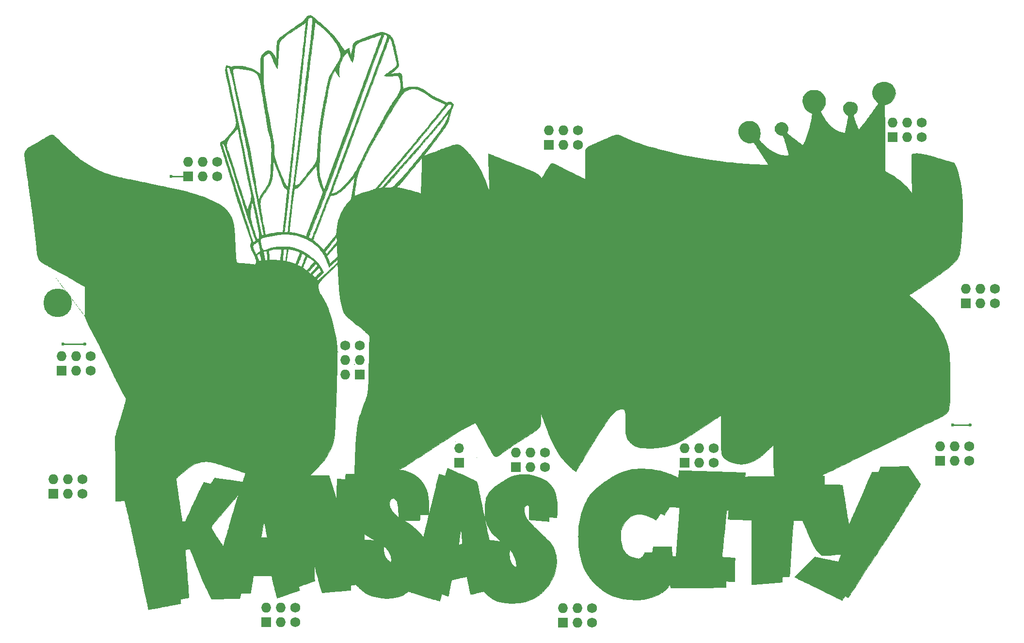
<source format=gbr>
G04 #@! TF.GenerationSoftware,KiCad,Pcbnew,(5.1.10)-1*
G04 #@! TF.CreationDate,2021-08-15T21:50:56-05:00*
G04 #@! TF.ProjectId,Bsides-KC Svg2Shenzen,42736964-6573-42d4-9b43-205376673253,rev?*
G04 #@! TF.SameCoordinates,Original*
G04 #@! TF.FileFunction,Copper,L1,Top*
G04 #@! TF.FilePolarity,Positive*
%FSLAX46Y46*%
G04 Gerber Fmt 4.6, Leading zero omitted, Abs format (unit mm)*
G04 Created by KiCad (PCBNEW (5.1.10)-1) date 2021-08-15 21:50:56*
%MOMM*%
%LPD*%
G01*
G04 APERTURE LIST*
G04 #@! TA.AperFunction,EtchedComponent*
%ADD10C,0.010000*%
G04 #@! TD*
G04 #@! TA.AperFunction,ComponentPad*
%ADD11O,1.700000X1.700000*%
G04 #@! TD*
G04 #@! TA.AperFunction,ComponentPad*
%ADD12R,1.700000X1.700000*%
G04 #@! TD*
G04 #@! TA.AperFunction,ComponentPad*
%ADD13C,1.727200*%
G04 #@! TD*
G04 #@! TA.AperFunction,ComponentPad*
%ADD14O,1.727200X1.727200*%
G04 #@! TD*
G04 #@! TA.AperFunction,ComponentPad*
%ADD15R,1.727200X1.727200*%
G04 #@! TD*
G04 #@! TA.AperFunction,ComponentPad*
%ADD16C,5.000000*%
G04 #@! TD*
G04 #@! TA.AperFunction,ViaPad*
%ADD17C,0.600000*%
G04 #@! TD*
G04 #@! TA.AperFunction,Conductor*
%ADD18C,0.250000*%
G04 #@! TD*
G04 APERTURE END LIST*
D10*
G04 #@! TO.C,G\u002A\u002A\u002A*
G36*
X117885634Y-92115216D02*
G01*
X117875050Y-92125800D01*
X117864467Y-92115216D01*
X117875050Y-92104633D01*
X117885634Y-92115216D01*
G37*
X117885634Y-92115216D02*
X117875050Y-92125800D01*
X117864467Y-92115216D01*
X117875050Y-92104633D01*
X117885634Y-92115216D01*
G36*
X119155634Y-93088883D02*
G01*
X119145050Y-93099466D01*
X119134467Y-93088883D01*
X119145050Y-93078300D01*
X119155634Y-93088883D01*
G37*
X119155634Y-93088883D02*
X119145050Y-93099466D01*
X119134467Y-93088883D01*
X119145050Y-93078300D01*
X119155634Y-93088883D01*
G36*
X119360245Y-93233522D02*
G01*
X119357339Y-93246105D01*
X119346134Y-93247633D01*
X119328711Y-93239888D01*
X119332022Y-93233522D01*
X119357142Y-93230988D01*
X119360245Y-93233522D01*
G37*
X119360245Y-93233522D02*
X119357339Y-93246105D01*
X119346134Y-93247633D01*
X119328711Y-93239888D01*
X119332022Y-93233522D01*
X119357142Y-93230988D01*
X119360245Y-93233522D01*
G36*
X119635411Y-93445188D02*
G01*
X119632506Y-93457772D01*
X119621300Y-93459300D01*
X119603878Y-93451555D01*
X119607189Y-93445188D01*
X119632309Y-93442655D01*
X119635411Y-93445188D01*
G37*
X119635411Y-93445188D02*
X119632506Y-93457772D01*
X119621300Y-93459300D01*
X119603878Y-93451555D01*
X119607189Y-93445188D01*
X119632309Y-93442655D01*
X119635411Y-93445188D01*
G36*
X119790634Y-93575716D02*
G01*
X119780050Y-93586300D01*
X119769467Y-93575716D01*
X119780050Y-93565133D01*
X119790634Y-93575716D01*
G37*
X119790634Y-93575716D02*
X119780050Y-93586300D01*
X119769467Y-93575716D01*
X119780050Y-93565133D01*
X119790634Y-93575716D01*
G36*
X120778411Y-94313022D02*
G01*
X120775506Y-94325605D01*
X120764300Y-94327133D01*
X120746878Y-94319388D01*
X120750189Y-94313022D01*
X120775309Y-94310488D01*
X120778411Y-94313022D01*
G37*
X120778411Y-94313022D02*
X120775506Y-94325605D01*
X120764300Y-94327133D01*
X120746878Y-94319388D01*
X120750189Y-94313022D01*
X120775309Y-94310488D01*
X120778411Y-94313022D01*
G36*
X121921411Y-95202022D02*
G01*
X121918506Y-95214605D01*
X121907300Y-95216133D01*
X121889878Y-95208388D01*
X121893189Y-95202022D01*
X121918309Y-95199488D01*
X121921411Y-95202022D01*
G37*
X121921411Y-95202022D02*
X121918506Y-95214605D01*
X121907300Y-95216133D01*
X121889878Y-95208388D01*
X121893189Y-95202022D01*
X121918309Y-95199488D01*
X121921411Y-95202022D01*
G36*
X68708411Y-79305855D02*
G01*
X68705506Y-79318439D01*
X68694300Y-79319966D01*
X68676878Y-79312222D01*
X68680189Y-79305855D01*
X68705309Y-79303322D01*
X68708411Y-79305855D01*
G37*
X68708411Y-79305855D02*
X68705506Y-79318439D01*
X68694300Y-79319966D01*
X68676878Y-79312222D01*
X68680189Y-79305855D01*
X68705309Y-79303322D01*
X68708411Y-79305855D01*
G36*
X68884800Y-79542216D02*
G01*
X68874217Y-79552800D01*
X68863634Y-79542216D01*
X68874217Y-79531633D01*
X68884800Y-79542216D01*
G37*
X68884800Y-79542216D02*
X68874217Y-79552800D01*
X68863634Y-79542216D01*
X68874217Y-79531633D01*
X68884800Y-79542216D01*
G36*
X69032967Y-79732716D02*
G01*
X69022384Y-79743300D01*
X69011800Y-79732716D01*
X69022384Y-79722133D01*
X69032967Y-79732716D01*
G37*
X69032967Y-79732716D02*
X69022384Y-79743300D01*
X69011800Y-79732716D01*
X69022384Y-79722133D01*
X69032967Y-79732716D01*
G36*
X69096467Y-79817383D02*
G01*
X69085884Y-79827966D01*
X69075300Y-79817383D01*
X69085884Y-79806800D01*
X69096467Y-79817383D01*
G37*
X69096467Y-79817383D02*
X69085884Y-79827966D01*
X69075300Y-79817383D01*
X69085884Y-79806800D01*
X69096467Y-79817383D01*
G36*
X69350467Y-80156050D02*
G01*
X69339884Y-80166633D01*
X69329300Y-80156050D01*
X69339884Y-80145466D01*
X69350467Y-80156050D01*
G37*
X69350467Y-80156050D02*
X69339884Y-80166633D01*
X69329300Y-80156050D01*
X69339884Y-80145466D01*
X69350467Y-80156050D01*
G36*
X69435134Y-80261883D02*
G01*
X69424550Y-80272466D01*
X69413967Y-80261883D01*
X69424550Y-80251300D01*
X69435134Y-80261883D01*
G37*
X69435134Y-80261883D02*
X69424550Y-80272466D01*
X69413967Y-80261883D01*
X69424550Y-80251300D01*
X69435134Y-80261883D01*
G36*
X69491578Y-80321855D02*
G01*
X69488672Y-80334439D01*
X69477467Y-80335966D01*
X69460044Y-80328222D01*
X69463356Y-80321855D01*
X69488476Y-80319322D01*
X69491578Y-80321855D01*
G37*
X69491578Y-80321855D02*
X69488672Y-80334439D01*
X69477467Y-80335966D01*
X69460044Y-80328222D01*
X69463356Y-80321855D01*
X69488476Y-80319322D01*
X69491578Y-80321855D01*
G36*
X69583300Y-80452383D02*
G01*
X69572717Y-80462966D01*
X69562134Y-80452383D01*
X69572717Y-80441800D01*
X69583300Y-80452383D01*
G37*
X69583300Y-80452383D02*
X69572717Y-80462966D01*
X69562134Y-80452383D01*
X69572717Y-80441800D01*
X69583300Y-80452383D01*
G36*
X69601196Y-80492695D02*
G01*
X69623920Y-80514008D01*
X69619258Y-80526260D01*
X69616299Y-80526466D01*
X69598396Y-80511432D01*
X69591862Y-80502029D01*
X69589367Y-80487545D01*
X69601196Y-80492695D01*
G37*
X69601196Y-80492695D02*
X69623920Y-80514008D01*
X69619258Y-80526260D01*
X69616299Y-80526466D01*
X69598396Y-80511432D01*
X69591862Y-80502029D01*
X69589367Y-80487545D01*
X69601196Y-80492695D01*
G36*
X69710300Y-80621716D02*
G01*
X69699717Y-80632300D01*
X69689134Y-80621716D01*
X69699717Y-80611133D01*
X69710300Y-80621716D01*
G37*
X69710300Y-80621716D02*
X69699717Y-80632300D01*
X69689134Y-80621716D01*
X69699717Y-80611133D01*
X69710300Y-80621716D01*
G36*
X69773800Y-80706383D02*
G01*
X69763217Y-80716966D01*
X69752634Y-80706383D01*
X69763217Y-80695800D01*
X69773800Y-80706383D01*
G37*
X69773800Y-80706383D02*
X69763217Y-80716966D01*
X69752634Y-80706383D01*
X69763217Y-80695800D01*
X69773800Y-80706383D01*
G36*
X69879634Y-80854550D02*
G01*
X69869050Y-80865133D01*
X69858467Y-80854550D01*
X69869050Y-80843966D01*
X69879634Y-80854550D01*
G37*
X69879634Y-80854550D02*
X69869050Y-80865133D01*
X69858467Y-80854550D01*
X69869050Y-80843966D01*
X69879634Y-80854550D01*
G36*
X69985467Y-80981550D02*
G01*
X69974884Y-80992133D01*
X69964300Y-80981550D01*
X69974884Y-80970966D01*
X69985467Y-80981550D01*
G37*
X69985467Y-80981550D02*
X69974884Y-80992133D01*
X69964300Y-80981550D01*
X69974884Y-80970966D01*
X69985467Y-80981550D01*
G36*
X70088030Y-81127695D02*
G01*
X70110753Y-81149008D01*
X70106092Y-81161260D01*
X70103133Y-81161466D01*
X70085230Y-81146432D01*
X70078696Y-81137029D01*
X70076201Y-81122545D01*
X70088030Y-81127695D01*
G37*
X70088030Y-81127695D02*
X70110753Y-81149008D01*
X70106092Y-81161260D01*
X70103133Y-81161466D01*
X70085230Y-81146432D01*
X70078696Y-81137029D01*
X70076201Y-81122545D01*
X70088030Y-81127695D01*
G36*
X70190078Y-81253188D02*
G01*
X70187172Y-81265772D01*
X70175967Y-81267300D01*
X70158544Y-81259555D01*
X70161856Y-81253188D01*
X70186976Y-81250655D01*
X70190078Y-81253188D01*
G37*
X70190078Y-81253188D02*
X70187172Y-81265772D01*
X70175967Y-81267300D01*
X70158544Y-81259555D01*
X70161856Y-81253188D01*
X70186976Y-81250655D01*
X70190078Y-81253188D01*
G36*
X70302967Y-81404883D02*
G01*
X70292384Y-81415466D01*
X70281800Y-81404883D01*
X70292384Y-81394300D01*
X70302967Y-81404883D01*
G37*
X70302967Y-81404883D02*
X70292384Y-81415466D01*
X70281800Y-81404883D01*
X70292384Y-81394300D01*
X70302967Y-81404883D01*
G36*
X70493467Y-81658883D02*
G01*
X70482884Y-81669466D01*
X70472300Y-81658883D01*
X70482884Y-81648300D01*
X70493467Y-81658883D01*
G37*
X70493467Y-81658883D02*
X70482884Y-81669466D01*
X70472300Y-81658883D01*
X70482884Y-81648300D01*
X70493467Y-81658883D01*
G36*
X70535800Y-81701216D02*
G01*
X70525217Y-81711800D01*
X70514634Y-81701216D01*
X70525217Y-81690633D01*
X70535800Y-81701216D01*
G37*
X70535800Y-81701216D02*
X70525217Y-81711800D01*
X70514634Y-81701216D01*
X70525217Y-81690633D01*
X70535800Y-81701216D01*
G36*
X70556967Y-81743550D02*
G01*
X70546384Y-81754133D01*
X70535800Y-81743550D01*
X70546384Y-81732966D01*
X70556967Y-81743550D01*
G37*
X70556967Y-81743550D02*
X70546384Y-81754133D01*
X70535800Y-81743550D01*
X70546384Y-81732966D01*
X70556967Y-81743550D01*
G36*
X70599300Y-81807050D02*
G01*
X70588717Y-81817633D01*
X70578134Y-81807050D01*
X70588717Y-81796466D01*
X70599300Y-81807050D01*
G37*
X70599300Y-81807050D02*
X70588717Y-81817633D01*
X70578134Y-81807050D01*
X70588717Y-81796466D01*
X70599300Y-81807050D01*
G36*
X70726300Y-81976383D02*
G01*
X70715717Y-81986966D01*
X70705134Y-81976383D01*
X70715717Y-81965800D01*
X70726300Y-81976383D01*
G37*
X70726300Y-81976383D02*
X70715717Y-81986966D01*
X70705134Y-81976383D01*
X70715717Y-81965800D01*
X70726300Y-81976383D01*
G36*
X70888578Y-82163355D02*
G01*
X70885672Y-82175939D01*
X70874467Y-82177466D01*
X70857044Y-82169722D01*
X70860356Y-82163355D01*
X70885476Y-82160822D01*
X70888578Y-82163355D01*
G37*
X70888578Y-82163355D02*
X70885672Y-82175939D01*
X70874467Y-82177466D01*
X70857044Y-82169722D01*
X70860356Y-82163355D01*
X70885476Y-82160822D01*
X70888578Y-82163355D01*
G36*
X70937967Y-82230383D02*
G01*
X70927384Y-82240966D01*
X70916800Y-82230383D01*
X70927384Y-82219800D01*
X70937967Y-82230383D01*
G37*
X70937967Y-82230383D02*
X70927384Y-82240966D01*
X70916800Y-82230383D01*
X70927384Y-82219800D01*
X70937967Y-82230383D01*
G36*
X70959134Y-82272716D02*
G01*
X70948550Y-82283300D01*
X70937967Y-82272716D01*
X70948550Y-82262133D01*
X70959134Y-82272716D01*
G37*
X70959134Y-82272716D02*
X70948550Y-82283300D01*
X70937967Y-82272716D01*
X70948550Y-82262133D01*
X70959134Y-82272716D01*
G36*
X71001467Y-82336216D02*
G01*
X70990884Y-82346800D01*
X70980300Y-82336216D01*
X70990884Y-82325633D01*
X71001467Y-82336216D01*
G37*
X71001467Y-82336216D02*
X70990884Y-82346800D01*
X70980300Y-82336216D01*
X70990884Y-82325633D01*
X71001467Y-82336216D01*
G36*
X71297800Y-82717216D02*
G01*
X71287217Y-82727800D01*
X71276634Y-82717216D01*
X71287217Y-82706633D01*
X71297800Y-82717216D01*
G37*
X71297800Y-82717216D02*
X71287217Y-82727800D01*
X71276634Y-82717216D01*
X71287217Y-82706633D01*
X71297800Y-82717216D01*
G36*
X71488300Y-82971216D02*
G01*
X71477717Y-82981800D01*
X71467134Y-82971216D01*
X71477717Y-82960633D01*
X71488300Y-82971216D01*
G37*
X71488300Y-82971216D02*
X71477717Y-82981800D01*
X71467134Y-82971216D01*
X71477717Y-82960633D01*
X71488300Y-82971216D01*
G36*
X71587078Y-83094688D02*
G01*
X71584172Y-83107272D01*
X71572967Y-83108800D01*
X71555544Y-83101055D01*
X71558856Y-83094688D01*
X71583976Y-83092155D01*
X71587078Y-83094688D01*
G37*
X71587078Y-83094688D02*
X71584172Y-83107272D01*
X71572967Y-83108800D01*
X71555544Y-83101055D01*
X71558856Y-83094688D01*
X71583976Y-83092155D01*
X71587078Y-83094688D01*
G36*
X71657634Y-83182883D02*
G01*
X71647050Y-83193466D01*
X71636467Y-83182883D01*
X71647050Y-83172300D01*
X71657634Y-83182883D01*
G37*
X71657634Y-83182883D02*
X71647050Y-83193466D01*
X71636467Y-83182883D01*
X71647050Y-83172300D01*
X71657634Y-83182883D01*
G36*
X71760196Y-83329028D02*
G01*
X71782920Y-83350341D01*
X71778258Y-83362593D01*
X71775299Y-83362800D01*
X71757396Y-83347765D01*
X71750862Y-83338362D01*
X71748367Y-83323878D01*
X71760196Y-83329028D01*
G37*
X71760196Y-83329028D02*
X71782920Y-83350341D01*
X71778258Y-83362593D01*
X71775299Y-83362800D01*
X71757396Y-83347765D01*
X71750862Y-83338362D01*
X71748367Y-83323878D01*
X71760196Y-83329028D01*
G36*
X71890467Y-83500383D02*
G01*
X71879884Y-83510966D01*
X71869300Y-83500383D01*
X71879884Y-83489800D01*
X71890467Y-83500383D01*
G37*
X71890467Y-83500383D02*
X71879884Y-83510966D01*
X71869300Y-83500383D01*
X71879884Y-83489800D01*
X71890467Y-83500383D01*
G36*
X71950696Y-83583028D02*
G01*
X71973241Y-83602704D01*
X71975134Y-83607465D01*
X71965088Y-83616165D01*
X71944174Y-83596671D01*
X71941362Y-83592362D01*
X71938867Y-83577878D01*
X71950696Y-83583028D01*
G37*
X71950696Y-83583028D02*
X71973241Y-83602704D01*
X71975134Y-83607465D01*
X71965088Y-83616165D01*
X71944174Y-83596671D01*
X71941362Y-83592362D01*
X71938867Y-83577878D01*
X71950696Y-83583028D01*
G36*
X72141196Y-83837028D02*
G01*
X72163920Y-83858341D01*
X72159258Y-83870593D01*
X72156299Y-83870800D01*
X72138396Y-83855765D01*
X72131862Y-83846362D01*
X72129367Y-83831878D01*
X72141196Y-83837028D01*
G37*
X72141196Y-83837028D02*
X72163920Y-83858341D01*
X72159258Y-83870593D01*
X72156299Y-83870800D01*
X72138396Y-83855765D01*
X72131862Y-83846362D01*
X72129367Y-83831878D01*
X72141196Y-83837028D01*
G36*
X72200911Y-83899022D02*
G01*
X72198006Y-83911605D01*
X72186800Y-83913133D01*
X72169378Y-83905388D01*
X72172689Y-83899022D01*
X72197809Y-83896488D01*
X72200911Y-83899022D01*
G37*
X72200911Y-83899022D02*
X72198006Y-83911605D01*
X72186800Y-83913133D01*
X72169378Y-83905388D01*
X72172689Y-83899022D01*
X72197809Y-83896488D01*
X72200911Y-83899022D01*
G36*
X72271467Y-84008383D02*
G01*
X72260884Y-84018966D01*
X72250300Y-84008383D01*
X72260884Y-83997800D01*
X72271467Y-84008383D01*
G37*
X72271467Y-84008383D02*
X72260884Y-84018966D01*
X72250300Y-84008383D01*
X72260884Y-83997800D01*
X72271467Y-84008383D01*
G36*
X72395196Y-84175695D02*
G01*
X72417741Y-84195371D01*
X72419634Y-84200132D01*
X72409588Y-84208832D01*
X72388674Y-84189338D01*
X72385862Y-84185029D01*
X72383367Y-84170545D01*
X72395196Y-84175695D01*
G37*
X72395196Y-84175695D02*
X72417741Y-84195371D01*
X72419634Y-84200132D01*
X72409588Y-84208832D01*
X72388674Y-84189338D01*
X72385862Y-84185029D01*
X72383367Y-84170545D01*
X72395196Y-84175695D01*
G36*
X72652467Y-84495216D02*
G01*
X72641884Y-84505800D01*
X72631300Y-84495216D01*
X72641884Y-84484633D01*
X72652467Y-84495216D01*
G37*
X72652467Y-84495216D02*
X72641884Y-84505800D01*
X72631300Y-84495216D01*
X72641884Y-84484633D01*
X72652467Y-84495216D01*
G36*
X72779467Y-84664550D02*
G01*
X72768884Y-84675133D01*
X72758300Y-84664550D01*
X72768884Y-84653966D01*
X72779467Y-84664550D01*
G37*
X72779467Y-84664550D02*
X72768884Y-84675133D01*
X72758300Y-84664550D01*
X72768884Y-84653966D01*
X72779467Y-84664550D01*
G36*
X72842967Y-84749216D02*
G01*
X72832384Y-84759800D01*
X72821800Y-84749216D01*
X72832384Y-84738633D01*
X72842967Y-84749216D01*
G37*
X72842967Y-84749216D02*
X72832384Y-84759800D01*
X72821800Y-84749216D01*
X72832384Y-84738633D01*
X72842967Y-84749216D01*
G36*
X72885300Y-84812716D02*
G01*
X72874717Y-84823300D01*
X72864134Y-84812716D01*
X72874717Y-84802133D01*
X72885300Y-84812716D01*
G37*
X72885300Y-84812716D02*
X72874717Y-84823300D01*
X72864134Y-84812716D01*
X72874717Y-84802133D01*
X72885300Y-84812716D01*
G36*
X72948800Y-84897383D02*
G01*
X72938217Y-84907966D01*
X72927634Y-84897383D01*
X72938217Y-84886800D01*
X72948800Y-84897383D01*
G37*
X72948800Y-84897383D02*
X72938217Y-84907966D01*
X72927634Y-84897383D01*
X72938217Y-84886800D01*
X72948800Y-84897383D01*
G36*
X73075800Y-85066716D02*
G01*
X73065217Y-85077300D01*
X73054634Y-85066716D01*
X73065217Y-85056133D01*
X73075800Y-85066716D01*
G37*
X73075800Y-85066716D02*
X73065217Y-85077300D01*
X73054634Y-85066716D01*
X73065217Y-85056133D01*
X73075800Y-85066716D01*
G36*
X73160467Y-85172550D02*
G01*
X73149884Y-85183133D01*
X73139300Y-85172550D01*
X73149884Y-85161966D01*
X73160467Y-85172550D01*
G37*
X73160467Y-85172550D02*
X73149884Y-85183133D01*
X73139300Y-85172550D01*
X73149884Y-85161966D01*
X73160467Y-85172550D01*
G36*
X73223967Y-85257216D02*
G01*
X73213384Y-85267800D01*
X73202800Y-85257216D01*
X73213384Y-85246633D01*
X73223967Y-85257216D01*
G37*
X73223967Y-85257216D02*
X73213384Y-85267800D01*
X73202800Y-85257216D01*
X73213384Y-85246633D01*
X73223967Y-85257216D01*
G36*
X73350967Y-85426550D02*
G01*
X73340384Y-85437133D01*
X73329800Y-85426550D01*
X73340384Y-85415966D01*
X73350967Y-85426550D01*
G37*
X73350967Y-85426550D02*
X73340384Y-85437133D01*
X73329800Y-85426550D01*
X73340384Y-85415966D01*
X73350967Y-85426550D01*
G36*
X73562634Y-85701716D02*
G01*
X73552050Y-85712300D01*
X73541467Y-85701716D01*
X73552050Y-85691133D01*
X73562634Y-85701716D01*
G37*
X73562634Y-85701716D02*
X73552050Y-85712300D01*
X73541467Y-85701716D01*
X73552050Y-85691133D01*
X73562634Y-85701716D01*
G36*
X73604967Y-85744050D02*
G01*
X73594384Y-85754633D01*
X73583800Y-85744050D01*
X73594384Y-85733466D01*
X73604967Y-85744050D01*
G37*
X73604967Y-85744050D02*
X73594384Y-85754633D01*
X73583800Y-85744050D01*
X73594384Y-85733466D01*
X73604967Y-85744050D01*
G36*
X73682578Y-85846355D02*
G01*
X73679672Y-85858939D01*
X73668467Y-85860466D01*
X73651044Y-85852722D01*
X73654356Y-85846355D01*
X73679476Y-85843822D01*
X73682578Y-85846355D01*
G37*
X73682578Y-85846355D02*
X73679672Y-85858939D01*
X73668467Y-85860466D01*
X73651044Y-85852722D01*
X73654356Y-85846355D01*
X73679476Y-85843822D01*
X73682578Y-85846355D01*
G36*
X138431411Y-107817355D02*
G01*
X138428506Y-107829939D01*
X138417300Y-107831466D01*
X138399878Y-107823722D01*
X138403189Y-107817355D01*
X138428309Y-107814822D01*
X138431411Y-107817355D01*
G37*
X138431411Y-107817355D02*
X138428506Y-107829939D01*
X138417300Y-107831466D01*
X138399878Y-107823722D01*
X138403189Y-107817355D01*
X138428309Y-107814822D01*
X138431411Y-107817355D01*
G36*
X142121467Y-110636050D02*
G01*
X142110884Y-110646633D01*
X142100300Y-110636050D01*
X142110884Y-110625466D01*
X142121467Y-110636050D01*
G37*
X142121467Y-110636050D02*
X142110884Y-110646633D01*
X142100300Y-110636050D01*
X142110884Y-110625466D01*
X142121467Y-110636050D01*
G36*
X113164213Y-33351635D02*
G01*
X113223744Y-33363458D01*
X113250134Y-33373231D01*
X113287275Y-33396349D01*
X113353186Y-33445022D01*
X113444935Y-33516750D01*
X113559590Y-33609033D01*
X113694217Y-33719372D01*
X113845885Y-33845267D01*
X114011661Y-33984219D01*
X114188613Y-34133728D01*
X114373807Y-34291294D01*
X114564312Y-34454418D01*
X114757195Y-34620601D01*
X114949523Y-34787341D01*
X115138365Y-34952141D01*
X115320788Y-35112500D01*
X115493858Y-35265918D01*
X115654644Y-35409897D01*
X115800214Y-35541936D01*
X115874800Y-35610477D01*
X116052395Y-35776992D01*
X116236749Y-35954218D01*
X116422659Y-36136864D01*
X116604921Y-36319636D01*
X116778334Y-36497243D01*
X116937692Y-36664392D01*
X117077793Y-36815791D01*
X117193433Y-36946148D01*
X117228075Y-36986907D01*
X117346131Y-37130442D01*
X117467862Y-37283823D01*
X117596108Y-37450893D01*
X117733703Y-37635495D01*
X117883486Y-37841471D01*
X118048294Y-38072665D01*
X118230964Y-38332919D01*
X118376475Y-38542383D01*
X118518773Y-38747875D01*
X118639013Y-38921203D01*
X118739179Y-39065045D01*
X118821253Y-39182083D01*
X118887219Y-39274996D01*
X118939060Y-39346464D01*
X118978757Y-39399168D01*
X119008295Y-39435787D01*
X119029656Y-39459001D01*
X119044823Y-39471492D01*
X119055779Y-39475938D01*
X119064507Y-39475020D01*
X119066088Y-39474456D01*
X119092868Y-39461086D01*
X119150388Y-39430396D01*
X119232456Y-39385756D01*
X119332881Y-39330537D01*
X119445469Y-39268108D01*
X119457088Y-39261638D01*
X119569130Y-39200427D01*
X119668631Y-39148362D01*
X119749736Y-39108317D01*
X119806595Y-39083168D01*
X119833356Y-39075789D01*
X119834342Y-39076310D01*
X119843087Y-39100808D01*
X119859443Y-39160691D01*
X119881932Y-39249994D01*
X119909076Y-39362756D01*
X119939399Y-39493015D01*
X119959057Y-39579550D01*
X119990504Y-39718890D01*
X120019272Y-39845653D01*
X120043930Y-39953586D01*
X120063046Y-40036439D01*
X120075188Y-40087961D01*
X120078518Y-40101193D01*
X120106344Y-40129369D01*
X120158270Y-40144159D01*
X120228138Y-40152316D01*
X120327186Y-39643683D01*
X120358254Y-39479661D01*
X120389141Y-39308520D01*
X120417941Y-39141418D01*
X120442747Y-38989516D01*
X120461652Y-38863974D01*
X120466575Y-38827916D01*
X120496883Y-38633942D01*
X120533860Y-38474486D01*
X120580829Y-38341865D01*
X120641113Y-38228397D01*
X120718036Y-38126398D01*
X120810970Y-38031817D01*
X120861002Y-37987871D01*
X120912540Y-37948333D01*
X120970505Y-37910854D01*
X121039818Y-37873082D01*
X121125398Y-37832668D01*
X121232167Y-37787259D01*
X121365044Y-37734506D01*
X121528951Y-37672058D01*
X121689085Y-37612290D01*
X121855088Y-37550444D01*
X122050597Y-37477211D01*
X122265596Y-37396368D01*
X122490066Y-37311690D01*
X122713990Y-37226955D01*
X122927350Y-37145939D01*
X123039717Y-37103132D01*
X123365333Y-36979061D01*
X123654045Y-36869408D01*
X123908404Y-36773252D01*
X124130963Y-36689675D01*
X124324274Y-36617756D01*
X124490891Y-36556577D01*
X124633365Y-36505218D01*
X124754250Y-36462761D01*
X124856098Y-36428285D01*
X124941461Y-36400871D01*
X125012893Y-36379600D01*
X125072945Y-36363553D01*
X125124170Y-36351810D01*
X125127958Y-36351030D01*
X125411106Y-36313057D01*
X125693472Y-36313066D01*
X125971137Y-36349089D01*
X126240179Y-36419160D01*
X126496680Y-36521314D01*
X126736720Y-36653583D01*
X126956379Y-36814001D01*
X127151736Y-37000603D01*
X127318873Y-37211422D01*
X127453870Y-37444491D01*
X127496121Y-37538956D01*
X127533509Y-37639649D01*
X127578241Y-37777031D01*
X127629079Y-37946334D01*
X127684784Y-38142794D01*
X127744117Y-38361643D01*
X127805841Y-38598116D01*
X127868715Y-38847446D01*
X127931502Y-39104868D01*
X127992963Y-39365616D01*
X128051859Y-39624922D01*
X128106952Y-39878022D01*
X128119716Y-39938484D01*
X128168817Y-40175819D01*
X128217078Y-40415211D01*
X128263798Y-40652737D01*
X128308276Y-40884477D01*
X128349811Y-41106510D01*
X128387705Y-41314914D01*
X128421255Y-41505769D01*
X128449761Y-41675154D01*
X128472523Y-41819146D01*
X128488841Y-41933827D01*
X128498013Y-42015273D01*
X128499339Y-42059565D01*
X128499032Y-42061696D01*
X128466801Y-42166287D01*
X128406531Y-42289776D01*
X128323406Y-42424821D01*
X128222607Y-42564081D01*
X128109316Y-42700213D01*
X127988716Y-42825876D01*
X127907695Y-42899460D01*
X127843357Y-42951916D01*
X127752392Y-43022824D01*
X127642724Y-43106174D01*
X127522279Y-43195959D01*
X127398978Y-43286169D01*
X127373077Y-43304883D01*
X127263000Y-43384652D01*
X127165855Y-43455866D01*
X127086444Y-43514937D01*
X127029564Y-43558279D01*
X127000017Y-43582305D01*
X126996952Y-43585924D01*
X127018554Y-43584834D01*
X127076707Y-43578816D01*
X127165997Y-43568515D01*
X127281012Y-43554573D01*
X127416337Y-43537635D01*
X127566559Y-43518345D01*
X127582313Y-43516296D01*
X127750916Y-43495131D01*
X127920864Y-43475229D01*
X128083142Y-43457541D01*
X128228735Y-43443019D01*
X128348625Y-43432614D01*
X128419976Y-43427894D01*
X128529402Y-43422875D01*
X128606942Y-43421527D01*
X128662973Y-43425087D01*
X128707870Y-43434789D01*
X128752010Y-43451869D01*
X128795712Y-43472634D01*
X128898636Y-43542861D01*
X128975725Y-43641281D01*
X129027929Y-43770002D01*
X129056201Y-43931130D01*
X129062253Y-44062633D01*
X129064491Y-44125837D01*
X129070448Y-44221263D01*
X129079638Y-44343973D01*
X129091571Y-44489030D01*
X129105759Y-44651496D01*
X129121713Y-44826433D01*
X129138946Y-45008904D01*
X129156968Y-45193971D01*
X129175291Y-45376696D01*
X129193427Y-45552142D01*
X129210888Y-45715372D01*
X129227185Y-45861447D01*
X129241829Y-45985430D01*
X129254332Y-46082384D01*
X129264206Y-46147370D01*
X129270963Y-46175451D01*
X129271295Y-46175895D01*
X129294897Y-46174103D01*
X129348842Y-46158677D01*
X129424433Y-46132353D01*
X129490527Y-46106932D01*
X129766293Y-46007490D01*
X130060090Y-45923028D01*
X130276743Y-45872139D01*
X130356177Y-45856157D01*
X130431969Y-45844232D01*
X130512435Y-45835791D01*
X130605889Y-45830262D01*
X130720646Y-45827075D01*
X130865021Y-45825656D01*
X130956050Y-45825427D01*
X131118430Y-45825807D01*
X131246741Y-45827664D01*
X131349237Y-45831555D01*
X131434171Y-45838043D01*
X131509798Y-45847685D01*
X131584372Y-45861042D01*
X131633384Y-45871366D01*
X131957096Y-45956467D01*
X132274206Y-46069346D01*
X132589504Y-46212362D01*
X132907780Y-46387872D01*
X133233824Y-46598234D01*
X133498407Y-46789380D01*
X133672314Y-46918885D01*
X133834943Y-47036040D01*
X133991187Y-47143630D01*
X134145938Y-47244441D01*
X134304089Y-47341256D01*
X134470532Y-47436862D01*
X134650159Y-47534042D01*
X134847863Y-47635583D01*
X135068537Y-47744269D01*
X135317072Y-47862884D01*
X135598362Y-47994215D01*
X135686800Y-48035094D01*
X135852149Y-48111855D01*
X136024794Y-48192834D01*
X136195264Y-48273529D01*
X136354088Y-48349439D01*
X136491795Y-48416065D01*
X136583989Y-48461447D01*
X136920262Y-48628994D01*
X137022802Y-48563194D01*
X137179956Y-48483922D01*
X137340773Y-48443907D01*
X137500523Y-48443876D01*
X137619657Y-48471497D01*
X137713063Y-48518107D01*
X137812357Y-48591847D01*
X137904944Y-48681760D01*
X137978228Y-48776890D01*
X137986681Y-48790766D01*
X138017003Y-48848536D01*
X138031990Y-48900118D01*
X138034991Y-48963119D01*
X138031540Y-49026441D01*
X138025162Y-49084641D01*
X138013042Y-49143206D01*
X137992532Y-49209768D01*
X137960985Y-49291956D01*
X137915749Y-49397402D01*
X137859508Y-49522082D01*
X137802536Y-49648594D01*
X137754230Y-49761280D01*
X137712571Y-49866798D01*
X137675537Y-49971810D01*
X137641109Y-50082975D01*
X137607264Y-50206955D01*
X137571983Y-50350409D01*
X137533245Y-50519998D01*
X137489029Y-50722381D01*
X137473708Y-50793689D01*
X137410222Y-51077999D01*
X137348568Y-51326623D01*
X137286325Y-51545993D01*
X137221074Y-51742540D01*
X137150394Y-51922699D01*
X137071868Y-52092901D01*
X136983074Y-52259578D01*
X136881593Y-52429164D01*
X136825610Y-52516642D01*
X136761093Y-52615840D01*
X136681313Y-52738857D01*
X136593902Y-52873903D01*
X136506494Y-53009190D01*
X136449943Y-53096875D01*
X136312237Y-53308218D01*
X136173137Y-53516662D01*
X136030001Y-53725809D01*
X135880188Y-53939263D01*
X135721056Y-54160628D01*
X135549964Y-54393506D01*
X135364270Y-54641501D01*
X135161331Y-54908216D01*
X134938507Y-55197255D01*
X134693155Y-55512221D01*
X134480964Y-55782633D01*
X134341397Y-55960635D01*
X134199907Y-56142237D01*
X134060702Y-56321961D01*
X133927990Y-56494330D01*
X133805978Y-56653867D01*
X133698875Y-56795093D01*
X133610888Y-56912531D01*
X133562270Y-56978550D01*
X133465552Y-57110878D01*
X133362215Y-57251469D01*
X133260037Y-57389794D01*
X133166796Y-57515323D01*
X133090272Y-57617527D01*
X133087552Y-57621136D01*
X133020288Y-57711278D01*
X132963734Y-57788840D01*
X132922089Y-57847921D01*
X132899550Y-57882619D01*
X132896859Y-57889222D01*
X132917369Y-57883354D01*
X132973759Y-57864057D01*
X133062249Y-57832700D01*
X133179057Y-57790652D01*
X133320402Y-57739283D01*
X133482501Y-57679964D01*
X133661574Y-57614063D01*
X133853840Y-57542951D01*
X133898217Y-57526490D01*
X134130574Y-57440258D01*
X134381660Y-57347088D01*
X134642436Y-57250335D01*
X134903861Y-57153351D01*
X135156895Y-57059490D01*
X135392499Y-56972105D01*
X135601632Y-56894551D01*
X135686800Y-56862973D01*
X135879938Y-56791208D01*
X136077165Y-56717635D01*
X136271111Y-56645024D01*
X136454403Y-56576143D01*
X136619672Y-56513763D01*
X136759545Y-56460654D01*
X136861550Y-56421557D01*
X137150024Y-56311797D01*
X137404378Y-56218787D01*
X137628834Y-56141337D01*
X137827616Y-56078257D01*
X138004945Y-56028355D01*
X138165045Y-55990441D01*
X138312140Y-55963324D01*
X138450451Y-55945813D01*
X138580571Y-55936866D01*
X138698597Y-55932679D01*
X138786081Y-55932179D01*
X138854735Y-55936480D01*
X138916271Y-55946697D01*
X138982403Y-55963944D01*
X139035654Y-55980155D01*
X139128759Y-56012912D01*
X139220182Y-56053500D01*
X139313008Y-56104459D01*
X139410322Y-56168329D01*
X139515209Y-56247649D01*
X139630754Y-56344958D01*
X139760042Y-56462796D01*
X139906159Y-56603702D01*
X140072188Y-56770216D01*
X140261216Y-56964877D01*
X140370310Y-57078788D01*
X140483873Y-57198043D01*
X140596520Y-57316766D01*
X140702256Y-57428606D01*
X140795086Y-57527213D01*
X140869014Y-57606235D01*
X140907629Y-57647937D01*
X141300857Y-58101808D01*
X141678211Y-58590188D01*
X142040098Y-59113813D01*
X142386927Y-59673417D01*
X142719106Y-60269734D01*
X143037044Y-60903499D01*
X143341148Y-61575447D01*
X143631828Y-62286313D01*
X143909491Y-63036830D01*
X143920855Y-63069177D01*
X143968543Y-63203519D01*
X144018111Y-63340260D01*
X144065286Y-63467811D01*
X144105797Y-63574580D01*
X144126841Y-63628115D01*
X144204785Y-63821847D01*
X144279668Y-63810327D01*
X144330618Y-63801548D01*
X144359008Y-63794865D01*
X144360441Y-63794149D01*
X144360445Y-63772813D01*
X144358876Y-63711976D01*
X144355836Y-63614435D01*
X144351424Y-63482989D01*
X144345744Y-63320437D01*
X144338896Y-63129577D01*
X144330980Y-62913207D01*
X144322100Y-62674126D01*
X144312354Y-62415132D01*
X144301846Y-62139024D01*
X144290676Y-61848601D01*
X144281482Y-61611687D01*
X144262327Y-61118516D01*
X144244889Y-60665947D01*
X144229126Y-60252285D01*
X144214996Y-59875835D01*
X144202459Y-59534902D01*
X144191470Y-59227790D01*
X144181990Y-58952805D01*
X144173976Y-58708252D01*
X144167386Y-58492436D01*
X144162178Y-58303662D01*
X144158312Y-58140235D01*
X144155744Y-58000459D01*
X144154434Y-57882641D01*
X144154338Y-57785084D01*
X144155417Y-57706094D01*
X144157627Y-57643976D01*
X144160926Y-57597035D01*
X144165275Y-57563576D01*
X144170629Y-57541904D01*
X144176948Y-57530323D01*
X144180764Y-57527663D01*
X144210007Y-57531401D01*
X144269249Y-57549368D01*
X144349789Y-57578632D01*
X144440055Y-57615047D01*
X144503178Y-57641168D01*
X144604807Y-57682535D01*
X144744089Y-57738807D01*
X144920172Y-57809643D01*
X145132202Y-57894705D01*
X145379326Y-57993650D01*
X145660691Y-58106139D01*
X145975444Y-58231831D01*
X146322732Y-58370386D01*
X146701701Y-58521464D01*
X147111499Y-58684724D01*
X147551272Y-58859826D01*
X148020168Y-59046429D01*
X148517332Y-59244193D01*
X149041913Y-59452778D01*
X149593057Y-59671844D01*
X150111884Y-59877996D01*
X150427136Y-60003597D01*
X150706575Y-60115754D01*
X150953953Y-60216071D01*
X151173024Y-60306150D01*
X151367545Y-60387594D01*
X151541268Y-60462006D01*
X151697948Y-60530989D01*
X151841339Y-60596147D01*
X151975197Y-60659081D01*
X152103275Y-60721395D01*
X152196358Y-60767959D01*
X152477394Y-60917583D01*
X152718039Y-61062031D01*
X152919765Y-61202408D01*
X153084047Y-61339820D01*
X153212357Y-61475373D01*
X153296292Y-61593346D01*
X153342072Y-61679830D01*
X153367841Y-61761532D01*
X153380958Y-61861127D01*
X153392717Y-62007896D01*
X153592470Y-61683973D01*
X153813799Y-61323013D01*
X154012573Y-60994463D01*
X154190248Y-60695864D01*
X154348276Y-60424759D01*
X154488111Y-60178690D01*
X154566579Y-60037133D01*
X154664828Y-59859970D01*
X154747405Y-59716178D01*
X154817468Y-59601211D01*
X154878181Y-59510528D01*
X154932704Y-59439585D01*
X154984199Y-59383838D01*
X155035826Y-59338746D01*
X155070004Y-59313651D01*
X155132580Y-59274679D01*
X155190348Y-59252103D01*
X155261070Y-59240476D01*
X155322575Y-59236201D01*
X155459235Y-59238430D01*
X155576293Y-59262244D01*
X155587158Y-59265739D01*
X155660822Y-59293031D01*
X155757080Y-59333721D01*
X155877879Y-59388761D01*
X156025169Y-59459104D01*
X156200897Y-59545704D01*
X156407014Y-59649512D01*
X156645467Y-59771482D01*
X156918205Y-59912566D01*
X157043967Y-59978021D01*
X157240688Y-60080001D01*
X157469239Y-60197506D01*
X157724136Y-60327776D01*
X157999892Y-60468053D01*
X158291021Y-60615578D01*
X158592036Y-60767593D01*
X158897454Y-60921337D01*
X159201786Y-61074054D01*
X159499547Y-61222984D01*
X159785252Y-61365369D01*
X160053414Y-61498449D01*
X160298547Y-61619465D01*
X160515166Y-61725661D01*
X160639964Y-61786346D01*
X161092712Y-62005582D01*
X161084464Y-59544982D01*
X161083230Y-59169418D01*
X161082201Y-58833803D01*
X161081408Y-58535756D01*
X161080877Y-58272893D01*
X161080638Y-58042831D01*
X161080718Y-57843187D01*
X161081145Y-57671579D01*
X161081949Y-57525623D01*
X161083156Y-57402937D01*
X161084796Y-57301137D01*
X161086897Y-57217841D01*
X161089486Y-57150666D01*
X161092593Y-57097229D01*
X161096244Y-57055147D01*
X161100470Y-57022037D01*
X161105297Y-56995516D01*
X161110755Y-56973201D01*
X161115125Y-56958287D01*
X161190147Y-56763648D01*
X161286002Y-56593824D01*
X161334992Y-56527712D01*
X161417164Y-56443739D01*
X161527284Y-56355480D01*
X161652986Y-56271567D01*
X161781904Y-56200632D01*
X161843327Y-56172884D01*
X161902224Y-56147701D01*
X161992524Y-56108036D01*
X162107148Y-56057050D01*
X162239017Y-55997903D01*
X162381051Y-55933754D01*
X162494384Y-55882260D01*
X162764443Y-55759762D01*
X163043526Y-55634201D01*
X163328605Y-55506877D01*
X163616658Y-55379089D01*
X163904658Y-55252137D01*
X164189582Y-55127322D01*
X164468404Y-55005945D01*
X164738100Y-54889305D01*
X164995645Y-54778702D01*
X165238015Y-54675437D01*
X165462185Y-54580810D01*
X165665129Y-54496121D01*
X165843824Y-54422670D01*
X165995245Y-54361758D01*
X166116366Y-54314685D01*
X166204164Y-54282750D01*
X166245958Y-54269614D01*
X166362823Y-54245937D01*
X166501337Y-54229713D01*
X166646051Y-54221768D01*
X166781521Y-54222926D01*
X166892298Y-54234011D01*
X166897050Y-54234867D01*
X166956479Y-54251109D01*
X167042706Y-54283166D01*
X167157939Y-54332000D01*
X167304385Y-54398575D01*
X167484252Y-54483853D01*
X167627300Y-54553271D01*
X168005848Y-54734668D01*
X168383573Y-54908038D01*
X168763817Y-55074548D01*
X169149920Y-55235362D01*
X169545222Y-55391646D01*
X169953063Y-55544564D01*
X170376785Y-55695282D01*
X170819727Y-55844965D01*
X171285229Y-55994779D01*
X171776633Y-56145888D01*
X172297278Y-56299458D01*
X172850505Y-56456653D01*
X173439654Y-56618640D01*
X173909076Y-56744500D01*
X175450200Y-57139680D01*
X176970893Y-57501222D01*
X178475376Y-57829903D01*
X179967871Y-58126497D01*
X181452600Y-58391781D01*
X182933785Y-58626531D01*
X184415648Y-58831523D01*
X185902410Y-59007532D01*
X186634967Y-59083529D01*
X187144010Y-59131545D01*
X187687938Y-59178460D01*
X188259307Y-59223808D01*
X188850674Y-59267122D01*
X189454594Y-59307936D01*
X190063625Y-59345786D01*
X190670323Y-59380204D01*
X191267244Y-59410725D01*
X191846944Y-59436883D01*
X192401980Y-59458213D01*
X192840884Y-59471978D01*
X192960023Y-59473594D01*
X193037304Y-59470651D01*
X193072959Y-59463134D01*
X193074948Y-59457107D01*
X193061451Y-59436193D01*
X193026721Y-59382673D01*
X192972626Y-59299418D01*
X192901032Y-59189296D01*
X192813806Y-59055179D01*
X192712815Y-58899937D01*
X192599926Y-58726439D01*
X192477006Y-58537556D01*
X192345920Y-58336158D01*
X192234259Y-58164625D01*
X192082790Y-57931935D01*
X191926470Y-57691761D01*
X191768696Y-57449324D01*
X191612864Y-57209844D01*
X191462373Y-56978543D01*
X191320618Y-56760641D01*
X191190997Y-56561360D01*
X191076907Y-56385921D01*
X190981744Y-56239545D01*
X190963029Y-56210750D01*
X190849803Y-56036775D01*
X190757103Y-55895168D01*
X190682536Y-55782701D01*
X190623711Y-55696149D01*
X190578234Y-55632286D01*
X190543713Y-55587886D01*
X190517756Y-55559723D01*
X190497971Y-55544570D01*
X190481965Y-55539202D01*
X190467347Y-55540393D01*
X190466134Y-55540683D01*
X190230454Y-55589223D01*
X189992244Y-55620356D01*
X189761527Y-55633508D01*
X189548331Y-55628103D01*
X189364408Y-55603916D01*
X189106973Y-55531332D01*
X188869217Y-55421432D01*
X188651044Y-55274134D01*
X188452356Y-55089357D01*
X188273054Y-54867018D01*
X188113043Y-54607038D01*
X188069547Y-54523216D01*
X187978933Y-54328508D01*
X187913703Y-54154245D01*
X187871226Y-53989134D01*
X187848871Y-53821884D01*
X187844008Y-53641200D01*
X187846279Y-53564787D01*
X187853760Y-53438169D01*
X187865810Y-53336982D01*
X187885368Y-53244357D01*
X187915375Y-53143425D01*
X187924463Y-53116075D01*
X188035076Y-52847518D01*
X188175891Y-52608455D01*
X188346688Y-52399138D01*
X188547251Y-52219825D01*
X188777361Y-52070771D01*
X188846884Y-52034578D01*
X188999025Y-51963383D01*
X189134253Y-51911049D01*
X189264417Y-51874954D01*
X189401370Y-51852477D01*
X189556963Y-51840995D01*
X189735884Y-51837882D01*
X189876726Y-51838878D01*
X189985353Y-51842469D01*
X190071848Y-51849562D01*
X190146294Y-51861063D01*
X190218776Y-51877878D01*
X190237602Y-51882972D01*
X190497939Y-51976056D01*
X190735295Y-52104324D01*
X190947882Y-52266312D01*
X191133914Y-52460559D01*
X191291604Y-52685601D01*
X191352157Y-52795187D01*
X191476984Y-53076413D01*
X191563056Y-53359168D01*
X191611985Y-53650901D01*
X191625382Y-53959061D01*
X191623080Y-54046966D01*
X191609753Y-54244822D01*
X191584773Y-54416860D01*
X191544723Y-54578787D01*
X191486188Y-54746307D01*
X191453636Y-54825976D01*
X191379265Y-55001735D01*
X191550028Y-55214029D01*
X191833627Y-55542760D01*
X192149815Y-55866304D01*
X192492201Y-56179692D01*
X192854396Y-56477951D01*
X193230009Y-56756113D01*
X193612650Y-57009206D01*
X193995930Y-57232259D01*
X194373456Y-57420304D01*
X194404312Y-57434174D01*
X194723992Y-57566993D01*
X195023363Y-57670438D01*
X195310495Y-57746543D01*
X195593459Y-57797345D01*
X195880327Y-57824880D01*
X195969467Y-57828946D01*
X196108997Y-57831513D01*
X196246118Y-57829963D01*
X196373661Y-57824775D01*
X196484460Y-57816430D01*
X196571346Y-57805406D01*
X196627152Y-57792184D01*
X196642255Y-57783900D01*
X196639002Y-57762075D01*
X196625683Y-57704036D01*
X196603525Y-57614368D01*
X196573758Y-57497657D01*
X196537609Y-57358488D01*
X196496309Y-57201444D01*
X196451085Y-57031113D01*
X196403166Y-56852077D01*
X196353780Y-56668924D01*
X196304158Y-56486236D01*
X196255526Y-56308600D01*
X196209113Y-56140601D01*
X196166149Y-55986823D01*
X196127863Y-55851851D01*
X196095481Y-55740271D01*
X196086633Y-55710475D01*
X196013410Y-55471653D01*
X195938499Y-55238451D01*
X195864372Y-55018062D01*
X195793504Y-54817681D01*
X195728368Y-54644499D01*
X195675608Y-54515322D01*
X195596823Y-54332716D01*
X195398981Y-54317423D01*
X195220358Y-54296518D01*
X195065777Y-54261020D01*
X194918119Y-54206218D01*
X194815884Y-54157056D01*
X194681300Y-54072538D01*
X194549997Y-53963224D01*
X194432475Y-53839588D01*
X194339233Y-53712105D01*
X194302412Y-53644800D01*
X194229107Y-53444094D01*
X194195228Y-53240804D01*
X194199138Y-53039636D01*
X194239204Y-52845299D01*
X194313790Y-52662501D01*
X194421260Y-52495950D01*
X194559979Y-52350352D01*
X194728313Y-52230417D01*
X194808268Y-52188441D01*
X194901812Y-52146824D01*
X194995393Y-52109806D01*
X195072702Y-52083714D01*
X195091050Y-52078775D01*
X195212888Y-52059871D01*
X195357694Y-52053632D01*
X195508520Y-52059548D01*
X195648417Y-52077108D01*
X195738160Y-52098283D01*
X195927375Y-52178026D01*
X196096542Y-52291617D01*
X196240872Y-52434121D01*
X196355573Y-52600607D01*
X196435854Y-52786141D01*
X196448652Y-52829883D01*
X196474767Y-52990963D01*
X196475654Y-53174069D01*
X196452638Y-53368257D01*
X196407042Y-53562579D01*
X196340191Y-53746093D01*
X196336924Y-53753431D01*
X196307070Y-53823981D01*
X196294947Y-53867265D01*
X196298757Y-53893576D01*
X196310025Y-53907485D01*
X196355660Y-53947458D01*
X196428865Y-54008807D01*
X196526614Y-54089143D01*
X196645882Y-54186077D01*
X196783641Y-54297218D01*
X196936866Y-54420177D01*
X197102529Y-54552564D01*
X197277606Y-54691990D01*
X197459068Y-54836065D01*
X197643891Y-54982400D01*
X197829047Y-55128605D01*
X198011511Y-55272291D01*
X198188256Y-55411067D01*
X198356255Y-55542544D01*
X198512482Y-55664333D01*
X198653912Y-55774044D01*
X198777517Y-55869287D01*
X198880272Y-55947673D01*
X198959149Y-56006812D01*
X199011124Y-56044314D01*
X199033168Y-56057791D01*
X199033311Y-56057800D01*
X199050869Y-56039983D01*
X199084380Y-55990535D01*
X199130410Y-55915453D01*
X199185523Y-55820738D01*
X199246283Y-55712388D01*
X199309254Y-55596403D01*
X199371001Y-55478782D01*
X199417629Y-55386693D01*
X199615313Y-54959425D01*
X199802582Y-54496314D01*
X199977896Y-54002914D01*
X200139716Y-53484774D01*
X200286500Y-52947447D01*
X200416711Y-52396483D01*
X200528807Y-51837433D01*
X200621250Y-51275849D01*
X200678637Y-50840346D01*
X200690711Y-50734747D01*
X200700717Y-50642749D01*
X200707711Y-50573380D01*
X200710745Y-50535671D01*
X200710800Y-50533321D01*
X200691113Y-50507290D01*
X200635873Y-50475449D01*
X200578509Y-50451374D01*
X200283189Y-50319157D01*
X200016204Y-50157347D01*
X199779021Y-49968124D01*
X199573111Y-49753668D01*
X199399944Y-49516161D01*
X199260989Y-49257784D01*
X199157716Y-48980717D01*
X199091595Y-48687141D01*
X199064095Y-48379237D01*
X199065862Y-48206863D01*
X199090725Y-47939676D01*
X199141400Y-47702183D01*
X199219948Y-47489038D01*
X199328426Y-47294893D01*
X199468894Y-47114403D01*
X199499336Y-47081248D01*
X199662715Y-46919875D01*
X199823913Y-46788184D01*
X199996034Y-46676381D01*
X200149884Y-46594926D01*
X200334442Y-46513083D01*
X200508060Y-46455483D01*
X200684444Y-46419076D01*
X200877304Y-46400814D01*
X201038884Y-46397188D01*
X201303791Y-46410341D01*
X201544046Y-46451322D01*
X201769127Y-46522916D01*
X201988515Y-46627909D01*
X202141509Y-46721272D01*
X202381580Y-46902956D01*
X202586342Y-47107570D01*
X202755431Y-47334628D01*
X202888480Y-47583644D01*
X202979562Y-47834550D01*
X202998614Y-47905790D01*
X203012072Y-47972878D01*
X203020865Y-48045616D01*
X203025917Y-48133812D01*
X203028155Y-48247271D01*
X203028544Y-48353133D01*
X203027707Y-48493529D01*
X203024551Y-48602062D01*
X203018107Y-48689184D01*
X203007401Y-48765343D01*
X202991462Y-48840989D01*
X202978350Y-48892883D01*
X202876120Y-49200556D01*
X202736989Y-49487489D01*
X202560904Y-49753778D01*
X202347811Y-49999516D01*
X202335920Y-50011529D01*
X202149356Y-50198842D01*
X202406676Y-50635946D01*
X202583593Y-50932778D01*
X202745562Y-51196368D01*
X202895899Y-51431662D01*
X203037924Y-51643607D01*
X203174953Y-51837151D01*
X203310305Y-52017240D01*
X203447298Y-52188822D01*
X203452286Y-52194883D01*
X203760668Y-52541380D01*
X204082030Y-52847780D01*
X204416862Y-53114436D01*
X204765654Y-53341698D01*
X205128894Y-53529920D01*
X205507073Y-53679453D01*
X205526274Y-53685885D01*
X205668486Y-53729748D01*
X205828285Y-53773492D01*
X205993109Y-53814117D01*
X206150399Y-53848622D01*
X206287593Y-53874009D01*
X206353447Y-53883426D01*
X206439843Y-53893816D01*
X206591610Y-53203099D01*
X206671946Y-52834440D01*
X206742563Y-52503766D01*
X206804083Y-52208012D01*
X206857125Y-51944113D01*
X206902310Y-51709002D01*
X206940256Y-51499614D01*
X206962402Y-51369383D01*
X206988723Y-51209426D01*
X207008560Y-51086270D01*
X207022299Y-50994943D01*
X207030331Y-50930473D01*
X207033044Y-50887889D01*
X207030828Y-50862220D01*
X207024070Y-50848494D01*
X207013160Y-50841740D01*
X207003912Y-50838699D01*
X206825610Y-50762767D01*
X206657849Y-50650556D01*
X206505447Y-50507732D01*
X206373222Y-50339962D01*
X206265992Y-50152910D01*
X206188573Y-49952243D01*
X206162718Y-49849395D01*
X206138873Y-49709910D01*
X206131629Y-49590449D01*
X206140886Y-49472137D01*
X206160141Y-49365457D01*
X206223936Y-49161397D01*
X206322270Y-48977561D01*
X206451186Y-48816554D01*
X206606729Y-48680985D01*
X206784943Y-48573460D01*
X206981872Y-48496586D01*
X207193559Y-48452971D01*
X207416050Y-48445221D01*
X207538855Y-48456806D01*
X207770824Y-48507201D01*
X207981730Y-48589453D01*
X208167949Y-48701427D01*
X208325858Y-48840988D01*
X208440594Y-48988133D01*
X208518265Y-49144589D01*
X208569138Y-49325401D01*
X208593067Y-49522031D01*
X208589903Y-49725943D01*
X208559498Y-49928600D01*
X208501704Y-50121463D01*
X208461826Y-50212913D01*
X208401269Y-50311940D01*
X208315065Y-50420951D01*
X208213977Y-50528338D01*
X208108770Y-50622493D01*
X208027324Y-50681466D01*
X207966744Y-50723997D01*
X207923883Y-50762549D01*
X207908539Y-50787300D01*
X207913944Y-50821228D01*
X207929742Y-50888554D01*
X207953952Y-50982189D01*
X207984596Y-51095047D01*
X208019693Y-51220038D01*
X208057263Y-51350077D01*
X208095329Y-51478074D01*
X208131909Y-51596942D01*
X208153875Y-51665716D01*
X208193635Y-51783472D01*
X208243417Y-51923896D01*
X208300955Y-52081192D01*
X208363985Y-52249566D01*
X208430240Y-52423223D01*
X208497458Y-52596367D01*
X208563372Y-52763204D01*
X208625717Y-52917939D01*
X208682230Y-53054777D01*
X208730644Y-53167922D01*
X208768696Y-53251580D01*
X208789753Y-53292683D01*
X208809126Y-53288320D01*
X208851977Y-53254166D01*
X208915387Y-53193525D01*
X208996438Y-53109703D01*
X209092211Y-53006004D01*
X209199789Y-52885735D01*
X209316253Y-52752200D01*
X209438684Y-52608703D01*
X209564165Y-52458551D01*
X209689777Y-52305048D01*
X209812601Y-52151499D01*
X209927284Y-52004383D01*
X209991331Y-51919931D01*
X210073199Y-51810229D01*
X210170818Y-51678155D01*
X210282119Y-51526589D01*
X210405033Y-51358411D01*
X210537491Y-51176499D01*
X210677423Y-50983733D01*
X210822760Y-50782993D01*
X210971434Y-50577158D01*
X211121374Y-50369107D01*
X211270513Y-50161720D01*
X211416780Y-49957876D01*
X211558106Y-49760454D01*
X211692423Y-49572335D01*
X211817660Y-49396396D01*
X211931750Y-49235519D01*
X212032622Y-49092581D01*
X212118208Y-48970463D01*
X212186438Y-48872044D01*
X212235243Y-48800203D01*
X212262554Y-48757820D01*
X212267800Y-48747407D01*
X212253566Y-48729680D01*
X212214024Y-48687068D01*
X212153911Y-48624506D01*
X212077966Y-48546929D01*
X211997104Y-48465456D01*
X211775858Y-48227941D01*
X211593997Y-47996824D01*
X211449740Y-47768637D01*
X211341305Y-47539911D01*
X211266911Y-47307176D01*
X211224776Y-47066965D01*
X211215266Y-46943356D01*
X211222611Y-46667008D01*
X211270587Y-46402289D01*
X211358919Y-46149929D01*
X211487332Y-45910655D01*
X211655551Y-45685197D01*
X211714674Y-45619362D01*
X211923828Y-45425804D01*
X212154921Y-45267164D01*
X212405062Y-45144070D01*
X212671359Y-45057154D01*
X212950923Y-45007043D01*
X213240863Y-44994370D01*
X213538286Y-45019762D01*
X213840304Y-45083851D01*
X213978717Y-45126076D01*
X214237475Y-45229235D01*
X214461842Y-45355012D01*
X214654575Y-45505727D01*
X214818431Y-45683700D01*
X214956169Y-45891250D01*
X215009458Y-45993050D01*
X215106502Y-46221276D01*
X215179932Y-46455213D01*
X215227626Y-46685487D01*
X215247461Y-46902722D01*
X215244497Y-47031357D01*
X215203898Y-47302102D01*
X215125594Y-47569042D01*
X215013035Y-47826222D01*
X214869671Y-48067684D01*
X214698951Y-48287473D01*
X214504327Y-48479633D01*
X214328322Y-48613070D01*
X214229749Y-48670882D01*
X214101924Y-48734838D01*
X213956459Y-48800032D01*
X213804969Y-48861561D01*
X213659067Y-48914520D01*
X213530366Y-48954005D01*
X213506440Y-48960168D01*
X213362113Y-48995784D01*
X213376284Y-50680000D01*
X213382928Y-51473279D01*
X213389159Y-52225220D01*
X213394981Y-52936816D01*
X213400400Y-53609059D01*
X213405418Y-54242943D01*
X213410041Y-54839460D01*
X213414273Y-55399604D01*
X213418118Y-55924366D01*
X213421579Y-56414741D01*
X213424663Y-56871721D01*
X213427372Y-57296299D01*
X213429711Y-57689469D01*
X213431684Y-58052222D01*
X213433296Y-58385552D01*
X213434550Y-58690451D01*
X213435452Y-58967914D01*
X213436005Y-59218932D01*
X213436213Y-59444499D01*
X213436081Y-59645608D01*
X213435614Y-59823251D01*
X213434814Y-59978421D01*
X213433688Y-60112112D01*
X213432238Y-60225316D01*
X213430469Y-60319027D01*
X213428386Y-60394236D01*
X213425992Y-60451938D01*
X213423293Y-60493125D01*
X213420291Y-60518789D01*
X213418555Y-60526515D01*
X213394560Y-60603148D01*
X213556139Y-60672560D01*
X213673533Y-60725435D01*
X213816270Y-60793577D01*
X213975818Y-60872566D01*
X214143647Y-60957981D01*
X214311228Y-61045399D01*
X214470029Y-61130401D01*
X214611521Y-61208564D01*
X214727174Y-61275467D01*
X214770565Y-61302007D01*
X215130713Y-61539253D01*
X215495071Y-61800582D01*
X215858853Y-62081618D01*
X216217275Y-62377987D01*
X216565549Y-62685314D01*
X216898892Y-62999222D01*
X217212517Y-63315338D01*
X217501639Y-63629287D01*
X217761473Y-63936693D01*
X217987232Y-64233181D01*
X218006624Y-64260467D01*
X218141550Y-64451551D01*
X218136463Y-63858300D01*
X218135135Y-63725356D01*
X218133143Y-63556209D01*
X218130575Y-63356983D01*
X218127518Y-63133802D01*
X218124059Y-62892790D01*
X218120286Y-62640070D01*
X218116285Y-62381767D01*
X218112145Y-62124004D01*
X218109303Y-61952716D01*
X218100611Y-61431156D01*
X218092774Y-60950695D01*
X218085780Y-60510110D01*
X218079617Y-60108175D01*
X218074272Y-59743667D01*
X218069732Y-59415360D01*
X218065984Y-59122031D01*
X218063016Y-58862454D01*
X218060816Y-58635405D01*
X218059370Y-58439660D01*
X218058666Y-58273994D01*
X218058691Y-58137183D01*
X218059433Y-58028001D01*
X218060878Y-57945225D01*
X218063015Y-57887630D01*
X218065831Y-57853990D01*
X218066888Y-57848021D01*
X218113394Y-57733235D01*
X218196228Y-57638775D01*
X218315980Y-57564097D01*
X218414846Y-57525599D01*
X218490407Y-57509155D01*
X218599136Y-57495998D01*
X218731979Y-57486391D01*
X218879879Y-57480602D01*
X219033779Y-57478896D01*
X219184624Y-57481537D01*
X219323357Y-57488793D01*
X219406376Y-57496523D01*
X219526589Y-57511104D01*
X219645795Y-57527234D01*
X219766287Y-57545502D01*
X219890358Y-57566499D01*
X220020302Y-57590815D01*
X220158412Y-57619041D01*
X220306980Y-57651766D01*
X220468301Y-57689582D01*
X220644667Y-57733079D01*
X220838372Y-57782847D01*
X221051708Y-57839476D01*
X221286970Y-57903557D01*
X221546449Y-57975680D01*
X221832440Y-58056436D01*
X222147235Y-58146415D01*
X222493129Y-58246207D01*
X222872413Y-58356403D01*
X223287381Y-58477592D01*
X223740327Y-58610366D01*
X223793050Y-58625846D01*
X224018830Y-58692093D01*
X224240391Y-58757006D01*
X224452969Y-58819197D01*
X224651803Y-58877276D01*
X224832132Y-58929855D01*
X224989193Y-58975544D01*
X225118225Y-59012955D01*
X225214465Y-59040699D01*
X225256778Y-59052777D01*
X225535172Y-59131651D01*
X225652013Y-59378629D01*
X225852489Y-59835499D01*
X226035222Y-60318370D01*
X226195833Y-60813939D01*
X226329939Y-61308899D01*
X226415832Y-61698716D01*
X226524219Y-62269153D01*
X226618928Y-62806432D01*
X226700805Y-63317162D01*
X226770697Y-63807949D01*
X226829449Y-64285399D01*
X226877908Y-64756120D01*
X226916919Y-65226718D01*
X226947330Y-65703800D01*
X226959380Y-65942633D01*
X226965618Y-66115597D01*
X226970221Y-66326101D01*
X226973232Y-66569383D01*
X226974691Y-66840682D01*
X226974639Y-67135239D01*
X226973118Y-67448291D01*
X226970169Y-67775078D01*
X226965832Y-68110839D01*
X226960150Y-68450813D01*
X226953163Y-68790240D01*
X226944912Y-69124358D01*
X226935438Y-69448407D01*
X226926915Y-69699716D01*
X226918681Y-69923916D01*
X226911059Y-70122243D01*
X226903676Y-70300483D01*
X226896160Y-70464422D01*
X226888139Y-70619845D01*
X226879240Y-70772539D01*
X226869091Y-70928288D01*
X226857320Y-71092878D01*
X226843554Y-71272095D01*
X226827421Y-71471723D01*
X226808550Y-71697550D01*
X226786566Y-71955361D01*
X226767552Y-72176216D01*
X226749980Y-72380712D01*
X226733103Y-72578831D01*
X226717369Y-72765177D01*
X226703229Y-72934352D01*
X226691131Y-73080962D01*
X226681525Y-73199609D01*
X226674860Y-73284898D01*
X226672364Y-73319216D01*
X226644973Y-73683017D01*
X226614619Y-74008682D01*
X226580467Y-74300357D01*
X226541680Y-74562185D01*
X226497423Y-74798313D01*
X226446861Y-75012883D01*
X226389155Y-75210041D01*
X226323472Y-75393931D01*
X226248976Y-75568698D01*
X226196981Y-75676300D01*
X226083743Y-75875707D01*
X225940937Y-76083118D01*
X225767456Y-76299629D01*
X225562190Y-76526333D01*
X225324030Y-76764325D01*
X225051867Y-77014699D01*
X224744593Y-77278550D01*
X224401099Y-77556972D01*
X224020276Y-77851061D01*
X223908801Y-77934870D01*
X223684818Y-78100533D01*
X223428955Y-78286547D01*
X223144937Y-78490366D01*
X222836491Y-78709442D01*
X222507341Y-78941230D01*
X222161215Y-79183181D01*
X221801838Y-79432751D01*
X221432934Y-79687391D01*
X221058232Y-79944555D01*
X220681455Y-80201696D01*
X220306331Y-80456267D01*
X219936584Y-80705723D01*
X219575940Y-80947515D01*
X219228126Y-81179098D01*
X218896867Y-81397924D01*
X218585889Y-81601446D01*
X218298918Y-81787119D01*
X218039680Y-81952395D01*
X217935137Y-82018138D01*
X217830553Y-82083961D01*
X217739978Y-82141687D01*
X217668885Y-82187770D01*
X217622747Y-82218661D01*
X217607036Y-82230812D01*
X217607054Y-82230830D01*
X217631369Y-82251055D01*
X217683665Y-82295755D01*
X217760050Y-82361542D01*
X217856631Y-82445032D01*
X217969516Y-82542837D01*
X218094812Y-82651573D01*
X218228626Y-82767854D01*
X218367067Y-82888292D01*
X218506240Y-83009503D01*
X218642255Y-83128101D01*
X218771218Y-83240699D01*
X218889237Y-83343912D01*
X218992419Y-83434353D01*
X219076871Y-83508638D01*
X219125800Y-83551908D01*
X219567167Y-83948449D01*
X219982278Y-84331084D01*
X220369898Y-84698573D01*
X220728790Y-85049676D01*
X221057719Y-85383154D01*
X221355449Y-85697765D01*
X221620744Y-85992271D01*
X221852368Y-86265431D01*
X221943699Y-86379050D01*
X222031434Y-86493986D01*
X222136406Y-86637709D01*
X222253582Y-86802999D01*
X222377933Y-86982638D01*
X222504426Y-87169410D01*
X222628031Y-87356094D01*
X222674031Y-87426800D01*
X223029394Y-87997331D01*
X223347553Y-88554091D01*
X223629909Y-89100685D01*
X223877859Y-89640723D01*
X224092801Y-90177813D01*
X224276134Y-90715563D01*
X224429256Y-91257580D01*
X224553565Y-91807473D01*
X224650460Y-92368850D01*
X224683787Y-92612633D01*
X224690100Y-92670073D01*
X224695819Y-92739276D01*
X224701013Y-92823014D01*
X224705749Y-92924059D01*
X224710098Y-93045185D01*
X224714128Y-93189164D01*
X224717908Y-93358768D01*
X224721506Y-93556771D01*
X224724992Y-93785944D01*
X224728434Y-94049060D01*
X224731901Y-94348893D01*
X224735463Y-94688214D01*
X224735557Y-94697550D01*
X224738786Y-95003262D01*
X224742409Y-95319942D01*
X224746346Y-95641715D01*
X224750512Y-95962702D01*
X224754824Y-96277029D01*
X224759199Y-96578817D01*
X224763554Y-96862192D01*
X224767807Y-97121275D01*
X224771874Y-97350190D01*
X224775673Y-97543061D01*
X224775926Y-97555050D01*
X224782978Y-97917902D01*
X224788624Y-98274308D01*
X224792864Y-98620646D01*
X224795697Y-98953292D01*
X224797122Y-99268623D01*
X224797137Y-99563016D01*
X224795742Y-99832847D01*
X224792935Y-100074494D01*
X224788716Y-100284332D01*
X224783083Y-100458740D01*
X224776815Y-100582244D01*
X224758403Y-100823165D01*
X224734073Y-101069081D01*
X224704801Y-101313815D01*
X224671563Y-101551190D01*
X224635333Y-101775027D01*
X224597089Y-101979150D01*
X224557804Y-102157381D01*
X224518455Y-102303541D01*
X224493045Y-102379114D01*
X224391596Y-102590435D01*
X224250686Y-102789805D01*
X224069976Y-102977546D01*
X223849130Y-103153980D01*
X223587809Y-103319430D01*
X223406654Y-103415964D01*
X223312171Y-103462473D01*
X223193336Y-103519827D01*
X223064292Y-103581256D01*
X222939183Y-103639991D01*
X222919821Y-103648990D01*
X222781684Y-103713764D01*
X222607931Y-103796426D01*
X222398425Y-103897041D01*
X222153031Y-104015678D01*
X221871612Y-104152402D01*
X221554033Y-104307280D01*
X221200159Y-104480379D01*
X220809853Y-104671766D01*
X220382979Y-104881508D01*
X219919402Y-105109671D01*
X219418986Y-105356322D01*
X218881594Y-105621528D01*
X218307092Y-105905355D01*
X217695344Y-106207871D01*
X217046213Y-106529142D01*
X216359564Y-106869235D01*
X215635260Y-107228216D01*
X215358134Y-107365624D01*
X214448470Y-107816584D01*
X213576031Y-108248832D01*
X212740212Y-108662661D01*
X211940412Y-109058367D01*
X211176028Y-109436242D01*
X210446457Y-109796583D01*
X209751097Y-110139683D01*
X209089344Y-110465837D01*
X208460597Y-110775339D01*
X207864252Y-111068484D01*
X207299707Y-111345566D01*
X206766360Y-111606880D01*
X206263607Y-111852720D01*
X205790846Y-112083380D01*
X205347475Y-112299155D01*
X204932890Y-112500339D01*
X204546490Y-112687228D01*
X204187671Y-112860114D01*
X203855831Y-113019293D01*
X203550366Y-113165059D01*
X203270676Y-113297707D01*
X203016156Y-113417531D01*
X202786205Y-113524825D01*
X202580219Y-113619884D01*
X202397596Y-113703003D01*
X202271899Y-113759327D01*
X202107914Y-113832216D01*
X202472982Y-113837965D01*
X202838050Y-113843715D01*
X202838050Y-114571690D01*
X202838545Y-114743403D01*
X202839952Y-114901701D01*
X202842153Y-115041596D01*
X202845030Y-115158098D01*
X202848465Y-115246216D01*
X202852341Y-115300962D01*
X202855661Y-115317357D01*
X202879196Y-115320670D01*
X202941687Y-115324641D01*
X203039764Y-115329164D01*
X203170056Y-115334133D01*
X203329193Y-115339439D01*
X203513805Y-115344977D01*
X203720521Y-115350639D01*
X203945970Y-115356319D01*
X204186782Y-115361910D01*
X204414967Y-115366800D01*
X204666518Y-115372119D01*
X204905565Y-115377444D01*
X205128764Y-115382684D01*
X205332765Y-115387746D01*
X205514222Y-115392540D01*
X205669789Y-115396974D01*
X205796117Y-115400958D01*
X205889860Y-115404399D01*
X205947671Y-115407206D01*
X205966231Y-115409133D01*
X205970555Y-115430840D01*
X205981181Y-115492173D01*
X205997756Y-115590952D01*
X206019927Y-115724996D01*
X206047340Y-115892125D01*
X206079643Y-116090158D01*
X206116483Y-116316915D01*
X206157506Y-116570216D01*
X206202359Y-116847879D01*
X206250689Y-117147724D01*
X206302143Y-117467571D01*
X206356367Y-117805239D01*
X206413009Y-118158547D01*
X206471715Y-118525316D01*
X206530166Y-118891050D01*
X206590614Y-119269242D01*
X206649394Y-119636366D01*
X206706149Y-119990219D01*
X206760521Y-120328598D01*
X206812153Y-120649299D01*
X206860687Y-120950122D01*
X206905768Y-121228862D01*
X206947037Y-121483318D01*
X206984137Y-121711286D01*
X207016711Y-121910564D01*
X207044402Y-122078950D01*
X207066853Y-122214240D01*
X207083706Y-122314231D01*
X207094604Y-122376723D01*
X207099124Y-122399369D01*
X207109785Y-122386424D01*
X207136319Y-122336569D01*
X207177856Y-122251773D01*
X207233523Y-122134007D01*
X207302451Y-121985241D01*
X207383766Y-121807446D01*
X207476598Y-121602592D01*
X207580075Y-121372648D01*
X207693326Y-121119585D01*
X207815479Y-120845374D01*
X207945663Y-120551984D01*
X208083007Y-120241386D01*
X208226639Y-119915550D01*
X208375687Y-119576446D01*
X208529280Y-119226045D01*
X208686548Y-118866316D01*
X208846617Y-118499230D01*
X209008618Y-118126757D01*
X209171678Y-117750867D01*
X209334926Y-117373531D01*
X209497490Y-116996719D01*
X209658500Y-116622400D01*
X209793033Y-116308716D01*
X209916144Y-116021469D01*
X210037874Y-115737840D01*
X210156776Y-115461186D01*
X210271398Y-115194861D01*
X210380293Y-114942222D01*
X210482011Y-114706624D01*
X210575101Y-114491422D01*
X210658115Y-114299973D01*
X210729604Y-114135632D01*
X210788117Y-114001755D01*
X210832205Y-113901696D01*
X210849030Y-113863966D01*
X210909219Y-113729818D01*
X210966967Y-113600959D01*
X211018835Y-113485080D01*
X211061380Y-113389868D01*
X211091163Y-113323014D01*
X211097668Y-113308341D01*
X211151500Y-113186633D01*
X211568873Y-113186633D01*
X211710460Y-113185923D01*
X211849402Y-113183951D01*
X211975616Y-113180953D01*
X212079013Y-113177165D01*
X212146127Y-113173118D01*
X212306008Y-113159603D01*
X212422805Y-112860910D01*
X212470068Y-112738546D01*
X212517447Y-112613290D01*
X212560056Y-112498222D01*
X212593009Y-112406420D01*
X212598669Y-112390086D01*
X212657737Y-112217956D01*
X212965477Y-112205183D01*
X213032426Y-112203168D01*
X213138098Y-112201000D01*
X213278883Y-112198718D01*
X213451172Y-112196360D01*
X213651354Y-112193965D01*
X213875821Y-112191571D01*
X214120962Y-112189217D01*
X214383167Y-112186942D01*
X214658828Y-112184783D01*
X214944333Y-112182781D01*
X215220550Y-112181063D01*
X215507693Y-112179274D01*
X215785320Y-112177319D01*
X216050164Y-112175235D01*
X216298959Y-112173057D01*
X216528442Y-112170820D01*
X216735344Y-112168561D01*
X216916401Y-112166316D01*
X217068348Y-112164120D01*
X217187917Y-112162008D01*
X217271845Y-112160017D01*
X217316864Y-112158183D01*
X217318005Y-112158098D01*
X217468127Y-112146480D01*
X218554491Y-113706935D01*
X218714461Y-113936976D01*
X218867320Y-114157299D01*
X219011357Y-114365405D01*
X219144856Y-114558797D01*
X219266106Y-114734975D01*
X219373393Y-114891441D01*
X219465003Y-115025697D01*
X219539223Y-115135242D01*
X219594341Y-115217580D01*
X219628642Y-115270211D01*
X219640413Y-115290636D01*
X219640413Y-115290637D01*
X219629639Y-115313088D01*
X219598865Y-115368283D01*
X219550128Y-115452820D01*
X219485468Y-115563298D01*
X219406923Y-115696317D01*
X219316532Y-115848474D01*
X219216333Y-116016370D01*
X219108366Y-116196603D01*
X218994668Y-116385773D01*
X218877279Y-116580479D01*
X218758237Y-116777319D01*
X218639580Y-116972892D01*
X218523347Y-117163799D01*
X218411577Y-117346637D01*
X218306309Y-117518007D01*
X218268866Y-117578716D01*
X217969335Y-118063680D01*
X217686923Y-118520700D01*
X217420177Y-118952052D01*
X217167646Y-119360010D01*
X216927880Y-119746850D01*
X216699426Y-120114846D01*
X216480834Y-120466273D01*
X216270652Y-120803406D01*
X216067428Y-121128520D01*
X215869712Y-121443890D01*
X215676052Y-121751790D01*
X215484997Y-122054495D01*
X215295095Y-122354281D01*
X215104895Y-122653422D01*
X214912946Y-122954193D01*
X214717796Y-123258868D01*
X214517994Y-123569724D01*
X214312089Y-123889034D01*
X214098630Y-124219073D01*
X213876164Y-124562117D01*
X213643241Y-124920440D01*
X213398410Y-125296317D01*
X213140218Y-125692023D01*
X212867215Y-126109832D01*
X212577949Y-126552020D01*
X212270970Y-127020862D01*
X211944825Y-127518632D01*
X211598063Y-128047605D01*
X211294000Y-128511300D01*
X211068097Y-128855861D01*
X210830183Y-129218919D01*
X210583241Y-129595915D01*
X210330255Y-129982288D01*
X210074205Y-130373478D01*
X209818075Y-130764926D01*
X209564848Y-131152072D01*
X209317505Y-131530357D01*
X209079030Y-131895220D01*
X208852405Y-132242102D01*
X208640613Y-132566443D01*
X208446636Y-132863683D01*
X208303417Y-133083300D01*
X208132631Y-133345254D01*
X207968306Y-133597231D01*
X207811920Y-133836968D01*
X207664951Y-134062202D01*
X207528877Y-134270671D01*
X207405174Y-134460112D01*
X207295322Y-134628265D01*
X207200796Y-134772865D01*
X207123076Y-134891652D01*
X207063638Y-134982363D01*
X207023960Y-135042735D01*
X207005521Y-135070506D01*
X207004378Y-135072118D01*
X206983314Y-135066714D01*
X206931555Y-135045211D01*
X206856117Y-135010742D01*
X206764017Y-134966441D01*
X206728904Y-134949074D01*
X206632087Y-134902519D01*
X206548728Y-134865586D01*
X206486029Y-134841227D01*
X206451190Y-134832393D01*
X206446920Y-134833505D01*
X206430588Y-134855410D01*
X206393955Y-134906554D01*
X206340914Y-134981437D01*
X206275356Y-135074561D01*
X206201175Y-135180426D01*
X206184945Y-135203648D01*
X205938388Y-135556580D01*
X205615886Y-135402138D01*
X205530745Y-135361149D01*
X205410357Y-135302866D01*
X205257483Y-135228636D01*
X205074883Y-135139809D01*
X204865317Y-135037732D01*
X204631545Y-134923755D01*
X204376329Y-134799224D01*
X204102428Y-134665490D01*
X203812602Y-134523900D01*
X203509613Y-134375803D01*
X203196220Y-134222547D01*
X202875183Y-134065480D01*
X202549264Y-133905952D01*
X202221223Y-133745309D01*
X201893819Y-133584902D01*
X201569814Y-133426077D01*
X201366967Y-133326598D01*
X201132530Y-133211761D01*
X200890004Y-133093245D01*
X200645417Y-132973980D01*
X200404800Y-132856895D01*
X200174182Y-132744918D01*
X199959594Y-132640980D01*
X199767065Y-132548008D01*
X199602625Y-132468931D01*
X199514884Y-132426955D01*
X199321125Y-132334278D01*
X199105113Y-132230548D01*
X198878803Y-132121532D01*
X198654152Y-132013000D01*
X198443116Y-131910719D01*
X198257652Y-131820459D01*
X198247521Y-131815514D01*
X197636326Y-131517113D01*
X198617938Y-130521900D01*
X198815971Y-130321137D01*
X199028514Y-130105688D01*
X199249730Y-129881470D01*
X199473781Y-129654399D01*
X199694829Y-129430391D01*
X199907036Y-129215361D01*
X200104564Y-129015227D01*
X200281575Y-128835904D01*
X200372134Y-128744177D01*
X201144717Y-127961666D01*
X203216758Y-128385178D01*
X203506157Y-128444263D01*
X203783646Y-128500787D01*
X204046437Y-128554189D01*
X204291747Y-128603909D01*
X204516788Y-128649388D01*
X204718777Y-128690064D01*
X204894928Y-128725378D01*
X205042455Y-128754769D01*
X205158572Y-128777677D01*
X205240495Y-128793543D01*
X205285438Y-128801805D01*
X205293506Y-128802870D01*
X205302825Y-128782201D01*
X205327697Y-128724693D01*
X205367203Y-128632500D01*
X205420424Y-128507782D01*
X205486443Y-128352696D01*
X205564341Y-128169397D01*
X205653200Y-127960045D01*
X205752100Y-127726795D01*
X205846285Y-127504485D01*
X205830362Y-127497109D01*
X205773338Y-127496511D01*
X205675000Y-127502699D01*
X205535136Y-127515682D01*
X205500529Y-127519266D01*
X205206829Y-127549168D01*
X204882974Y-127580431D01*
X204541073Y-127611973D01*
X204193235Y-127642712D01*
X203851569Y-127671567D01*
X203528182Y-127697456D01*
X203377800Y-127708900D01*
X203191986Y-127722371D01*
X203042749Y-127732160D01*
X202924507Y-127738419D01*
X202831679Y-127741299D01*
X202758682Y-127740951D01*
X202699934Y-127737526D01*
X202649853Y-127731175D01*
X202636967Y-127728955D01*
X202457722Y-127678364D01*
X202276441Y-127590807D01*
X202092311Y-127465545D01*
X201904521Y-127301838D01*
X201712258Y-127098947D01*
X201514711Y-126856133D01*
X201311067Y-126572656D01*
X201224542Y-126442851D01*
X201164868Y-126350627D01*
X201108796Y-126261660D01*
X201055040Y-126173236D01*
X201002316Y-126082639D01*
X200949340Y-125987154D01*
X200894827Y-125884067D01*
X200837493Y-125770662D01*
X200776053Y-125644225D01*
X200709223Y-125502040D01*
X200635718Y-125341393D01*
X200554254Y-125159568D01*
X200463547Y-124953852D01*
X200362312Y-124721528D01*
X200249264Y-124459882D01*
X200123120Y-124166199D01*
X199982594Y-123837763D01*
X199894891Y-123632383D01*
X199778003Y-123358490D01*
X199665739Y-123095389D01*
X199559224Y-122845718D01*
X199459582Y-122612115D01*
X199367938Y-122397219D01*
X199285417Y-122203667D01*
X199213144Y-122034100D01*
X199152244Y-121891154D01*
X199103841Y-121777469D01*
X199069060Y-121695682D01*
X199049026Y-121648433D01*
X199044419Y-121637425D01*
X199032399Y-121630261D01*
X199000293Y-121624415D01*
X198944846Y-121619779D01*
X198862800Y-121616244D01*
X198750899Y-121613704D01*
X198605886Y-121612051D01*
X198424504Y-121611177D01*
X198243916Y-121610966D01*
X197453727Y-121610966D01*
X197441508Y-121700925D01*
X197436254Y-121748153D01*
X197428001Y-121833484D01*
X197417089Y-121952816D01*
X197403858Y-122102051D01*
X197388648Y-122277088D01*
X197371798Y-122473828D01*
X197353648Y-122688171D01*
X197334538Y-122916017D01*
X197314808Y-123153266D01*
X197294797Y-123395819D01*
X197274845Y-123639576D01*
X197255293Y-123880437D01*
X197236479Y-124114302D01*
X197218743Y-124337072D01*
X197202426Y-124544646D01*
X197187866Y-124732926D01*
X197175404Y-124897811D01*
X197166551Y-125018800D01*
X197157527Y-125145254D01*
X197148979Y-125266290D01*
X197140717Y-125384924D01*
X197132553Y-125504167D01*
X197124295Y-125627034D01*
X197115755Y-125756540D01*
X197106743Y-125895696D01*
X197097070Y-126047519D01*
X197086545Y-126215020D01*
X197074979Y-126401214D01*
X197062184Y-126609114D01*
X197047968Y-126841735D01*
X197032143Y-127102090D01*
X197014519Y-127393193D01*
X196994906Y-127718058D01*
X196973114Y-128079698D01*
X196953507Y-128405466D01*
X196934323Y-128721832D01*
X196915108Y-129033968D01*
X196896071Y-129338719D01*
X196877424Y-129632930D01*
X196859375Y-129913446D01*
X196842136Y-130177111D01*
X196825915Y-130420770D01*
X196810925Y-130641268D01*
X196797374Y-130835449D01*
X196785473Y-131000158D01*
X196775432Y-131132240D01*
X196767461Y-131228540D01*
X196761770Y-131285901D01*
X196761537Y-131287784D01*
X196749112Y-131386684D01*
X196597415Y-131398956D01*
X196526743Y-131404625D01*
X196423930Y-131412808D01*
X196299038Y-131422707D01*
X196162129Y-131433525D01*
X196039124Y-131443217D01*
X195905094Y-131454053D01*
X195779064Y-131464778D01*
X195669666Y-131474618D01*
X195585530Y-131482795D01*
X195536415Y-131488380D01*
X195440300Y-131501554D01*
X195440300Y-132382881D01*
X195371509Y-132393586D01*
X195315771Y-132400514D01*
X195234999Y-132408502D01*
X195146403Y-132415852D01*
X195143967Y-132416033D01*
X195078017Y-132421093D01*
X194976070Y-132429160D01*
X194841417Y-132439962D01*
X194677353Y-132453227D01*
X194487168Y-132468684D01*
X194274157Y-132486059D01*
X194041611Y-132505081D01*
X193792823Y-132525477D01*
X193531085Y-132546977D01*
X193259691Y-132569307D01*
X192981933Y-132592196D01*
X192701103Y-132615371D01*
X192420494Y-132638561D01*
X192143399Y-132661493D01*
X191873110Y-132683896D01*
X191612920Y-132705497D01*
X191366121Y-132726025D01*
X191136006Y-132745206D01*
X190925868Y-132762770D01*
X190738999Y-132778444D01*
X190578692Y-132791956D01*
X190448239Y-132803034D01*
X190350933Y-132811406D01*
X190290067Y-132816800D01*
X190270342Y-132818724D01*
X190169800Y-132830758D01*
X190169800Y-121551417D01*
X189974009Y-121539152D01*
X189904422Y-121535471D01*
X189799387Y-121530815D01*
X189665768Y-121525445D01*
X189510433Y-121519622D01*
X189340247Y-121513607D01*
X189162076Y-121507662D01*
X189069134Y-121504703D01*
X188741224Y-121494314D01*
X188419267Y-121483858D01*
X188105979Y-121473439D01*
X187804074Y-121463159D01*
X187516267Y-121453119D01*
X187245272Y-121443422D01*
X186993806Y-121434170D01*
X186764581Y-121425465D01*
X186560314Y-121417409D01*
X186383719Y-121410103D01*
X186237510Y-121403651D01*
X186124403Y-121398154D01*
X186047113Y-121393713D01*
X186008354Y-121390432D01*
X186004261Y-121389482D01*
X186003694Y-121366605D01*
X186006967Y-121306401D01*
X186013691Y-121213666D01*
X186023478Y-121093195D01*
X186035937Y-120949784D01*
X186050681Y-120788227D01*
X186066520Y-120621587D01*
X186087950Y-120394329D01*
X186104236Y-120208100D01*
X186115444Y-120061915D01*
X186121640Y-119954792D01*
X186122887Y-119885746D01*
X186119253Y-119853794D01*
X186117511Y-119851438D01*
X186086794Y-119843852D01*
X186025950Y-119835925D01*
X185947145Y-119829184D01*
X185932711Y-119828258D01*
X185770204Y-119818354D01*
X185757680Y-119915619D01*
X185754160Y-119947720D01*
X185746722Y-120019374D01*
X185735624Y-120128007D01*
X185721121Y-120271044D01*
X185703471Y-120445910D01*
X185682928Y-120650032D01*
X185659749Y-120880834D01*
X185634192Y-121135743D01*
X185606511Y-121412184D01*
X185576964Y-121707583D01*
X185545806Y-122019365D01*
X185513294Y-122344957D01*
X185479684Y-122681783D01*
X185445233Y-123027269D01*
X185410196Y-123378841D01*
X185374830Y-123733925D01*
X185339392Y-124089946D01*
X185304137Y-124444329D01*
X185269323Y-124794502D01*
X185235204Y-125137888D01*
X185202038Y-125471914D01*
X185170081Y-125794005D01*
X185139588Y-126101587D01*
X185110818Y-126392085D01*
X185084024Y-126662926D01*
X185059465Y-126911535D01*
X185037396Y-127135337D01*
X185018073Y-127331758D01*
X185001754Y-127498224D01*
X184988693Y-127632160D01*
X184979148Y-127730992D01*
X184973374Y-127792146D01*
X184972005Y-127807508D01*
X184966187Y-127887579D01*
X184963473Y-127948722D01*
X184964235Y-127981021D01*
X184965359Y-127983671D01*
X184987373Y-127985602D01*
X185047664Y-127990586D01*
X185142310Y-127998303D01*
X185267389Y-128008439D01*
X185418978Y-128020674D01*
X185593155Y-128034694D01*
X185785998Y-128050181D01*
X185993585Y-128066817D01*
X186088985Y-128074452D01*
X186302066Y-128091725D01*
X186502304Y-128108396D01*
X186685749Y-128124106D01*
X186848454Y-128138495D01*
X186986470Y-128151205D01*
X187095849Y-128161877D01*
X187172641Y-128170152D01*
X187212899Y-128175670D01*
X187218013Y-128177123D01*
X187219601Y-128199772D01*
X187220427Y-128261779D01*
X187220519Y-128360178D01*
X187219910Y-128492000D01*
X187218629Y-128654279D01*
X187216708Y-128844047D01*
X187214176Y-129058337D01*
X187211064Y-129294181D01*
X187207403Y-129548613D01*
X187203223Y-129818664D01*
X187198556Y-130101368D01*
X187197631Y-130155383D01*
X187192720Y-130441682D01*
X187188026Y-130716978D01*
X187183601Y-130978184D01*
X187179495Y-131222215D01*
X187175760Y-131445984D01*
X187172446Y-131646405D01*
X187169604Y-131820392D01*
X187167286Y-131964858D01*
X187165543Y-132076718D01*
X187164425Y-132152885D01*
X187163983Y-132190273D01*
X187163978Y-132192340D01*
X187164134Y-132264465D01*
X186426101Y-132249671D01*
X185688069Y-132234878D01*
X185650717Y-133305550D01*
X185005134Y-133319180D01*
X184896244Y-133321248D01*
X184752680Y-133323601D01*
X184576805Y-133326218D01*
X184370982Y-133329074D01*
X184137576Y-133332145D01*
X183878950Y-133335408D01*
X183597469Y-133338839D01*
X183295495Y-133342415D01*
X182975394Y-133346112D01*
X182639529Y-133349906D01*
X182290263Y-133353774D01*
X181929961Y-133357692D01*
X181560986Y-133361637D01*
X181185702Y-133365585D01*
X180806474Y-133369511D01*
X180425664Y-133373394D01*
X180045638Y-133377209D01*
X179668758Y-133380932D01*
X179297389Y-133384540D01*
X178933894Y-133388009D01*
X178580637Y-133391315D01*
X178239982Y-133394436D01*
X177914294Y-133397347D01*
X177605935Y-133400025D01*
X177317270Y-133402445D01*
X177050663Y-133404585D01*
X176808477Y-133406421D01*
X176593076Y-133407930D01*
X176406824Y-133409087D01*
X176252086Y-133409868D01*
X176131224Y-133410252D01*
X176046603Y-133410213D01*
X176000587Y-133409728D01*
X175992524Y-133409237D01*
X175988436Y-133388552D01*
X175980685Y-133333891D01*
X175970233Y-133253356D01*
X175958042Y-133155052D01*
X175945073Y-133047083D01*
X175932290Y-132937550D01*
X175920652Y-132834558D01*
X175911124Y-132746211D01*
X175904665Y-132680612D01*
X175902331Y-132649383D01*
X175898924Y-132624286D01*
X175888718Y-132635262D01*
X175877225Y-132659966D01*
X175745953Y-132938019D01*
X175615416Y-133175702D01*
X175484421Y-133374932D01*
X175351775Y-133537628D01*
X175296480Y-133594370D01*
X175200937Y-133680468D01*
X175077883Y-133781547D01*
X174936219Y-133891001D01*
X174784848Y-134002223D01*
X174632672Y-134108605D01*
X174488595Y-134203540D01*
X174411217Y-134251372D01*
X174064874Y-134444551D01*
X173685286Y-134629705D01*
X173281339Y-134802911D01*
X172861922Y-134960247D01*
X172627004Y-135038872D01*
X172438976Y-135097599D01*
X172240967Y-135156787D01*
X172039844Y-135214587D01*
X171842478Y-135269152D01*
X171655736Y-135318633D01*
X171486487Y-135361183D01*
X171341602Y-135394954D01*
X171227948Y-135418096D01*
X171199660Y-135422898D01*
X171042738Y-135442049D01*
X170849398Y-135456352D01*
X170625255Y-135465983D01*
X170375924Y-135471117D01*
X170107022Y-135471932D01*
X169824164Y-135468603D01*
X169532966Y-135461308D01*
X169239043Y-135450221D01*
X168948011Y-135435521D01*
X168665485Y-135417382D01*
X168397082Y-135395982D01*
X168148416Y-135371496D01*
X167925103Y-135344101D01*
X167733134Y-135314041D01*
X167122177Y-135184332D01*
X166530976Y-135017984D01*
X165959049Y-134814700D01*
X165405914Y-134574183D01*
X164871088Y-134296136D01*
X164354088Y-133980265D01*
X163854433Y-133626271D01*
X163371639Y-133233859D01*
X162905225Y-132802732D01*
X162454708Y-132332594D01*
X162019605Y-131823149D01*
X161988271Y-131784210D01*
X161691520Y-131393371D01*
X161422143Y-130994383D01*
X161178719Y-130583738D01*
X160959824Y-130157927D01*
X160764035Y-129713444D01*
X160589930Y-129246779D01*
X160436085Y-128754426D01*
X160301077Y-128232876D01*
X160183483Y-127678621D01*
X160081881Y-127088155D01*
X160081017Y-127082550D01*
X160010913Y-126591519D01*
X159956277Y-126124826D01*
X159916074Y-125668870D01*
X159889267Y-125210052D01*
X159874821Y-124734770D01*
X159871469Y-124330883D01*
X159872609Y-124221222D01*
X167250299Y-124221222D01*
X167258908Y-124507788D01*
X167281225Y-124810550D01*
X167316669Y-125121769D01*
X167364659Y-125433704D01*
X167424613Y-125738619D01*
X167429046Y-125758617D01*
X167531267Y-126138193D01*
X167661500Y-126486063D01*
X167820071Y-126802551D01*
X168007311Y-127087979D01*
X168223548Y-127342670D01*
X168469112Y-127566947D01*
X168744330Y-127761134D01*
X169049533Y-127925553D01*
X169385049Y-128060528D01*
X169751207Y-128166381D01*
X169918241Y-128203042D01*
X170078384Y-128234172D01*
X170204487Y-128256020D01*
X170303699Y-128269076D01*
X170383171Y-128273828D01*
X170450053Y-128270764D01*
X170511495Y-128260371D01*
X170561901Y-128247002D01*
X170716777Y-128181757D01*
X170871718Y-128081005D01*
X171020532Y-127951104D01*
X171157026Y-127798416D01*
X171275008Y-127629301D01*
X171368285Y-127450118D01*
X171390171Y-127396284D01*
X171447884Y-127244352D01*
X171617217Y-127232596D01*
X171688278Y-127228599D01*
X171792911Y-127223956D01*
X171922366Y-127218994D01*
X172067893Y-127214039D01*
X172220741Y-127209416D01*
X172288089Y-127207572D01*
X172789628Y-127194302D01*
X172800747Y-127138426D01*
X172807129Y-127101209D01*
X172818586Y-127029259D01*
X172834014Y-126929724D01*
X172852306Y-126809749D01*
X172872360Y-126676484D01*
X172878097Y-126638050D01*
X172897812Y-126506662D01*
X172915491Y-126390623D01*
X172930182Y-126296026D01*
X172940935Y-126228970D01*
X172946798Y-126195550D01*
X172947522Y-126192928D01*
X172968665Y-126192929D01*
X173028884Y-126193128D01*
X173124919Y-126193509D01*
X173253514Y-126194056D01*
X173411409Y-126194757D01*
X173595346Y-126195595D01*
X173802069Y-126196556D01*
X174028318Y-126197626D01*
X174270836Y-126198790D01*
X174526365Y-126200033D01*
X174560516Y-126200200D01*
X176170316Y-126208095D01*
X176207077Y-127014828D01*
X176215456Y-127195173D01*
X176223507Y-127361818D01*
X176230984Y-127510129D01*
X176237639Y-127635470D01*
X176243225Y-127733209D01*
X176247494Y-127798711D01*
X176250200Y-127827341D01*
X176250486Y-127828208D01*
X176272789Y-127831237D01*
X176330169Y-127835338D01*
X176415396Y-127840094D01*
X176521241Y-127845087D01*
X176598884Y-127848310D01*
X176940634Y-127861765D01*
X176940634Y-127810551D01*
X176942309Y-127775701D01*
X176947015Y-127705134D01*
X176954272Y-127605325D01*
X176963602Y-127482743D01*
X176974524Y-127343863D01*
X176982811Y-127241027D01*
X176990783Y-127140913D01*
X177001602Y-127001670D01*
X177015040Y-126826387D01*
X177030868Y-126618157D01*
X177048857Y-126380071D01*
X177068778Y-126115219D01*
X177090402Y-125826694D01*
X177113499Y-125517587D01*
X177137841Y-125190988D01*
X177163199Y-124849989D01*
X177189343Y-124497681D01*
X177216045Y-124137157D01*
X177243075Y-123771505D01*
X177270205Y-123403820D01*
X177297205Y-123037190D01*
X177323846Y-122674708D01*
X177349900Y-122319465D01*
X177375136Y-121974552D01*
X177399327Y-121643061D01*
X177422244Y-121328082D01*
X177443656Y-121032707D01*
X177463335Y-120760028D01*
X177473237Y-120622239D01*
X177489182Y-120395978D01*
X177503683Y-120182304D01*
X177516524Y-119984949D01*
X177527490Y-119807644D01*
X177536363Y-119654120D01*
X177542928Y-119528110D01*
X177546968Y-119433343D01*
X177548268Y-119373553D01*
X177546797Y-119352574D01*
X177524029Y-119348319D01*
X177464694Y-119341196D01*
X177374256Y-119331680D01*
X177258180Y-119320247D01*
X177121932Y-119307374D01*
X176970977Y-119293535D01*
X176810779Y-119279208D01*
X176646803Y-119264867D01*
X176484516Y-119250989D01*
X176329380Y-119238049D01*
X176186863Y-119226523D01*
X176062428Y-119216887D01*
X175961541Y-119209617D01*
X175889667Y-119205189D01*
X175852271Y-119204078D01*
X175848185Y-119204677D01*
X175836325Y-119222625D01*
X175803717Y-119272287D01*
X175752792Y-119349952D01*
X175685980Y-119451910D01*
X175605712Y-119574451D01*
X175514419Y-119713865D01*
X175414533Y-119866442D01*
X175364880Y-119942300D01*
X174884632Y-120676050D01*
X174770541Y-120625593D01*
X174699658Y-120593040D01*
X174606759Y-120548732D01*
X174507520Y-120500191D01*
X174465465Y-120479218D01*
X174384498Y-120438975D01*
X174318658Y-120407043D01*
X174276397Y-120387475D01*
X174265455Y-120383300D01*
X174251401Y-120399864D01*
X174215866Y-120446791D01*
X174161886Y-120519927D01*
X174092495Y-120615123D01*
X174010727Y-120728226D01*
X173919617Y-120855086D01*
X173874804Y-120917758D01*
X173779007Y-121051870D01*
X173690070Y-121176281D01*
X173611267Y-121286421D01*
X173545871Y-121377717D01*
X173497156Y-121445600D01*
X173468394Y-121485497D01*
X173463079Y-121492771D01*
X173450575Y-121506392D01*
X173434242Y-121512269D01*
X173408528Y-121508212D01*
X173367883Y-121492031D01*
X173306753Y-121461534D01*
X173219586Y-121414532D01*
X173107182Y-121352362D01*
X172876782Y-121226674D01*
X172655292Y-121110281D01*
X172448531Y-121006073D01*
X172262320Y-120916941D01*
X172102479Y-120845778D01*
X172019755Y-120812173D01*
X171625951Y-120678391D01*
X171242235Y-120585048D01*
X170869119Y-120532055D01*
X170507113Y-120519324D01*
X170156731Y-120546766D01*
X169818484Y-120614293D01*
X169492882Y-120721817D01*
X169180439Y-120869249D01*
X168881666Y-121056500D01*
X168597074Y-121283484D01*
X168441798Y-121430207D01*
X168254485Y-121627814D01*
X168090443Y-121824039D01*
X167942557Y-122028953D01*
X167803711Y-122252628D01*
X167666790Y-122505135D01*
X167627880Y-122582272D01*
X167517708Y-122817934D01*
X167431781Y-123036937D01*
X167365658Y-123253755D01*
X167314901Y-123482864D01*
X167276530Y-123727633D01*
X167255979Y-123958591D01*
X167250299Y-124221222D01*
X159872609Y-124221222D01*
X159876104Y-123885130D01*
X159890313Y-123471086D01*
X159915016Y-123079016D01*
X159951135Y-122699191D01*
X159999591Y-122321876D01*
X160061303Y-121937342D01*
X160134858Y-121547466D01*
X160241374Y-121067756D01*
X160368236Y-120584374D01*
X160513331Y-120102747D01*
X160674550Y-119628301D01*
X160849782Y-119166460D01*
X161036918Y-118722651D01*
X161233846Y-118302298D01*
X161438457Y-117910827D01*
X161648640Y-117553665D01*
X161747858Y-117400525D01*
X161867780Y-117226697D01*
X161986170Y-117067116D01*
X162109796Y-116913756D01*
X162245428Y-116758592D01*
X162399833Y-116593600D01*
X162579780Y-116410755D01*
X162597649Y-116392960D01*
X162722766Y-116269936D01*
X162843484Y-116154547D01*
X162962999Y-116044324D01*
X163084507Y-115936800D01*
X163211205Y-115829506D01*
X163346290Y-115719975D01*
X163492957Y-115605739D01*
X163654403Y-115484329D01*
X163833825Y-115353278D01*
X164034418Y-115210117D01*
X164259380Y-115052378D01*
X164511906Y-114877595D01*
X164795193Y-114683297D01*
X164939134Y-114585039D01*
X165161414Y-114433658D01*
X165352949Y-114303705D01*
X165517838Y-114192573D01*
X165660180Y-114097650D01*
X165784074Y-114016326D01*
X165893622Y-113945992D01*
X165992922Y-113884037D01*
X166086075Y-113827852D01*
X166177179Y-113774827D01*
X166270334Y-113722351D01*
X166369641Y-113667815D01*
X166438268Y-113630653D01*
X166974089Y-113365618D01*
X167529058Y-113138150D01*
X168102745Y-112948281D01*
X168694719Y-112796046D01*
X169304549Y-112681477D01*
X169931803Y-112604607D01*
X170576050Y-112565471D01*
X171236860Y-112564101D01*
X171913801Y-112600531D01*
X172606442Y-112674794D01*
X173314352Y-112786923D01*
X174037101Y-112936953D01*
X174369430Y-113017438D01*
X174780160Y-113126601D01*
X175164002Y-113240430D01*
X175531474Y-113362776D01*
X175893097Y-113497494D01*
X176259391Y-113648435D01*
X176640876Y-113819455D01*
X176917603Y-113950765D01*
X177035225Y-114007186D01*
X177139302Y-114056174D01*
X177224077Y-114095096D01*
X177283793Y-114121319D01*
X177312691Y-114132211D01*
X177314426Y-114132229D01*
X177318042Y-114110983D01*
X177325843Y-114053964D01*
X177337067Y-113967440D01*
X177350950Y-113857680D01*
X177366729Y-113730953D01*
X177383642Y-113593529D01*
X177400925Y-113451678D01*
X177417816Y-113311667D01*
X177433551Y-113179766D01*
X177447367Y-113062244D01*
X177458502Y-112965371D01*
X177466192Y-112895415D01*
X177469674Y-112858647D01*
X177469800Y-112855612D01*
X177488459Y-112851856D01*
X177535440Y-112854443D01*
X177559759Y-112857279D01*
X177583214Y-112859582D01*
X177622429Y-112862275D01*
X177678825Y-112865407D01*
X177753826Y-112869028D01*
X177848851Y-112873187D01*
X177965325Y-112877935D01*
X178104668Y-112883320D01*
X178268303Y-112889393D01*
X178457651Y-112896202D01*
X178674135Y-112903797D01*
X178919177Y-112912228D01*
X179194199Y-112921544D01*
X179500622Y-112931795D01*
X179839869Y-112943031D01*
X180213362Y-112955300D01*
X180622523Y-112968653D01*
X181068774Y-112983139D01*
X181553536Y-112998807D01*
X182078232Y-113015708D01*
X182454550Y-113027800D01*
X183086658Y-113048104D01*
X183677793Y-113067110D01*
X184229296Y-113084865D01*
X184742507Y-113101414D01*
X185218767Y-113116805D01*
X185659414Y-113131083D01*
X186065789Y-113144293D01*
X186439232Y-113156483D01*
X186781083Y-113167698D01*
X187092683Y-113177984D01*
X187375370Y-113187387D01*
X187630485Y-113195954D01*
X187859368Y-113203730D01*
X188063359Y-113210761D01*
X188243798Y-113217094D01*
X188402024Y-113222774D01*
X188539379Y-113227847D01*
X188657202Y-113232360D01*
X188756833Y-113236359D01*
X188839611Y-113239889D01*
X188906878Y-113242997D01*
X188959973Y-113245729D01*
X189000235Y-113248130D01*
X189029006Y-113250247D01*
X189047624Y-113252126D01*
X189057430Y-113253813D01*
X189059660Y-113254771D01*
X189058794Y-113277584D01*
X189050466Y-113334832D01*
X189035869Y-113419507D01*
X189016193Y-113524605D01*
X188998747Y-113612980D01*
X188928440Y-113961794D01*
X189395662Y-113954984D01*
X189527112Y-113953155D01*
X189690213Y-113951029D01*
X189881315Y-113948646D01*
X190096771Y-113946045D01*
X190332932Y-113943264D01*
X190586150Y-113940342D01*
X190852777Y-113937318D01*
X191129163Y-113934232D01*
X191411662Y-113931123D01*
X191696625Y-113928029D01*
X191980403Y-113924989D01*
X192259348Y-113922043D01*
X192529812Y-113919229D01*
X192788147Y-113916587D01*
X193030704Y-113914155D01*
X193253835Y-113911973D01*
X193453891Y-113910079D01*
X193627226Y-113908513D01*
X193770189Y-113907313D01*
X193879134Y-113906518D01*
X193950411Y-113906168D01*
X193963049Y-113906155D01*
X194232047Y-113906300D01*
X194149784Y-113752841D01*
X194126453Y-113710163D01*
X194105531Y-113672230D01*
X194086887Y-113636630D01*
X194070390Y-113600953D01*
X194055907Y-113562790D01*
X194043309Y-113519729D01*
X194032463Y-113469362D01*
X194023238Y-113409276D01*
X194015502Y-113337063D01*
X194009124Y-113250312D01*
X194003973Y-113146612D01*
X193999916Y-113023553D01*
X193996824Y-112878726D01*
X193994564Y-112709719D01*
X193993004Y-112514122D01*
X193992014Y-112289525D01*
X193991462Y-112033519D01*
X193991217Y-111743692D01*
X193991147Y-111417634D01*
X193991120Y-111052935D01*
X193991078Y-110842426D01*
X193990921Y-110522085D01*
X193990637Y-110213768D01*
X193990236Y-109920093D01*
X193989727Y-109643676D01*
X193989120Y-109387135D01*
X193988423Y-109153087D01*
X193987646Y-108944148D01*
X193986799Y-108762937D01*
X193985890Y-108612069D01*
X193984929Y-108494162D01*
X193983925Y-108411834D01*
X193982887Y-108367700D01*
X193982272Y-108360635D01*
X193962259Y-108374981D01*
X193914912Y-108416188D01*
X193843150Y-108481504D01*
X193749893Y-108568176D01*
X193638059Y-108673452D01*
X193510567Y-108794580D01*
X193370335Y-108928807D01*
X193220282Y-109073381D01*
X193063327Y-109225551D01*
X193010736Y-109276749D01*
X192874753Y-109408797D01*
X192736182Y-109542506D01*
X192601070Y-109672102D01*
X192475465Y-109791810D01*
X192365412Y-109895856D01*
X192276958Y-109978467D01*
X192247463Y-110005602D01*
X191832589Y-110363919D01*
X191417594Y-110680448D01*
X191001452Y-110955728D01*
X190583135Y-111190295D01*
X190161616Y-111384687D01*
X189735868Y-111539440D01*
X189304864Y-111655091D01*
X188973884Y-111717053D01*
X188819241Y-111734852D01*
X188634655Y-111746721D01*
X188432098Y-111752659D01*
X188223543Y-111752662D01*
X188020962Y-111746731D01*
X187836328Y-111734864D01*
X187682717Y-111717226D01*
X187355781Y-111656492D01*
X187024145Y-111574309D01*
X186697360Y-111473870D01*
X186384976Y-111358366D01*
X186096544Y-111230989D01*
X185869641Y-111111334D01*
X185617276Y-110949553D01*
X185404106Y-110777417D01*
X185227637Y-110591916D01*
X185085373Y-110390039D01*
X184974819Y-110168773D01*
X184896803Y-109937550D01*
X184887597Y-109902044D01*
X184879643Y-109866297D01*
X184872803Y-109826885D01*
X184866937Y-109780385D01*
X184861906Y-109723372D01*
X184857570Y-109652424D01*
X184853790Y-109564118D01*
X184850427Y-109455030D01*
X184847342Y-109321737D01*
X184844394Y-109160816D01*
X184841446Y-108968843D01*
X184838357Y-108742395D01*
X184834988Y-108478049D01*
X184833922Y-108392383D01*
X184830236Y-108106307D01*
X184825983Y-107794691D01*
X184821302Y-107466704D01*
X184816332Y-107131520D01*
X184811213Y-106798309D01*
X184806085Y-106476243D01*
X184801086Y-106174495D01*
X184796356Y-105902236D01*
X184794570Y-105803602D01*
X184790224Y-105554103D01*
X184786159Y-105295909D01*
X184782457Y-105036065D01*
X184779202Y-104781614D01*
X184776478Y-104539601D01*
X184774369Y-104317070D01*
X184772957Y-104121065D01*
X184772326Y-103958630D01*
X184772300Y-103925061D01*
X184771921Y-103762050D01*
X184770846Y-103613500D01*
X184769170Y-103484464D01*
X184766987Y-103379995D01*
X184764392Y-103305148D01*
X184761478Y-103264975D01*
X184759882Y-103259466D01*
X184740904Y-103270985D01*
X184689191Y-103304466D01*
X184607171Y-103358296D01*
X184497270Y-103430863D01*
X184361915Y-103520554D01*
X184203535Y-103625757D01*
X184024554Y-103744858D01*
X183827402Y-103876245D01*
X183614504Y-104018305D01*
X183388287Y-104169426D01*
X183151180Y-104327994D01*
X183061257Y-104388175D01*
X182545236Y-104733223D01*
X182062530Y-105055190D01*
X181611602Y-105355022D01*
X181190916Y-105633668D01*
X180798936Y-105892076D01*
X180434124Y-106131195D01*
X180094945Y-106351972D01*
X179779861Y-106555357D01*
X179487336Y-106742296D01*
X179215833Y-106913738D01*
X178963817Y-107070631D01*
X178729749Y-107213925D01*
X178512094Y-107344566D01*
X178309315Y-107463502D01*
X178119876Y-107571683D01*
X177942239Y-107670057D01*
X177774869Y-107759571D01*
X177616228Y-107841173D01*
X177464780Y-107915813D01*
X177318989Y-107984437D01*
X177177318Y-108047995D01*
X177038229Y-108107434D01*
X177025300Y-108112816D01*
X176484138Y-108321104D01*
X175935528Y-108498926D01*
X175374684Y-108647322D01*
X174796819Y-108767334D01*
X174197147Y-108860004D01*
X173570879Y-108926374D01*
X173151800Y-108955648D01*
X172931278Y-108965012D01*
X172686117Y-108969927D01*
X172423083Y-108970644D01*
X172148943Y-108967413D01*
X171870464Y-108960482D01*
X171594410Y-108950101D01*
X171327550Y-108936521D01*
X171076648Y-108919990D01*
X170848472Y-108900760D01*
X170649788Y-108879078D01*
X170503095Y-108857898D01*
X170176515Y-108781783D01*
X169864205Y-108666005D01*
X169567207Y-108511113D01*
X169286562Y-108317658D01*
X169023312Y-108086188D01*
X169002510Y-108065520D01*
X168763782Y-107799564D01*
X168564276Y-107519038D01*
X168402663Y-107221529D01*
X168277617Y-106904626D01*
X168194658Y-106598162D01*
X168185941Y-106557255D01*
X168178364Y-106518052D01*
X168171842Y-106477388D01*
X168166291Y-106432097D01*
X168161625Y-106379015D01*
X168157759Y-106314976D01*
X168154608Y-106236813D01*
X168152086Y-106141363D01*
X168150108Y-106025459D01*
X168148589Y-105885936D01*
X168147444Y-105719629D01*
X168146588Y-105523372D01*
X168145934Y-105293999D01*
X168145399Y-105028347D01*
X168144941Y-104751716D01*
X168144063Y-104390386D01*
X168142628Y-104070447D01*
X168140623Y-103790959D01*
X168138033Y-103550983D01*
X168134845Y-103349580D01*
X168131044Y-103185811D01*
X168126615Y-103058736D01*
X168121545Y-102967416D01*
X168117186Y-102920800D01*
X168084906Y-102710834D01*
X168043874Y-102539485D01*
X167991284Y-102403454D01*
X167924325Y-102299443D01*
X167840189Y-102224155D01*
X167736068Y-102174291D01*
X167609153Y-102146553D01*
X167456636Y-102137644D01*
X167450229Y-102137633D01*
X167238352Y-102153976D01*
X167015808Y-102200582D01*
X166797289Y-102273818D01*
X166672259Y-102330010D01*
X166548890Y-102403049D01*
X166405215Y-102508268D01*
X166244723Y-102642832D01*
X166070902Y-102803908D01*
X165986080Y-102887479D01*
X165873129Y-103002619D01*
X165765679Y-103116400D01*
X165661415Y-103231921D01*
X165558025Y-103352277D01*
X165453197Y-103480569D01*
X165344619Y-103619893D01*
X165229978Y-103773348D01*
X165106962Y-103944032D01*
X164973258Y-104135042D01*
X164826554Y-104349477D01*
X164664538Y-104590434D01*
X164484896Y-104861013D01*
X164285317Y-105164309D01*
X164276103Y-105178360D01*
X164173964Y-105333240D01*
X164070860Y-105487945D01*
X163971204Y-105635972D01*
X163879408Y-105770816D01*
X163799885Y-105885975D01*
X163737048Y-105974943D01*
X163716012Y-106003860D01*
X163671401Y-106066206D01*
X163617469Y-106145068D01*
X163553557Y-106241524D01*
X163479011Y-106356655D01*
X163393173Y-106491540D01*
X163295387Y-106647258D01*
X163184997Y-106824889D01*
X163061345Y-107025513D01*
X162923776Y-107250208D01*
X162771632Y-107500054D01*
X162604257Y-107776131D01*
X162420995Y-108079518D01*
X162221189Y-108411294D01*
X162004182Y-108772540D01*
X161769318Y-109164334D01*
X161515941Y-109587756D01*
X161243393Y-110043885D01*
X160951018Y-110533801D01*
X160638160Y-111058584D01*
X160473749Y-111334550D01*
X160334967Y-111567530D01*
X160201415Y-111791711D01*
X160074825Y-112004186D01*
X159956927Y-112202049D01*
X159849454Y-112382394D01*
X159754138Y-112542317D01*
X159672710Y-112678912D01*
X159606902Y-112789272D01*
X159558445Y-112870492D01*
X159529072Y-112919666D01*
X159522181Y-112931165D01*
X159485790Y-112986158D01*
X159454778Y-113023634D01*
X159442832Y-113032595D01*
X159417438Y-113023003D01*
X159364101Y-112990043D01*
X159287531Y-112937288D01*
X159192438Y-112868311D01*
X159083531Y-112786685D01*
X158965521Y-112695983D01*
X158843118Y-112599778D01*
X158721033Y-112501644D01*
X158603974Y-112405153D01*
X158505402Y-112321451D01*
X158065946Y-111920793D01*
X157650000Y-111497831D01*
X157255495Y-111049808D01*
X156880365Y-110573968D01*
X156522539Y-110067555D01*
X156179951Y-109527813D01*
X155850531Y-108951987D01*
X155564777Y-108402966D01*
X155439713Y-108148103D01*
X155317738Y-107891030D01*
X155197203Y-107627776D01*
X155076460Y-107354370D01*
X154953860Y-107066841D01*
X154827753Y-106761217D01*
X154696492Y-106433529D01*
X154558428Y-106079805D01*
X154411912Y-105696074D01*
X154255295Y-105278365D01*
X154154292Y-105005716D01*
X154109941Y-104885776D01*
X154056385Y-104741363D01*
X153995463Y-104577407D01*
X153929016Y-104398834D01*
X153858882Y-104210571D01*
X153786904Y-104017548D01*
X153714919Y-103824690D01*
X153644770Y-103636926D01*
X153578295Y-103459183D01*
X153517334Y-103296388D01*
X153463729Y-103153470D01*
X153419319Y-103035355D01*
X153385943Y-102946972D01*
X153365443Y-102893247D01*
X153365189Y-102892591D01*
X153325568Y-102790299D01*
X153327392Y-103644008D01*
X153327472Y-103889585D01*
X153326260Y-104097696D01*
X153323285Y-104273201D01*
X153318076Y-104420959D01*
X153310162Y-104545831D01*
X153299072Y-104652676D01*
X153284335Y-104746353D01*
X153265479Y-104831723D01*
X153242034Y-104913645D01*
X153213529Y-104996978D01*
X153190223Y-105058984D01*
X153120447Y-105212301D01*
X153030340Y-105369420D01*
X152929175Y-105515778D01*
X152826221Y-105636816D01*
X152815261Y-105647884D01*
X152755871Y-105699472D01*
X152660402Y-105772291D01*
X152529247Y-105866079D01*
X152362800Y-105980576D01*
X152161454Y-106115524D01*
X151925603Y-106270660D01*
X151655640Y-106445726D01*
X151351960Y-106640461D01*
X151014956Y-106854605D01*
X150645021Y-107087898D01*
X150471717Y-107196672D01*
X150058896Y-107456416D01*
X149676909Y-107699004D01*
X149319901Y-107928407D01*
X148982021Y-108148594D01*
X148657416Y-108363534D01*
X148340233Y-108577198D01*
X148024619Y-108793555D01*
X147704721Y-109016574D01*
X147374686Y-109250226D01*
X147028662Y-109498479D01*
X146660797Y-109765304D01*
X146354800Y-109988972D01*
X146234345Y-110075072D01*
X146111074Y-110159330D01*
X145994174Y-110235737D01*
X145892835Y-110298281D01*
X145818190Y-110339971D01*
X145723264Y-110386128D01*
X145651804Y-110414681D01*
X145590832Y-110429568D01*
X145527372Y-110434727D01*
X145505139Y-110434966D01*
X145380053Y-110422266D01*
X145299964Y-110394417D01*
X145218512Y-110338504D01*
X145128724Y-110252689D01*
X145039098Y-110145911D01*
X144971881Y-110049288D01*
X144932924Y-109985157D01*
X144874353Y-109884709D01*
X144796126Y-109747870D01*
X144698203Y-109574567D01*
X144580542Y-109364724D01*
X144443103Y-109118268D01*
X144285843Y-108835125D01*
X144108723Y-108515221D01*
X143911701Y-108158482D01*
X143694736Y-107764833D01*
X143457786Y-107334202D01*
X143200812Y-106866513D01*
X142923771Y-106361693D01*
X142777967Y-106095800D01*
X142625204Y-105817503D01*
X142491128Y-105574083D01*
X142374362Y-105363137D01*
X142273528Y-105182266D01*
X142187247Y-105029070D01*
X142114144Y-104901147D01*
X142052840Y-104796097D01*
X142001957Y-104711519D01*
X141960118Y-104645014D01*
X141925946Y-104594180D01*
X141898062Y-104556617D01*
X141886869Y-104543018D01*
X141865962Y-104549253D01*
X141811486Y-104573243D01*
X141727320Y-104613003D01*
X141617345Y-104666550D01*
X141485440Y-104731898D01*
X141335487Y-104807063D01*
X141171365Y-104890061D01*
X140996954Y-104978908D01*
X140816135Y-105071619D01*
X140632787Y-105166210D01*
X140450790Y-105260696D01*
X140274026Y-105353093D01*
X140106373Y-105441417D01*
X139951712Y-105523683D01*
X139813923Y-105597907D01*
X139696887Y-105662104D01*
X139676717Y-105673339D01*
X139594839Y-105719376D01*
X139511808Y-105766720D01*
X139426127Y-105816335D01*
X139336294Y-105869182D01*
X139240810Y-105926223D01*
X139138178Y-105988420D01*
X139026896Y-106056734D01*
X138905465Y-106132128D01*
X138772387Y-106215564D01*
X138626161Y-106308003D01*
X138465289Y-106410408D01*
X138288271Y-106523740D01*
X138093607Y-106648962D01*
X137879799Y-106787034D01*
X137645346Y-106938920D01*
X137388750Y-107105581D01*
X137108511Y-107287979D01*
X136803130Y-107487076D01*
X136471107Y-107703834D01*
X136110943Y-107939215D01*
X135721139Y-108194180D01*
X135300194Y-108469693D01*
X134846611Y-108766713D01*
X134448550Y-109027463D01*
X133985620Y-109330666D01*
X133556112Y-109611802D01*
X133158104Y-109872102D01*
X132789673Y-110112799D01*
X132448897Y-110335125D01*
X132133855Y-110540313D01*
X131842623Y-110729595D01*
X131573278Y-110904203D01*
X131323900Y-111065369D01*
X131092566Y-111214325D01*
X130877352Y-111352305D01*
X130676338Y-111480539D01*
X130487600Y-111600261D01*
X130309216Y-111712703D01*
X130139264Y-111819096D01*
X129975822Y-111920674D01*
X129816967Y-112018668D01*
X129660777Y-112114310D01*
X129505330Y-112208834D01*
X129348703Y-112303471D01*
X129188974Y-112399453D01*
X129177990Y-112406036D01*
X128528860Y-112795050D01*
X128631205Y-112800559D01*
X129105739Y-112846281D01*
X129568000Y-112930832D01*
X130016025Y-113052818D01*
X130447853Y-113210844D01*
X130861522Y-113403517D01*
X131255071Y-113629441D01*
X131626536Y-113887222D01*
X131973957Y-114175467D01*
X132295372Y-114492780D01*
X132588818Y-114837768D01*
X132852334Y-115209036D01*
X133083959Y-115605189D01*
X133281729Y-116024834D01*
X133327716Y-116138523D01*
X133446280Y-116478677D01*
X133544544Y-116836681D01*
X133618276Y-117195607D01*
X133653346Y-117441133D01*
X133675771Y-117661075D01*
X133696925Y-117913752D01*
X133716430Y-118190850D01*
X133733908Y-118484057D01*
X133748980Y-118785059D01*
X133761268Y-119085543D01*
X133770395Y-119377197D01*
X133775981Y-119651705D01*
X133777650Y-119900756D01*
X133775027Y-120115811D01*
X133771294Y-120254301D01*
X133767452Y-120377900D01*
X133763730Y-120480577D01*
X133760359Y-120556299D01*
X133757567Y-120599035D01*
X133756365Y-120606290D01*
X133734456Y-120607208D01*
X133674986Y-120606936D01*
X133582710Y-120605566D01*
X133462381Y-120603193D01*
X133318752Y-120599911D01*
X133156578Y-120595813D01*
X132981418Y-120591015D01*
X132805096Y-120586407D01*
X132642227Y-120582920D01*
X132497631Y-120580598D01*
X132376128Y-120579485D01*
X132282537Y-120579626D01*
X132221677Y-120581065D01*
X132198407Y-120583804D01*
X132194173Y-120608592D01*
X132191078Y-120668918D01*
X132189256Y-120757996D01*
X132188841Y-120869044D01*
X132189966Y-120995276D01*
X132190100Y-121004150D01*
X132191398Y-121138607D01*
X132191165Y-121265407D01*
X132189530Y-121375766D01*
X132186619Y-121460898D01*
X132182805Y-121510270D01*
X132169204Y-121610656D01*
X130814514Y-121616103D01*
X129459825Y-121621550D01*
X129869271Y-121890110D01*
X130258896Y-122151520D01*
X130613652Y-122402494D01*
X130938370Y-122647302D01*
X131237877Y-122890216D01*
X131517004Y-123135505D01*
X131780578Y-123387439D01*
X132033429Y-123650289D01*
X132280386Y-123928325D01*
X132526278Y-124225817D01*
X132563600Y-124272675D01*
X132634162Y-124358711D01*
X132697676Y-124430672D01*
X132748610Y-124482675D01*
X132781431Y-124508837D01*
X132787542Y-124510800D01*
X132793020Y-124509306D01*
X132799109Y-124503910D01*
X132806156Y-124493243D01*
X132814507Y-124475934D01*
X132824510Y-124450612D01*
X132836511Y-124415906D01*
X132850856Y-124370447D01*
X132867892Y-124312864D01*
X132887966Y-124241786D01*
X132911425Y-124155844D01*
X132938615Y-124053666D01*
X132969882Y-123933882D01*
X133005574Y-123795122D01*
X133046037Y-123636015D01*
X133091617Y-123455191D01*
X133142662Y-123251279D01*
X133199517Y-123022909D01*
X133262531Y-122768710D01*
X133332048Y-122487313D01*
X133408416Y-122177346D01*
X133491982Y-121837439D01*
X133583092Y-121466222D01*
X133682092Y-121062324D01*
X133789330Y-120624375D01*
X133905152Y-120151004D01*
X134029904Y-119640841D01*
X134163934Y-119092516D01*
X134307588Y-118504657D01*
X134332130Y-118404216D01*
X134411127Y-118081175D01*
X134492044Y-117750790D01*
X134574243Y-117415640D01*
X134657085Y-117078305D01*
X134739932Y-116741364D01*
X134822145Y-116407398D01*
X134903086Y-116078986D01*
X134982115Y-115758708D01*
X135058596Y-115449144D01*
X135131888Y-115152873D01*
X135201354Y-114872475D01*
X135266355Y-114610530D01*
X135326253Y-114369617D01*
X135380408Y-114152317D01*
X135428183Y-113961208D01*
X135468939Y-113798871D01*
X135502037Y-113667886D01*
X135526838Y-113570832D01*
X135542706Y-113510288D01*
X135548488Y-113490014D01*
X135572005Y-113486536D01*
X135633852Y-113500808D01*
X135733938Y-113532806D01*
X135870670Y-113581943D01*
X136000764Y-113630303D01*
X136138128Y-113681313D01*
X136268331Y-113729617D01*
X136376941Y-113769859D01*
X136399267Y-113778121D01*
X136614317Y-113857667D01*
X136810480Y-113162317D01*
X136857376Y-112998450D01*
X136901625Y-112848337D01*
X136941744Y-112716660D01*
X136976255Y-112608101D01*
X137003676Y-112527341D01*
X137022527Y-112479063D01*
X137030339Y-112466966D01*
X137056051Y-112475379D01*
X137114033Y-112498853D01*
X137198104Y-112534739D01*
X137302081Y-112580390D01*
X137419783Y-112633158D01*
X137444626Y-112644423D01*
X137531287Y-112683782D01*
X137652149Y-112738652D01*
X137802859Y-112807059D01*
X137979065Y-112887027D01*
X138176415Y-112976583D01*
X138390556Y-113073750D01*
X138617136Y-113176553D01*
X138851804Y-113283019D01*
X139090205Y-113391171D01*
X139200467Y-113441189D01*
X139579095Y-113613151D01*
X139935720Y-113775538D01*
X140268842Y-113927655D01*
X140576962Y-114068807D01*
X140858582Y-114198301D01*
X141112202Y-114315442D01*
X141336324Y-114419536D01*
X141529449Y-114509889D01*
X141690079Y-114585806D01*
X141816713Y-114646592D01*
X141907854Y-114691555D01*
X141962002Y-114719999D01*
X141965390Y-114721946D01*
X142047410Y-114789059D01*
X142126614Y-114889814D01*
X142196904Y-115015646D01*
X142229957Y-115093500D01*
X142244800Y-115142200D01*
X142266322Y-115226064D01*
X142293055Y-115338712D01*
X142323534Y-115473767D01*
X142356293Y-115624850D01*
X142389866Y-115785582D01*
X142396711Y-115819120D01*
X142422156Y-115944380D01*
X142454970Y-116106031D01*
X142494117Y-116298973D01*
X142538565Y-116518106D01*
X142587278Y-116758330D01*
X142639224Y-117014546D01*
X142693366Y-117281652D01*
X142748673Y-117554549D01*
X142804108Y-117828137D01*
X142840039Y-118005495D01*
X142949607Y-118545788D01*
X143057165Y-119075025D01*
X143162398Y-119591698D01*
X143264993Y-120094300D01*
X143364636Y-120581325D01*
X143461013Y-121051264D01*
X143553810Y-121502611D01*
X143642713Y-121933858D01*
X143727409Y-122343498D01*
X143807583Y-122730023D01*
X143882922Y-123091926D01*
X143953112Y-123427701D01*
X144017838Y-123735839D01*
X144076787Y-124014833D01*
X144129645Y-124263177D01*
X144176098Y-124479362D01*
X144215832Y-124661882D01*
X144248533Y-124809229D01*
X144273888Y-124919895D01*
X144291582Y-124992375D01*
X144301302Y-125025159D01*
X144302256Y-125026815D01*
X144326751Y-125033812D01*
X144387270Y-125044172D01*
X144478887Y-125057360D01*
X144596676Y-125072841D01*
X144735712Y-125090080D01*
X144891068Y-125108544D01*
X145057820Y-125127697D01*
X145231041Y-125147004D01*
X145405805Y-125165932D01*
X145577187Y-125183945D01*
X145740262Y-125200508D01*
X145890102Y-125215087D01*
X146021783Y-125227147D01*
X146130379Y-125236154D01*
X146210963Y-125241573D01*
X146258611Y-125242869D01*
X146269558Y-125240357D01*
X146248967Y-125219738D01*
X146201806Y-125174688D01*
X146132621Y-125109478D01*
X146045959Y-125028382D01*
X145946364Y-124935672D01*
X145874327Y-124868873D01*
X145662871Y-124672332D01*
X145479716Y-124500162D01*
X145321417Y-124348727D01*
X145184531Y-124214389D01*
X145065616Y-124093513D01*
X144961228Y-123982460D01*
X144867923Y-123877595D01*
X144782258Y-123775280D01*
X144700791Y-123671878D01*
X144620078Y-123563752D01*
X144561090Y-123481767D01*
X144327821Y-123124664D01*
X144126153Y-122753053D01*
X143954511Y-122362876D01*
X143811323Y-121950078D01*
X143695013Y-121510600D01*
X143604007Y-121040387D01*
X143597157Y-120997399D01*
X143584551Y-120912222D01*
X143574485Y-120830804D01*
X143566672Y-120746885D01*
X143560828Y-120654208D01*
X143556667Y-120546514D01*
X143553903Y-120417546D01*
X143552251Y-120261046D01*
X143551426Y-120070754D01*
X143551274Y-119991716D01*
X143551561Y-119755560D01*
X143553549Y-119553417D01*
X143557800Y-119376983D01*
X143564876Y-119217952D01*
X143575340Y-119068021D01*
X143589754Y-118918883D01*
X143608680Y-118762235D01*
X143632680Y-118589772D01*
X143657285Y-118425871D01*
X143713970Y-118109457D01*
X143783277Y-117823705D01*
X143868442Y-117557999D01*
X143972702Y-117301719D01*
X144048165Y-117143276D01*
X144238198Y-116810301D01*
X144466755Y-116491047D01*
X144731553Y-116187972D01*
X145030309Y-115903532D01*
X145360741Y-115640185D01*
X145593314Y-115480261D01*
X145687134Y-115420128D01*
X145808243Y-115343517D01*
X145951349Y-115253695D01*
X146111158Y-115153931D01*
X146282376Y-115047493D01*
X146459711Y-114937649D01*
X146637869Y-114827667D01*
X146811557Y-114720814D01*
X146975481Y-114620361D01*
X147124349Y-114529573D01*
X147252868Y-114451719D01*
X147355743Y-114390068D01*
X147423717Y-114350165D01*
X147580072Y-114263439D01*
X147751557Y-114173926D01*
X147928531Y-114086242D01*
X148101356Y-114004999D01*
X148260392Y-113934813D01*
X148395999Y-113880298D01*
X148434267Y-113866428D01*
X148819046Y-113750192D01*
X149229631Y-113660017D01*
X149657825Y-113596749D01*
X150095430Y-113561231D01*
X150534249Y-113554310D01*
X150966084Y-113576829D01*
X151106717Y-113590985D01*
X151659357Y-113674846D01*
X152203503Y-113799736D01*
X152736534Y-113964758D01*
X153255831Y-114169019D01*
X153758775Y-114411623D01*
X154135933Y-114625622D01*
X154382335Y-114783201D01*
X154595387Y-114937859D01*
X154783004Y-115096133D01*
X154953100Y-115264558D01*
X155070567Y-115397451D01*
X155299663Y-115698339D01*
X155501478Y-116023118D01*
X155676726Y-116373663D01*
X155826123Y-116751847D01*
X155950382Y-117159547D01*
X156050217Y-117598634D01*
X156126344Y-118070984D01*
X156143952Y-118213279D01*
X156156450Y-118340193D01*
X156168394Y-118496718D01*
X156179420Y-118674053D01*
X156189165Y-118863397D01*
X156197264Y-119055950D01*
X156203355Y-119242911D01*
X156207073Y-119415479D01*
X156208054Y-119564853D01*
X156205935Y-119682233D01*
X156205292Y-119697283D01*
X156196548Y-119874631D01*
X156186917Y-120056626D01*
X156176723Y-120238276D01*
X156166289Y-120414592D01*
X156155939Y-120580581D01*
X156145996Y-120731252D01*
X156136784Y-120861615D01*
X156128627Y-120966678D01*
X156121847Y-121041450D01*
X156116770Y-121080940D01*
X156115282Y-121085746D01*
X156091666Y-121088122D01*
X156030971Y-121088010D01*
X155938362Y-121085596D01*
X155819008Y-121081063D01*
X155678078Y-121074594D01*
X155520739Y-121066375D01*
X155435300Y-121061536D01*
X155272085Y-121052152D01*
X155123126Y-121043777D01*
X154993492Y-121036681D01*
X154888254Y-121031136D01*
X154812482Y-121027409D01*
X154771247Y-121025773D01*
X154765134Y-121025840D01*
X154763179Y-121046882D01*
X154759875Y-121103362D01*
X154755572Y-121188416D01*
X154750620Y-121295182D01*
X154746201Y-121396960D01*
X154730683Y-121765038D01*
X154548533Y-121751771D01*
X154492113Y-121747398D01*
X154398269Y-121739803D01*
X154271756Y-121729385D01*
X154117329Y-121716540D01*
X153939742Y-121701667D01*
X153743751Y-121685163D01*
X153534110Y-121667424D01*
X153315574Y-121648849D01*
X153244550Y-121642794D01*
X153013442Y-121623098D01*
X152780994Y-121603330D01*
X152553333Y-121584008D01*
X152336583Y-121565649D01*
X152136870Y-121548771D01*
X151960320Y-121533894D01*
X151813058Y-121521535D01*
X151701211Y-121512213D01*
X151691820Y-121511435D01*
X151260923Y-121475788D01*
X151279070Y-120934835D01*
X151287142Y-120660752D01*
X151292603Y-120400654D01*
X151295478Y-120158446D01*
X151295791Y-119938032D01*
X151293565Y-119743315D01*
X151288826Y-119578199D01*
X151281596Y-119446588D01*
X151271901Y-119352385D01*
X151269169Y-119335550D01*
X151236664Y-119201408D01*
X151192219Y-119085355D01*
X151139559Y-118995001D01*
X151082406Y-118937956D01*
X151071584Y-118931634D01*
X151023184Y-118912779D01*
X150971246Y-118910120D01*
X150900255Y-118921976D01*
X150767069Y-118966012D01*
X150662833Y-119036940D01*
X150584807Y-119132487D01*
X150508975Y-119287020D01*
X150456517Y-119471219D01*
X150427787Y-119679223D01*
X150423140Y-119905171D01*
X150442929Y-120143202D01*
X150487509Y-120387453D01*
X150504723Y-120457081D01*
X150608449Y-120771485D01*
X150753624Y-121082056D01*
X150939432Y-121387389D01*
X151165061Y-121686081D01*
X151320857Y-121863299D01*
X151361618Y-121905403D01*
X151429963Y-121973770D01*
X151522850Y-122065440D01*
X151637234Y-122177450D01*
X151770076Y-122306839D01*
X151918330Y-122450645D01*
X152078956Y-122605906D01*
X152248910Y-122769661D01*
X152425151Y-122938948D01*
X152471967Y-122983829D01*
X152774223Y-123274078D01*
X153063924Y-123553483D01*
X153339386Y-123820381D01*
X153598930Y-124073109D01*
X153840874Y-124310007D01*
X154063536Y-124529412D01*
X154265235Y-124729661D01*
X154444291Y-124909094D01*
X154599021Y-125066048D01*
X154727744Y-125198861D01*
X154828780Y-125305871D01*
X154894552Y-125378633D01*
X154977344Y-125476101D01*
X155063826Y-125582340D01*
X155142346Y-125682819D01*
X155189527Y-125746395D01*
X155413064Y-126094252D01*
X155604511Y-126466785D01*
X155763796Y-126860980D01*
X155890850Y-127273822D01*
X155985602Y-127702295D01*
X156047981Y-128143385D01*
X156077918Y-128594078D01*
X156075341Y-129051357D01*
X156040181Y-129512209D01*
X155972367Y-129973619D01*
X155871828Y-130432571D01*
X155738494Y-130886051D01*
X155572295Y-131331044D01*
X155373161Y-131764535D01*
X155331939Y-131844694D01*
X155039155Y-132365004D01*
X154721825Y-132854450D01*
X154380944Y-133312057D01*
X154017509Y-133736847D01*
X153632515Y-134127845D01*
X153226960Y-134484074D01*
X152801839Y-134804557D01*
X152358148Y-135088318D01*
X151896884Y-135334381D01*
X151661954Y-135442110D01*
X151283374Y-135594037D01*
X150896763Y-135723503D01*
X150494807Y-135832410D01*
X150070194Y-135922660D01*
X149615612Y-135996153D01*
X149444922Y-136018663D01*
X149310982Y-136031637D01*
X149142013Y-136042123D01*
X148945246Y-136050121D01*
X148727910Y-136055631D01*
X148497238Y-136058652D01*
X148260460Y-136059184D01*
X148024806Y-136057227D01*
X147797509Y-136052780D01*
X147585797Y-136045844D01*
X147396904Y-136036417D01*
X147238058Y-136024500D01*
X147181987Y-136018746D01*
X146695801Y-135948865D01*
X146240427Y-135852301D01*
X145812516Y-135727378D01*
X145408723Y-135572417D01*
X145025699Y-135385742D01*
X144660096Y-135165676D01*
X144308568Y-134910539D01*
X143967766Y-134618657D01*
X143634343Y-134288350D01*
X143551993Y-134199841D01*
X143481890Y-134123605D01*
X143422988Y-134060081D01*
X143380669Y-134015032D01*
X143360312Y-133994220D01*
X143359314Y-133993466D01*
X143338664Y-133998252D01*
X143280563Y-134012019D01*
X143188729Y-134033879D01*
X143066878Y-134062945D01*
X142918729Y-134098329D01*
X142747996Y-134139143D01*
X142558398Y-134184500D01*
X142353651Y-134233513D01*
X142214717Y-134266787D01*
X142001818Y-134317480D01*
X141801331Y-134364627D01*
X141617015Y-134407383D01*
X141452629Y-134444905D01*
X141311931Y-134476348D01*
X141198681Y-134500871D01*
X141116637Y-134517628D01*
X141069559Y-134525776D01*
X141059509Y-134526079D01*
X141050965Y-134501134D01*
X141034909Y-134437030D01*
X141011842Y-134336177D01*
X140982266Y-134200984D01*
X140946682Y-134033859D01*
X140905592Y-133837212D01*
X140859498Y-133613451D01*
X140808901Y-133364987D01*
X140754303Y-133094228D01*
X140696205Y-132803584D01*
X140635109Y-132495462D01*
X140605799Y-132346811D01*
X140557605Y-132104695D01*
X140515133Y-131897040D01*
X140478654Y-131725058D01*
X140448440Y-131589958D01*
X140424759Y-131492950D01*
X140407883Y-131435245D01*
X140398240Y-131417979D01*
X140373999Y-131423877D01*
X140311964Y-131437899D01*
X140215725Y-131459259D01*
X140088874Y-131487172D01*
X139935002Y-131520852D01*
X139757699Y-131559512D01*
X139560557Y-131602369D01*
X139347167Y-131648634D01*
X139121119Y-131697524D01*
X139084050Y-131705530D01*
X138855993Y-131754938D01*
X138639796Y-131802091D01*
X138439080Y-131846176D01*
X138257470Y-131886384D01*
X138098588Y-131921903D01*
X137966057Y-131951925D01*
X137863501Y-131975636D01*
X137794543Y-131992228D01*
X137762804Y-132000889D01*
X137761466Y-132001460D01*
X137753729Y-132007850D01*
X137745616Y-132020363D01*
X137736545Y-132041671D01*
X137725934Y-132074444D01*
X137713202Y-132121354D01*
X137697767Y-132185071D01*
X137679048Y-132268267D01*
X137656464Y-132373612D01*
X137629432Y-132503778D01*
X137597371Y-132661435D01*
X137559699Y-132849255D01*
X137515836Y-133069908D01*
X137465199Y-133326066D01*
X137407207Y-133620398D01*
X137390560Y-133704995D01*
X137348806Y-133916599D01*
X137309333Y-134115442D01*
X137272916Y-134297696D01*
X137240334Y-134459534D01*
X137212360Y-134597128D01*
X137189772Y-134706650D01*
X137173346Y-134784273D01*
X137163857Y-134826169D01*
X137161921Y-134832567D01*
X137140512Y-134828172D01*
X137084290Y-134811544D01*
X136998426Y-134784352D01*
X136888093Y-134748270D01*
X136758461Y-134704967D01*
X136614703Y-134656114D01*
X136595947Y-134649683D01*
X136450062Y-134600090D01*
X136316980Y-134555758D01*
X136202015Y-134518384D01*
X136110482Y-134489667D01*
X136047698Y-134471304D01*
X136018976Y-134464993D01*
X136018115Y-134465111D01*
X136007591Y-134486492D01*
X135987750Y-134543639D01*
X135960155Y-134631408D01*
X135926366Y-134744652D01*
X135887942Y-134878225D01*
X135846447Y-135026984D01*
X135834919Y-135069083D01*
X135793116Y-135221304D01*
X135754472Y-135360024D01*
X135720479Y-135480046D01*
X135692629Y-135576172D01*
X135672413Y-135643206D01*
X135661323Y-135675948D01*
X135660096Y-135678226D01*
X135641563Y-135677561D01*
X135593387Y-135667189D01*
X135514462Y-135646785D01*
X135403682Y-135616022D01*
X135259938Y-135574575D01*
X135082125Y-135522118D01*
X134869136Y-135458327D01*
X134619864Y-135382876D01*
X134333202Y-135295439D01*
X134008044Y-135195691D01*
X133771217Y-135122771D01*
X133536190Y-135050166D01*
X133286152Y-134972653D01*
X133024909Y-134891429D01*
X132756270Y-134807694D01*
X132484042Y-134722644D01*
X132212032Y-134637478D01*
X131944048Y-134553394D01*
X131683898Y-134471591D01*
X131435390Y-134393265D01*
X131202330Y-134319615D01*
X130988527Y-134251840D01*
X130797789Y-134191137D01*
X130633922Y-134138705D01*
X130500735Y-134095741D01*
X130402035Y-134063443D01*
X130363138Y-134050425D01*
X130151226Y-133978499D01*
X129992721Y-134124836D01*
X129719344Y-134349094D01*
X129411606Y-134548913D01*
X129069793Y-134724175D01*
X128694191Y-134874765D01*
X128285086Y-135000567D01*
X127842765Y-135101464D01*
X127410634Y-135171673D01*
X127284649Y-135184686D01*
X127124549Y-135195208D01*
X126938480Y-135203191D01*
X126734590Y-135208587D01*
X126521026Y-135211347D01*
X126305934Y-135211424D01*
X126097462Y-135208770D01*
X125903757Y-135203336D01*
X125732967Y-135195074D01*
X125593237Y-135183936D01*
X125579717Y-135182489D01*
X125119395Y-135119007D01*
X124669152Y-135032046D01*
X124233589Y-134923114D01*
X123817310Y-134793717D01*
X123424917Y-134645364D01*
X123061015Y-134479560D01*
X122730205Y-134297814D01*
X122574050Y-134198351D01*
X122367988Y-134050990D01*
X122145573Y-133875693D01*
X121914537Y-133679336D01*
X121682611Y-133468798D01*
X121457529Y-133250954D01*
X121247023Y-133032683D01*
X121175511Y-132954451D01*
X121050050Y-132815018D01*
X120621268Y-132850538D01*
X120491287Y-132861681D01*
X120376351Y-132872250D01*
X120282887Y-132881596D01*
X120217319Y-132889068D01*
X120186073Y-132894016D01*
X120184425Y-132894720D01*
X120180186Y-132917471D01*
X120173010Y-132975972D01*
X120163581Y-133063792D01*
X120152582Y-133174505D01*
X120140696Y-133301679D01*
X120137918Y-133332474D01*
X120125734Y-133463191D01*
X120113992Y-133579547D01*
X120103430Y-133674945D01*
X120094788Y-133742787D01*
X120088805Y-133776478D01*
X120087928Y-133778637D01*
X120065063Y-133784002D01*
X120004381Y-133792401D01*
X119910254Y-133803378D01*
X119787056Y-133816479D01*
X119639158Y-133831249D01*
X119470934Y-133847232D01*
X119286755Y-133863974D01*
X119166217Y-133874558D01*
X118731362Y-133912162D01*
X118312984Y-133948207D01*
X117912918Y-133982539D01*
X117533001Y-134015005D01*
X117175067Y-134045452D01*
X116840953Y-134073726D01*
X116532492Y-134099675D01*
X116251522Y-134123144D01*
X115999876Y-134143981D01*
X115779392Y-134162031D01*
X115591904Y-134177143D01*
X115439247Y-134189163D01*
X115323257Y-134197936D01*
X115245770Y-134203311D01*
X115208644Y-134205133D01*
X115119627Y-134205133D01*
X114820688Y-133194425D01*
X114722577Y-132861895D01*
X114634843Y-132562533D01*
X114555452Y-132289031D01*
X114482368Y-132034085D01*
X114413555Y-131790387D01*
X114346978Y-131550632D01*
X114280603Y-131307515D01*
X114212393Y-131053728D01*
X114140314Y-130781968D01*
X114062329Y-130484926D01*
X114009915Y-130284069D01*
X113768717Y-129358088D01*
X113754576Y-130463985D01*
X113751408Y-130722084D01*
X113749158Y-130942024D01*
X113748020Y-131127975D01*
X113748188Y-131284107D01*
X113749858Y-131414588D01*
X113753223Y-131523588D01*
X113758478Y-131615276D01*
X113765818Y-131693821D01*
X113775436Y-131763392D01*
X113787528Y-131828159D01*
X113802287Y-131892290D01*
X113819908Y-131959954D01*
X113825260Y-131979656D01*
X113843397Y-132055919D01*
X113852685Y-132116004D01*
X113851519Y-132148794D01*
X113850011Y-132150997D01*
X113827599Y-132160576D01*
X113768570Y-132183232D01*
X113676168Y-132217779D01*
X113553634Y-132263030D01*
X113404209Y-132317801D01*
X113231137Y-132380904D01*
X113037660Y-132451155D01*
X112827019Y-132527367D01*
X112602456Y-132608354D01*
X112436031Y-132668216D01*
X112204008Y-132751620D01*
X111983922Y-132830810D01*
X111778973Y-132904628D01*
X111592359Y-132971918D01*
X111427280Y-133031526D01*
X111286935Y-133082294D01*
X111174524Y-133123068D01*
X111093245Y-133152691D01*
X111046299Y-133170007D01*
X111035549Y-133174207D01*
X111039218Y-133195032D01*
X111052158Y-133249625D01*
X111072601Y-133330889D01*
X111098778Y-133431723D01*
X111115076Y-133493320D01*
X111143537Y-133601892D01*
X111167035Y-133694806D01*
X111183845Y-133764973D01*
X111192243Y-133805304D01*
X111192641Y-133812208D01*
X111170544Y-133820536D01*
X111111702Y-133841327D01*
X111019455Y-133873440D01*
X110897147Y-133915735D01*
X110748120Y-133967073D01*
X110575715Y-134026315D01*
X110383276Y-134092320D01*
X110174144Y-134163948D01*
X109951661Y-134240060D01*
X109719170Y-134319516D01*
X109480013Y-134401177D01*
X109237531Y-134483902D01*
X108995068Y-134566552D01*
X108755965Y-134647987D01*
X108523565Y-134727067D01*
X108301209Y-134802653D01*
X108092240Y-134873604D01*
X107900001Y-134938782D01*
X107727833Y-134997045D01*
X107579078Y-135047255D01*
X107457078Y-135088272D01*
X107365177Y-135118956D01*
X107306716Y-135138167D01*
X107285098Y-135144764D01*
X107276492Y-135135130D01*
X107263229Y-135103917D01*
X107244761Y-135049115D01*
X107220537Y-134968710D01*
X107190011Y-134860690D01*
X107152631Y-134723044D01*
X107107850Y-134553759D01*
X107055119Y-134350823D01*
X106993888Y-134112223D01*
X106923609Y-133835948D01*
X106867070Y-133612466D01*
X106801563Y-133353163D01*
X106736771Y-133096914D01*
X106673797Y-132848055D01*
X106613738Y-132610922D01*
X106557696Y-132389852D01*
X106506769Y-132189181D01*
X106462057Y-132013245D01*
X106424660Y-131866381D01*
X106395678Y-131752925D01*
X106379925Y-131691591D01*
X106280292Y-131305300D01*
X103120461Y-131305300D01*
X102903809Y-132622925D01*
X102864933Y-132859612D01*
X102827432Y-133088419D01*
X102791986Y-133305155D01*
X102759277Y-133505630D01*
X102729988Y-133685654D01*
X102704800Y-133841037D01*
X102684393Y-133967589D01*
X102669451Y-134061119D01*
X102660654Y-134117438D01*
X102660198Y-134120466D01*
X102633238Y-134300383D01*
X101800214Y-134315868D01*
X101616739Y-134319466D01*
X101446867Y-134323157D01*
X101295170Y-134326816D01*
X101166221Y-134330316D01*
X101064592Y-134333530D01*
X100994857Y-134336332D01*
X100961587Y-134338595D01*
X100959425Y-134339119D01*
X100952755Y-134361191D01*
X100938563Y-134418411D01*
X100918306Y-134504555D01*
X100893439Y-134613400D01*
X100865419Y-134738724D01*
X100857050Y-134776633D01*
X100828503Y-134905357D01*
X100802848Y-135019239D01*
X100781513Y-135112096D01*
X100765923Y-135177741D01*
X100757504Y-135209992D01*
X100756610Y-135212212D01*
X100735188Y-135213519D01*
X100674689Y-135215777D01*
X100578361Y-135218900D01*
X100449446Y-135222803D01*
X100291191Y-135227400D01*
X100106841Y-135232604D01*
X99899640Y-135238330D01*
X99672833Y-135244492D01*
X99429666Y-135251004D01*
X99173383Y-135257781D01*
X98907230Y-135264737D01*
X98634451Y-135271786D01*
X98358292Y-135278841D01*
X98081998Y-135285818D01*
X97808813Y-135292630D01*
X97541982Y-135299192D01*
X97284752Y-135305418D01*
X97040365Y-135311221D01*
X96814217Y-135316468D01*
X96655077Y-135320388D01*
X96491972Y-135324899D01*
X96335840Y-135329662D01*
X96197616Y-135334342D01*
X96088237Y-135338599D01*
X96068094Y-135339493D01*
X95808805Y-135351380D01*
X95563532Y-134847048D01*
X95331561Y-134368142D01*
X95117298Y-133921468D01*
X94918495Y-133501926D01*
X94732902Y-133104413D01*
X94558272Y-132723828D01*
X94392358Y-132355068D01*
X94232910Y-131993032D01*
X94077682Y-131632617D01*
X93924424Y-131268722D01*
X93770890Y-130896245D01*
X93614830Y-130510084D01*
X93453997Y-130105137D01*
X93293580Y-129695417D01*
X93238643Y-129554765D01*
X93174630Y-129391758D01*
X93102942Y-129209895D01*
X93024976Y-129012678D01*
X92942131Y-128803606D01*
X92855804Y-128586180D01*
X92767396Y-128363899D01*
X92678304Y-128140265D01*
X92589927Y-127918778D01*
X92503663Y-127702937D01*
X92420911Y-127496243D01*
X92343070Y-127302197D01*
X92271537Y-127124299D01*
X92207712Y-126966048D01*
X92152992Y-126830946D01*
X92108777Y-126722492D01*
X92076465Y-126644187D01*
X92057455Y-126599532D01*
X92052933Y-126590247D01*
X92031085Y-126590560D01*
X91975021Y-126595499D01*
X91892491Y-126604125D01*
X91791244Y-126615496D01*
X91679031Y-126628674D01*
X91563601Y-126642717D01*
X91452705Y-126656685D01*
X91354091Y-126669639D01*
X91275510Y-126680639D01*
X91224712Y-126688743D01*
X91209198Y-126692601D01*
X91209425Y-126715563D01*
X91213140Y-126779513D01*
X91220249Y-126883255D01*
X91230657Y-127025595D01*
X91244269Y-127205339D01*
X91260991Y-127421291D01*
X91280727Y-127672259D01*
X91303384Y-127957048D01*
X91328866Y-128274462D01*
X91357078Y-128623307D01*
X91387926Y-129002390D01*
X91421316Y-129410516D01*
X91457152Y-129846489D01*
X91495339Y-130309117D01*
X91511219Y-130500966D01*
X91554385Y-131024555D01*
X91593773Y-131507615D01*
X91629500Y-131951775D01*
X91661681Y-132358661D01*
X91690433Y-132729899D01*
X91715870Y-133067115D01*
X91738109Y-133371936D01*
X91757266Y-133645988D01*
X91773457Y-133890899D01*
X91786797Y-134108294D01*
X91797403Y-134299800D01*
X91805391Y-134467044D01*
X91810875Y-134611651D01*
X91813973Y-134735249D01*
X91814271Y-134754326D01*
X91818884Y-135081121D01*
X91533134Y-135139273D01*
X91418142Y-135162091D01*
X91274314Y-135189740D01*
X91114520Y-135219797D01*
X90951628Y-135249839D01*
X90813467Y-135274780D01*
X90683708Y-135298074D01*
X90568997Y-135318975D01*
X90475538Y-135336326D01*
X90409532Y-135348973D01*
X90377183Y-135355759D01*
X90374975Y-135356473D01*
X90375772Y-135377831D01*
X90380816Y-135434393D01*
X90389420Y-135519319D01*
X90400893Y-135625769D01*
X90412386Y-135728047D01*
X90425624Y-135847653D01*
X90436320Y-135951796D01*
X90443833Y-136033566D01*
X90447521Y-136086054D01*
X90447177Y-136102478D01*
X90424721Y-136108497D01*
X90363856Y-136121765D01*
X90267770Y-136141668D01*
X90139648Y-136167588D01*
X89982679Y-136198911D01*
X89800049Y-136235020D01*
X89594947Y-136275301D01*
X89370558Y-136319136D01*
X89130071Y-136365911D01*
X88876672Y-136415010D01*
X88613549Y-136465817D01*
X88343888Y-136517717D01*
X88070877Y-136570093D01*
X87797703Y-136622330D01*
X87527554Y-136673812D01*
X87263616Y-136723924D01*
X87009077Y-136772049D01*
X86767124Y-136817573D01*
X86540943Y-136859879D01*
X86333723Y-136898352D01*
X86199134Y-136923135D01*
X86009228Y-136957789D01*
X85817826Y-136992402D01*
X85629658Y-137026146D01*
X85449457Y-137058192D01*
X85281955Y-137087710D01*
X85131883Y-137113871D01*
X85003972Y-137135847D01*
X84902956Y-137152807D01*
X84833565Y-137163924D01*
X84800531Y-137168368D01*
X84799254Y-137168414D01*
X84794079Y-137148078D01*
X84780715Y-137088630D01*
X84759655Y-136992391D01*
X84731394Y-136861682D01*
X84696425Y-136698825D01*
X84655242Y-136506140D01*
X84608338Y-136285950D01*
X84556208Y-136040574D01*
X84499346Y-135772335D01*
X84438245Y-135483553D01*
X84373399Y-135176549D01*
X84305302Y-134853646D01*
X84234447Y-134517163D01*
X84169935Y-134210372D01*
X83978231Y-133298435D01*
X83794966Y-132427240D01*
X83619987Y-131596075D01*
X83453142Y-130804230D01*
X83294281Y-130050993D01*
X83143251Y-129335653D01*
X82999901Y-128657500D01*
X82864081Y-128015821D01*
X82735637Y-127409906D01*
X82614419Y-126839043D01*
X82509120Y-126344095D01*
X125847297Y-126344095D01*
X125853180Y-126500161D01*
X125864676Y-126673004D01*
X125880755Y-126850194D01*
X125900388Y-127019303D01*
X125922543Y-127167904D01*
X125930452Y-127211463D01*
X125984665Y-127445528D01*
X126055243Y-127660896D01*
X126145521Y-127862745D01*
X126258830Y-128056257D01*
X126398505Y-128246612D01*
X126567878Y-128438990D01*
X126770284Y-128638572D01*
X126955550Y-128804585D01*
X127021568Y-128860746D01*
X127075363Y-128904624D01*
X127109167Y-128929976D01*
X127116241Y-128933764D01*
X127129468Y-128916149D01*
X127147466Y-128871013D01*
X127153693Y-128851434D01*
X127198266Y-128633443D01*
X127208705Y-128396624D01*
X127186229Y-128145438D01*
X127132055Y-127884347D01*
X127058665Y-127653274D01*
X147839611Y-127653274D01*
X147854397Y-127952528D01*
X147884183Y-128212248D01*
X147928969Y-128432451D01*
X147935710Y-128457518D01*
X148035567Y-128742233D01*
X148170699Y-129006929D01*
X148338676Y-129248362D01*
X148537069Y-129463285D01*
X148763447Y-129648453D01*
X148888276Y-129730014D01*
X149011217Y-129804124D01*
X149025872Y-129723920D01*
X149032049Y-129669413D01*
X149037189Y-129585364D01*
X149040650Y-129484565D01*
X149041747Y-129407695D01*
X149027993Y-129132519D01*
X148985505Y-128839288D01*
X148916512Y-128538811D01*
X148823242Y-128241899D01*
X148775296Y-128115692D01*
X148655706Y-127844048D01*
X148518802Y-127578819D01*
X148369716Y-127328492D01*
X148213576Y-127101556D01*
X148055513Y-126906501D01*
X148023171Y-126871044D01*
X147868217Y-126704965D01*
X147855035Y-126936090D01*
X147839824Y-127314467D01*
X147839611Y-127653274D01*
X127058665Y-127653274D01*
X127047401Y-127617812D01*
X126933486Y-127350293D01*
X126791527Y-127086252D01*
X126622742Y-126830151D01*
X126589602Y-126785235D01*
X126487187Y-126657303D01*
X126366977Y-126520814D01*
X126238777Y-126385983D01*
X126112392Y-126263025D01*
X125997627Y-126162154D01*
X125971300Y-126141116D01*
X125854884Y-126050414D01*
X125848056Y-126217232D01*
X125847297Y-126344095D01*
X82509120Y-126344095D01*
X82500275Y-126302522D01*
X82393054Y-125799631D01*
X82292605Y-125329660D01*
X82198775Y-124891896D01*
X82111413Y-124485630D01*
X82030368Y-124110149D01*
X81955488Y-123764743D01*
X81886622Y-123448701D01*
X81823618Y-123161310D01*
X81766326Y-122901862D01*
X81754889Y-122850523D01*
X95818873Y-122850523D01*
X95835417Y-122945789D01*
X95872664Y-123053827D01*
X95932267Y-123179243D01*
X96015881Y-123326643D01*
X96125158Y-123500633D01*
X96148995Y-123537133D01*
X96217556Y-123642945D01*
X96284230Y-123748248D01*
X96342379Y-123842397D01*
X96385360Y-123914747D01*
X96393188Y-123928596D01*
X96423410Y-123979742D01*
X96472355Y-124058581D01*
X96537619Y-124161479D01*
X96616799Y-124284800D01*
X96707493Y-124424911D01*
X96807298Y-124578178D01*
X96913812Y-124740966D01*
X97024630Y-124909641D01*
X97137352Y-125080568D01*
X97249573Y-125250114D01*
X97358890Y-125414644D01*
X97462902Y-125570523D01*
X97559206Y-125714117D01*
X97645398Y-125841793D01*
X97719075Y-125949916D01*
X97777835Y-126034851D01*
X97819276Y-126092964D01*
X97840994Y-126120621D01*
X97843595Y-126122370D01*
X97855266Y-126097204D01*
X97875062Y-126041433D01*
X97899491Y-125965162D01*
X97910435Y-125928966D01*
X97928006Y-125870104D01*
X97945329Y-125812278D01*
X138975094Y-125812278D01*
X138978002Y-125830039D01*
X138993081Y-125839233D01*
X139025806Y-125839721D01*
X139081650Y-125831362D01*
X139166087Y-125814016D01*
X139284590Y-125787544D01*
X139330739Y-125777091D01*
X139627352Y-125709882D01*
X139614795Y-125570716D01*
X139610162Y-125515780D01*
X139602875Y-125424863D01*
X139593417Y-125304202D01*
X139582274Y-125160033D01*
X139569926Y-124998593D01*
X139556858Y-124826118D01*
X139549063Y-124722466D01*
X139522953Y-124381258D01*
X139498301Y-124073168D01*
X139475209Y-123799194D01*
X139453779Y-123560334D01*
X139434114Y-123357585D01*
X139416316Y-123191946D01*
X139400488Y-123064415D01*
X139386732Y-122975990D01*
X139375150Y-122927669D01*
X139365845Y-122920449D01*
X139364527Y-122923300D01*
X139359348Y-122950618D01*
X139349535Y-123015321D01*
X139335717Y-123112786D01*
X139318524Y-123238393D01*
X139298585Y-123387520D01*
X139276528Y-123555546D01*
X139252984Y-123737851D01*
X139243474Y-123812300D01*
X139215783Y-124028516D01*
X139187003Y-124251005D01*
X139157756Y-124475121D01*
X139128663Y-124696221D01*
X139100349Y-124909661D01*
X139073436Y-125110796D01*
X139048545Y-125294984D01*
X139026300Y-125457578D01*
X139007323Y-125593936D01*
X138992237Y-125699414D01*
X138981664Y-125769366D01*
X138978885Y-125786091D01*
X138975094Y-125812278D01*
X97945329Y-125812278D01*
X97956202Y-125775985D01*
X97993438Y-125651888D01*
X98038128Y-125503091D01*
X98088686Y-125334873D01*
X98143527Y-125152510D01*
X98201065Y-124961282D01*
X98231538Y-124860050D01*
X98233527Y-124853412D01*
X122481396Y-124853412D01*
X122481704Y-124938876D01*
X122482554Y-124992604D01*
X122483728Y-125009108D01*
X122505190Y-125010654D01*
X122563928Y-125013114D01*
X122654900Y-125016342D01*
X122773060Y-125020195D01*
X122913366Y-125024524D01*
X123070774Y-125029187D01*
X123240240Y-125034035D01*
X123416720Y-125038925D01*
X123595172Y-125043711D01*
X123770551Y-125048247D01*
X123937814Y-125052387D01*
X124091918Y-125055986D01*
X124161063Y-125057508D01*
X124329909Y-125061133D01*
X124097563Y-124932365D01*
X123851408Y-124793280D01*
X123614993Y-124653815D01*
X123376918Y-124506977D01*
X123125784Y-124345774D01*
X122923300Y-124212101D01*
X122489384Y-123922818D01*
X122483728Y-124463389D01*
X122482408Y-124609991D01*
X122481631Y-124741891D01*
X122481396Y-124853412D01*
X98233527Y-124853412D01*
X98283451Y-124686838D01*
X98312056Y-124590791D01*
X104451808Y-124590791D01*
X104459607Y-124599482D01*
X104480692Y-124605980D01*
X104519698Y-124610600D01*
X104581262Y-124613658D01*
X104670018Y-124615471D01*
X104790603Y-124616355D01*
X104947652Y-124616624D01*
X104996176Y-124616633D01*
X105163734Y-124616472D01*
X105293603Y-124615778D01*
X105390429Y-124614237D01*
X105458856Y-124611531D01*
X105503529Y-124607344D01*
X105529092Y-124601362D01*
X105540190Y-124593267D01*
X105541467Y-124582745D01*
X105540769Y-124579591D01*
X105535322Y-124552942D01*
X105522769Y-124488193D01*
X105503775Y-124388860D01*
X105479003Y-124258456D01*
X105449118Y-124100498D01*
X105414785Y-123918498D01*
X105376668Y-123715973D01*
X105335431Y-123496436D01*
X105291738Y-123263402D01*
X105268807Y-123140934D01*
X105224238Y-122904063D01*
X105181661Y-122680218D01*
X105141742Y-122472746D01*
X105105147Y-122284994D01*
X105072542Y-122120311D01*
X105044594Y-121982042D01*
X105021967Y-121873535D01*
X105005328Y-121798137D01*
X104995344Y-121759195D01*
X104992940Y-121754518D01*
X104986855Y-121777404D01*
X104973765Y-121838457D01*
X104954342Y-121934212D01*
X104929256Y-122061204D01*
X104899180Y-122215968D01*
X104864784Y-122395039D01*
X104826740Y-122594953D01*
X104785719Y-122812244D01*
X104742393Y-123043448D01*
X104721387Y-123156133D01*
X104677177Y-123393392D01*
X104635042Y-123618929D01*
X104595651Y-123829206D01*
X104559671Y-124020688D01*
X104527770Y-124189839D01*
X104500614Y-124333121D01*
X104478872Y-124446999D01*
X104463212Y-124527935D01*
X104454301Y-124572394D01*
X104452661Y-124579591D01*
X104451808Y-124590791D01*
X98312056Y-124590791D01*
X98345376Y-124478913D01*
X98415558Y-124242224D01*
X98492246Y-123982725D01*
X98573686Y-123706365D01*
X98658126Y-123419097D01*
X98743814Y-123126873D01*
X98828997Y-122835644D01*
X98911922Y-122551362D01*
X98954598Y-122404716D01*
X99106752Y-121881559D01*
X99247778Y-121396991D01*
X99378289Y-120948931D01*
X99498898Y-120535297D01*
X99610218Y-120154006D01*
X99712864Y-119802976D01*
X99807447Y-119480124D01*
X99894581Y-119183369D01*
X99974880Y-118910627D01*
X100011092Y-118788020D01*
X126907850Y-118788020D01*
X126914108Y-118993975D01*
X126939604Y-119178315D01*
X126972437Y-119299731D01*
X127033922Y-119454815D01*
X127110324Y-119606004D01*
X127205199Y-119758256D01*
X127322104Y-119916529D01*
X127464594Y-120085779D01*
X127636226Y-120270966D01*
X127758630Y-120395756D01*
X127862629Y-120497596D01*
X127971459Y-120600041D01*
X128080545Y-120699207D01*
X128185312Y-120791206D01*
X128281184Y-120872151D01*
X128363586Y-120938157D01*
X128427942Y-120985335D01*
X128469678Y-121009800D01*
X128483123Y-121011198D01*
X128484299Y-120988976D01*
X128483951Y-120929899D01*
X128482207Y-120839416D01*
X128479195Y-120722974D01*
X128475041Y-120586021D01*
X128469874Y-120434004D01*
X128469123Y-120413111D01*
X128450356Y-119993686D01*
X128425895Y-119615897D01*
X128395747Y-119279808D01*
X128359918Y-118985486D01*
X128318414Y-118732994D01*
X128277611Y-118547067D01*
X128212941Y-118346778D01*
X128127875Y-118170681D01*
X128025471Y-118021328D01*
X127908787Y-117901271D01*
X127780881Y-117813061D01*
X127644811Y-117759249D01*
X127503636Y-117742387D01*
X127360413Y-117765026D01*
X127345845Y-117769644D01*
X127217074Y-117833846D01*
X127109932Y-117930262D01*
X127031659Y-118051296D01*
X127002210Y-118130252D01*
X126952129Y-118347178D01*
X126920600Y-118569427D01*
X126907850Y-118788020D01*
X100011092Y-118788020D01*
X100048957Y-118659817D01*
X100117424Y-118428856D01*
X100180895Y-118215661D01*
X100239984Y-118018152D01*
X100295303Y-117834244D01*
X100347466Y-117661856D01*
X100397087Y-117498906D01*
X100444777Y-117343311D01*
X100453372Y-117315379D01*
X100481763Y-117221161D01*
X100504142Y-117143022D01*
X100518281Y-117089025D01*
X100521954Y-117067235D01*
X100521922Y-117067199D01*
X100507583Y-117081790D01*
X100468493Y-117125926D01*
X100407112Y-117196725D01*
X100325903Y-117291305D01*
X100227328Y-117406783D01*
X100113850Y-117540279D01*
X99987930Y-117688909D01*
X99852030Y-117849792D01*
X99755149Y-117964751D01*
X99532435Y-118229001D01*
X99297589Y-118507152D01*
X99053563Y-118795733D01*
X98803311Y-119091271D01*
X98549787Y-119390294D01*
X98295943Y-119689330D01*
X98044733Y-119984906D01*
X97799111Y-120273550D01*
X97562030Y-120551790D01*
X97336444Y-120816154D01*
X97125306Y-121063170D01*
X96931569Y-121289364D01*
X96758188Y-121491266D01*
X96608115Y-121665403D01*
X96563675Y-121716800D01*
X96403431Y-121902863D01*
X96269180Y-122061019D01*
X96158391Y-122194643D01*
X96068533Y-122307109D01*
X95997076Y-122401791D01*
X95941489Y-122482063D01*
X95899241Y-122551298D01*
X95867800Y-122612873D01*
X95844636Y-122670159D01*
X95841283Y-122679883D01*
X95821379Y-122763423D01*
X95818873Y-122850523D01*
X81754889Y-122850523D01*
X81714592Y-122669643D01*
X81668266Y-122463943D01*
X81657221Y-122415300D01*
X81606619Y-122193591D01*
X81551714Y-121954363D01*
X81493223Y-121700663D01*
X81431865Y-121435539D01*
X81368360Y-121162040D01*
X81303424Y-120883212D01*
X81237778Y-120602104D01*
X81172140Y-120321763D01*
X81107228Y-120045238D01*
X81043760Y-119775577D01*
X80982456Y-119515827D01*
X80924035Y-119269036D01*
X80869214Y-119038252D01*
X80818712Y-118826524D01*
X80773248Y-118636898D01*
X80733541Y-118472423D01*
X80700309Y-118336146D01*
X80674270Y-118231117D01*
X80656144Y-118160381D01*
X80646649Y-118126988D01*
X80645636Y-118124746D01*
X80621993Y-118123597D01*
X80561070Y-118126683D01*
X80467663Y-118133597D01*
X80346571Y-118143928D01*
X80202589Y-118157267D01*
X80040515Y-118173208D01*
X79868713Y-118190962D01*
X79693582Y-118209064D01*
X79531859Y-118224989D01*
X79388339Y-118238323D01*
X79267814Y-118248657D01*
X79175080Y-118255577D01*
X79114930Y-118258674D01*
X79092213Y-118257601D01*
X79090569Y-118235179D01*
X79088946Y-118172794D01*
X79087357Y-118072815D01*
X79085814Y-117937613D01*
X79084331Y-117769559D01*
X79082920Y-117571021D01*
X79081593Y-117344371D01*
X79080363Y-117091978D01*
X79079244Y-116816212D01*
X79078247Y-116519444D01*
X79077385Y-116204044D01*
X79076672Y-115872381D01*
X79076119Y-115526826D01*
X79075748Y-115180672D01*
X79075259Y-114800696D01*
X79074420Y-114417737D01*
X79074145Y-114327115D01*
X89628134Y-114327115D01*
X89631134Y-114364591D01*
X89639884Y-114441027D01*
X89654006Y-114553789D01*
X89673119Y-114700241D01*
X89696847Y-114877747D01*
X89724810Y-115083672D01*
X89756630Y-115315380D01*
X89791929Y-115570236D01*
X89830329Y-115845603D01*
X89871450Y-116138847D01*
X89914915Y-116447331D01*
X89960345Y-116768421D01*
X90007361Y-117099480D01*
X90055586Y-117437873D01*
X90104640Y-117780965D01*
X90154146Y-118126119D01*
X90203724Y-118470700D01*
X90252997Y-118812073D01*
X90301586Y-119147602D01*
X90349112Y-119474651D01*
X90395197Y-119790586D01*
X90439464Y-120092769D01*
X90481532Y-120378566D01*
X90521024Y-120645341D01*
X90557562Y-120890458D01*
X90590767Y-121111282D01*
X90620260Y-121305177D01*
X90645663Y-121469508D01*
X90666598Y-121601639D01*
X90682686Y-121698935D01*
X90693549Y-121758759D01*
X90697800Y-121776811D01*
X90724391Y-121790321D01*
X90789761Y-121794489D01*
X90891418Y-121789405D01*
X91026871Y-121775157D01*
X91127305Y-121761676D01*
X91218894Y-121748550D01*
X91617804Y-120901883D01*
X91890493Y-120323161D01*
X92145720Y-119781598D01*
X92384034Y-119276037D01*
X92605985Y-118805326D01*
X92812120Y-118368311D01*
X93002988Y-117963838D01*
X93179138Y-117590752D01*
X93341119Y-117247901D01*
X93489479Y-116934130D01*
X93624766Y-116648285D01*
X93747530Y-116389212D01*
X93858319Y-116155757D01*
X93957681Y-115946767D01*
X94046165Y-115761087D01*
X94124320Y-115597564D01*
X94192694Y-115455044D01*
X94251836Y-115332373D01*
X94302295Y-115228396D01*
X94344619Y-115141960D01*
X94379356Y-115071912D01*
X94407056Y-115017097D01*
X94428267Y-114976361D01*
X94443537Y-114948550D01*
X94453416Y-114932511D01*
X94458421Y-114927095D01*
X94485275Y-114930377D01*
X94547924Y-114942466D01*
X94641020Y-114962194D01*
X94759217Y-114988389D01*
X94897169Y-115019883D01*
X95049528Y-115055505D01*
X95099717Y-115067410D01*
X95713550Y-115213513D01*
X95748029Y-115157864D01*
X95768004Y-115124306D01*
X95805663Y-115059823D01*
X95857641Y-114970225D01*
X95920574Y-114861316D01*
X95991099Y-114738905D01*
X96041791Y-114650716D01*
X96114934Y-114525133D01*
X96182815Y-114411937D01*
X96242164Y-114316315D01*
X96289713Y-114243455D01*
X96322191Y-114198544D01*
X96334489Y-114186394D01*
X96360862Y-114187043D01*
X96425898Y-114193267D01*
X96526359Y-114204620D01*
X96659005Y-114220656D01*
X96820597Y-114240930D01*
X97007896Y-114264995D01*
X97217662Y-114292406D01*
X97446656Y-114322717D01*
X97691640Y-114355482D01*
X97949373Y-114390254D01*
X98216617Y-114426589D01*
X98490132Y-114464040D01*
X98766679Y-114502161D01*
X99043019Y-114540507D01*
X99315912Y-114578631D01*
X99582120Y-114616088D01*
X99838403Y-114652431D01*
X100081521Y-114687216D01*
X100308236Y-114719995D01*
X100515309Y-114750324D01*
X100699499Y-114777755D01*
X100857568Y-114801844D01*
X100986277Y-114822144D01*
X101082386Y-114838210D01*
X101121634Y-114845358D01*
X101197262Y-114859413D01*
X101253975Y-114869120D01*
X101281524Y-114872749D01*
X101282642Y-114872581D01*
X101289414Y-114851868D01*
X101306731Y-114796049D01*
X101332948Y-114710560D01*
X101366422Y-114600835D01*
X101405510Y-114472308D01*
X101448567Y-114330416D01*
X101493949Y-114180593D01*
X101540013Y-114028275D01*
X101585115Y-113878895D01*
X101627611Y-113737889D01*
X101637435Y-113705216D01*
X112975466Y-113705216D01*
X114645630Y-113715800D01*
X114907878Y-113717661D01*
X115157879Y-113719824D01*
X115392401Y-113722236D01*
X115608213Y-113724847D01*
X115802083Y-113727605D01*
X115970779Y-113730459D01*
X116111070Y-113733357D01*
X116219724Y-113736248D01*
X116293510Y-113739081D01*
X116329196Y-113741803D01*
X116332016Y-113742616D01*
X116340595Y-113764930D01*
X116360557Y-113824682D01*
X116390954Y-113918814D01*
X116430841Y-114044267D01*
X116479271Y-114197981D01*
X116535297Y-114376897D01*
X116597973Y-114577956D01*
X116666352Y-114798099D01*
X116739488Y-115034266D01*
X116816434Y-115283398D01*
X116896245Y-115542437D01*
X116977972Y-115808322D01*
X117060670Y-116077995D01*
X117143393Y-116348396D01*
X117225193Y-116616467D01*
X117305125Y-116879147D01*
X117382241Y-117133378D01*
X117431485Y-117296212D01*
X117478441Y-117450711D01*
X117521629Y-117590955D01*
X117559526Y-117712135D01*
X117590604Y-117809444D01*
X117613339Y-117878074D01*
X117626205Y-117913216D01*
X117628412Y-117916795D01*
X117630395Y-117894944D01*
X117633512Y-117834515D01*
X117637625Y-117739245D01*
X117642596Y-117612871D01*
X117648284Y-117459130D01*
X117654552Y-117281758D01*
X117661260Y-117084491D01*
X117668271Y-116871068D01*
X117674504Y-116675299D01*
X117682170Y-116429425D01*
X117689877Y-116179408D01*
X117697436Y-115931504D01*
X117704662Y-115691967D01*
X117711366Y-115467054D01*
X117717362Y-115263020D01*
X117722463Y-115086119D01*
X117726481Y-114942608D01*
X117727819Y-114893116D01*
X117742404Y-114345349D01*
X117978060Y-114358271D01*
X118084401Y-114363543D01*
X118209721Y-114368850D01*
X118347880Y-114374026D01*
X118492736Y-114378905D01*
X118638148Y-114383320D01*
X118777974Y-114387105D01*
X118906073Y-114390093D01*
X119016303Y-114392118D01*
X119102522Y-114393013D01*
X119158590Y-114392612D01*
X119178364Y-114390805D01*
X119180536Y-114368215D01*
X119185727Y-114309700D01*
X119193394Y-114221518D01*
X119202994Y-114109926D01*
X119213984Y-113981182D01*
X119218185Y-113931742D01*
X119229851Y-113798320D01*
X119240868Y-113679790D01*
X119250602Y-113582412D01*
X119258416Y-113512451D01*
X119263675Y-113476169D01*
X119264819Y-113472559D01*
X119287157Y-113471367D01*
X119347008Y-113471684D01*
X119439582Y-113473391D01*
X119560092Y-113476371D01*
X119703748Y-113480505D01*
X119865761Y-113485675D01*
X120034623Y-113491523D01*
X120209478Y-113497744D01*
X120370315Y-113503354D01*
X120512395Y-113508199D01*
X120630978Y-113512120D01*
X120721325Y-113514960D01*
X120778698Y-113516564D01*
X120798359Y-113516790D01*
X120799378Y-113495897D01*
X120801376Y-113436920D01*
X120804229Y-113344092D01*
X120807816Y-113221650D01*
X120812015Y-113073826D01*
X120816703Y-112904856D01*
X120821757Y-112718974D01*
X120825948Y-112562216D01*
X120831913Y-112344150D01*
X120838335Y-112121367D01*
X120844977Y-111901253D01*
X120851605Y-111691191D01*
X120857984Y-111498566D01*
X120863878Y-111330761D01*
X120869054Y-111195161D01*
X120870739Y-111154633D01*
X120875420Y-111042428D01*
X120881407Y-110894108D01*
X120888460Y-110715861D01*
X120896340Y-110513877D01*
X120904806Y-110294345D01*
X120913618Y-110063454D01*
X120922538Y-109827394D01*
X120931324Y-109592354D01*
X120932654Y-109556550D01*
X120948702Y-109137733D01*
X120964483Y-108756642D01*
X120980327Y-108408672D01*
X120996567Y-108089219D01*
X121013535Y-107793679D01*
X121031562Y-107517449D01*
X121050981Y-107255924D01*
X121072124Y-107004501D01*
X121095323Y-106758575D01*
X121120909Y-106513542D01*
X121149215Y-106264799D01*
X121180573Y-106007741D01*
X121199007Y-105862966D01*
X121238985Y-105563856D01*
X121279626Y-105284469D01*
X121322092Y-105020517D01*
X121367545Y-104767714D01*
X121417148Y-104521774D01*
X121472063Y-104278411D01*
X121533453Y-104033337D01*
X121602481Y-103782266D01*
X121680309Y-103520911D01*
X121768099Y-103244987D01*
X121867014Y-102950206D01*
X121978217Y-102632282D01*
X122102870Y-102286929D01*
X122242135Y-101909859D01*
X122347098Y-101629633D01*
X122446040Y-101365882D01*
X122531555Y-101135966D01*
X122605604Y-100934282D01*
X122670150Y-100755229D01*
X122727158Y-100593205D01*
X122778589Y-100442609D01*
X122826407Y-100297838D01*
X122872575Y-100153290D01*
X122919056Y-100003364D01*
X122933061Y-99957466D01*
X122965140Y-99849262D01*
X122993405Y-99746565D01*
X123018417Y-99645186D01*
X123040740Y-99540936D01*
X123060939Y-99429624D01*
X123079575Y-99307062D01*
X123097213Y-99169061D01*
X123114416Y-99011430D01*
X123131748Y-98829981D01*
X123149771Y-98620524D01*
X123169050Y-98378871D01*
X123190148Y-98100830D01*
X123199230Y-97978383D01*
X123206894Y-97867852D01*
X123214125Y-97748811D01*
X123220974Y-97619144D01*
X123227491Y-97476736D01*
X123233724Y-97319469D01*
X123239724Y-97145228D01*
X123245541Y-96951896D01*
X123251225Y-96737358D01*
X123256826Y-96499496D01*
X123262393Y-96236195D01*
X123267976Y-95945339D01*
X123273626Y-95624811D01*
X123279392Y-95272495D01*
X123285323Y-94886274D01*
X123291471Y-94464034D01*
X123297885Y-94003656D01*
X123304492Y-93512216D01*
X123310780Y-93092507D01*
X123318523Y-92668502D01*
X123327537Y-92247515D01*
X123337637Y-91836861D01*
X123348640Y-91443857D01*
X123360360Y-91075816D01*
X123372614Y-90740054D01*
X123377300Y-90624160D01*
X123388245Y-90357494D01*
X123397175Y-90130158D01*
X123404147Y-89939199D01*
X123409218Y-89781662D01*
X123412444Y-89654594D01*
X123413882Y-89555043D01*
X123413588Y-89480056D01*
X123411619Y-89426678D01*
X123408032Y-89391956D01*
X123402883Y-89372938D01*
X123401322Y-89370239D01*
X123361951Y-89320931D01*
X123297398Y-89248041D01*
X123213118Y-89157203D01*
X123114564Y-89054050D01*
X123007190Y-88944217D01*
X122896449Y-88833338D01*
X122787796Y-88727047D01*
X122686685Y-88630977D01*
X122676757Y-88621739D01*
X122567881Y-88522237D01*
X122453090Y-88420668D01*
X122328736Y-88314056D01*
X122191170Y-88199422D01*
X122036744Y-88073791D01*
X121861808Y-87934185D01*
X121662715Y-87777627D01*
X121435816Y-87601139D01*
X121251134Y-87458477D01*
X120922144Y-87203782D01*
X120626059Y-86972015D01*
X120361197Y-86761693D01*
X120125875Y-86571334D01*
X119918413Y-86399453D01*
X119737128Y-86244568D01*
X119580339Y-86105195D01*
X119446365Y-85979851D01*
X119333524Y-85867053D01*
X119240134Y-85765317D01*
X119164513Y-85673160D01*
X119104981Y-85589099D01*
X119074264Y-85538362D01*
X118976509Y-85344765D01*
X118878824Y-85112790D01*
X118782267Y-84846382D01*
X118687898Y-84549485D01*
X118596776Y-84226045D01*
X118509961Y-83880004D01*
X118428512Y-83515308D01*
X118353488Y-83135901D01*
X118285950Y-82745728D01*
X118236948Y-82420883D01*
X118205730Y-82189083D01*
X118176882Y-81952951D01*
X118150094Y-81708535D01*
X118125054Y-81451881D01*
X118101453Y-81179037D01*
X118078981Y-80886049D01*
X118057326Y-80568965D01*
X118036180Y-80223832D01*
X118015232Y-79846696D01*
X117994170Y-79433604D01*
X117981085Y-79161216D01*
X117961781Y-78757824D01*
X117943775Y-78395732D01*
X117926998Y-78073932D01*
X117911383Y-77791413D01*
X117896861Y-77547165D01*
X117883364Y-77340177D01*
X117870823Y-77169440D01*
X117859172Y-77033944D01*
X117848340Y-76932678D01*
X117838261Y-76864633D01*
X117828866Y-76828798D01*
X117823093Y-76822300D01*
X117803993Y-76836480D01*
X117762140Y-76874841D01*
X117704189Y-76931113D01*
X117652270Y-76983225D01*
X117604889Y-77030403D01*
X117530581Y-77103076D01*
X117433129Y-77197600D01*
X117316317Y-77310331D01*
X117183926Y-77437628D01*
X117039740Y-77575844D01*
X116887541Y-77721338D01*
X116732050Y-77869573D01*
X116441753Y-78146932D01*
X116180504Y-78398785D01*
X115945745Y-78627791D01*
X115734920Y-78836611D01*
X115545474Y-79027904D01*
X115374850Y-79204331D01*
X115220492Y-79368552D01*
X115079844Y-79523226D01*
X114950350Y-79671013D01*
X114829453Y-79814575D01*
X114714597Y-79956570D01*
X114661062Y-80024695D01*
X114572059Y-80144626D01*
X114508432Y-80247781D01*
X114466137Y-80346112D01*
X114441127Y-80451574D01*
X114429355Y-80576120D01*
X114426738Y-80716966D01*
X114447124Y-81016847D01*
X114506105Y-81312712D01*
X114601550Y-81597778D01*
X114731327Y-81865264D01*
X114842500Y-82039883D01*
X114920730Y-82156083D01*
X115013718Y-82303937D01*
X115117839Y-82476964D01*
X115229469Y-82668685D01*
X115344986Y-82872617D01*
X115460763Y-83082282D01*
X115573179Y-83291197D01*
X115678609Y-83492883D01*
X115773430Y-83680858D01*
X115854017Y-83848643D01*
X115854476Y-83849633D01*
X116032464Y-84247733D01*
X116196651Y-84647094D01*
X116350810Y-85057801D01*
X116498716Y-85489938D01*
X116644140Y-85953590D01*
X116654318Y-85987466D01*
X116888381Y-86801872D01*
X117094051Y-87588900D01*
X117271983Y-88351965D01*
X117422832Y-89094484D01*
X117547252Y-89819875D01*
X117645898Y-90531552D01*
X117719425Y-91232932D01*
X117757890Y-91744800D01*
X117764577Y-91868774D01*
X117769949Y-92007377D01*
X117773985Y-92162647D01*
X117776665Y-92336619D01*
X117777968Y-92531329D01*
X117777874Y-92748815D01*
X117776363Y-92991111D01*
X117773414Y-93260256D01*
X117769005Y-93558284D01*
X117763118Y-93887232D01*
X117755731Y-94249137D01*
X117746825Y-94646036D01*
X117736377Y-95079963D01*
X117724368Y-95552956D01*
X117716544Y-95851133D01*
X117697169Y-96576429D01*
X117678562Y-97261785D01*
X117660640Y-97909586D01*
X117643318Y-98522215D01*
X117626513Y-99102059D01*
X117610141Y-99651501D01*
X117594119Y-100172926D01*
X117578362Y-100668719D01*
X117562789Y-101141265D01*
X117547314Y-101592947D01*
X117531854Y-102026152D01*
X117516325Y-102443262D01*
X117500644Y-102846664D01*
X117484728Y-103238741D01*
X117468492Y-103621879D01*
X117451853Y-103998462D01*
X117434728Y-104370874D01*
X117417032Y-104741501D01*
X117398682Y-105112727D01*
X117379595Y-105486936D01*
X117376560Y-105545466D01*
X117357705Y-105883919D01*
X117337964Y-106185586D01*
X117316646Y-106456015D01*
X117293059Y-106700752D01*
X117266511Y-106925346D01*
X117236311Y-107135342D01*
X117201767Y-107336289D01*
X117162187Y-107533733D01*
X117116880Y-107733222D01*
X117090216Y-107842050D01*
X116960800Y-108303888D01*
X116806482Y-108753067D01*
X116625423Y-109192853D01*
X116415780Y-109626513D01*
X116175714Y-110057313D01*
X115903383Y-110488520D01*
X115596946Y-110923399D01*
X115254563Y-111365216D01*
X114874393Y-111817239D01*
X114805756Y-111895466D01*
X114729157Y-111980050D01*
X114630200Y-112085884D01*
X114512786Y-112209058D01*
X114380812Y-112345660D01*
X114238179Y-112491781D01*
X114088785Y-112643510D01*
X113936529Y-112796936D01*
X113785312Y-112948150D01*
X113639032Y-113093240D01*
X113501588Y-113228296D01*
X113376879Y-113349407D01*
X113268806Y-113452664D01*
X113181266Y-113534155D01*
X113118160Y-113589970D01*
X113106746Y-113599383D01*
X112975466Y-113705216D01*
X101637435Y-113705216D01*
X101665857Y-113610692D01*
X101698210Y-113502739D01*
X101723025Y-113419465D01*
X101738659Y-113366305D01*
X101743512Y-113348791D01*
X101738050Y-113342319D01*
X101718867Y-113331607D01*
X101683750Y-113315849D01*
X101630483Y-113294238D01*
X101556854Y-113265969D01*
X101460647Y-113230234D01*
X101339648Y-113186229D01*
X101191644Y-113133147D01*
X101014420Y-113070182D01*
X100805762Y-112996527D01*
X100563456Y-112911377D01*
X100285288Y-112813926D01*
X100010384Y-112717810D01*
X99446339Y-112521969D01*
X98918849Y-112341354D01*
X98428165Y-112176043D01*
X97974537Y-112026114D01*
X97558218Y-111891645D01*
X97179456Y-111772715D01*
X96838505Y-111669401D01*
X96535613Y-111581783D01*
X96271033Y-111509938D01*
X96045014Y-111453943D01*
X95857809Y-111413879D01*
X95786797Y-111401151D01*
X95320381Y-111342699D01*
X94865553Y-111323778D01*
X94423210Y-111344259D01*
X93994251Y-111404014D01*
X93579572Y-111502911D01*
X93180072Y-111640824D01*
X92796647Y-111817622D01*
X92760800Y-111836591D01*
X92543324Y-111960969D01*
X92300631Y-112114284D01*
X92035917Y-112294085D01*
X91752377Y-112497926D01*
X91453203Y-112723357D01*
X91141591Y-112967930D01*
X90820736Y-113229197D01*
X90493831Y-113504709D01*
X90164071Y-113792018D01*
X89898009Y-114030847D01*
X89791632Y-114129270D01*
X89714759Y-114204559D01*
X89664086Y-114260336D01*
X89636315Y-114300225D01*
X89628134Y-114327115D01*
X79074145Y-114327115D01*
X79073256Y-114035453D01*
X79071791Y-113657497D01*
X79070050Y-113287527D01*
X79068058Y-112929196D01*
X79065837Y-112586162D01*
X79063414Y-112262079D01*
X79060811Y-111960604D01*
X79058054Y-111685392D01*
X79055167Y-111440098D01*
X79052175Y-111228379D01*
X79049100Y-111053889D01*
X79047866Y-110995883D01*
X79042786Y-110760759D01*
X79037391Y-110491668D01*
X79031825Y-110196977D01*
X79026232Y-109885049D01*
X79020757Y-109564249D01*
X79015543Y-109242943D01*
X79010735Y-108929494D01*
X79006478Y-108632268D01*
X79004263Y-108466466D01*
X78986053Y-107058883D01*
X79079972Y-106677909D01*
X79101176Y-106593216D01*
X80103134Y-106593216D01*
X80113717Y-106603800D01*
X80124300Y-106593216D01*
X80113717Y-106582633D01*
X80103134Y-106593216D01*
X79101176Y-106593216D01*
X79123708Y-106503224D01*
X79167330Y-106335176D01*
X79212762Y-106167034D01*
X79261927Y-105992069D01*
X79316750Y-105803553D01*
X79379153Y-105594756D01*
X79451062Y-105358949D01*
X79530806Y-105100966D01*
X79646365Y-104728688D01*
X79758453Y-104367116D01*
X79866159Y-104019201D01*
X79968577Y-103687892D01*
X80064796Y-103376141D01*
X80153907Y-103086898D01*
X80235002Y-102823114D01*
X80307172Y-102587738D01*
X80369508Y-102383722D01*
X80421101Y-102214016D01*
X80461041Y-102081571D01*
X80463269Y-102074133D01*
X80514157Y-101900322D01*
X80567227Y-101712213D01*
X80620809Y-101516313D01*
X80673231Y-101319129D01*
X80722826Y-101127168D01*
X80767921Y-100946937D01*
X80806847Y-100784943D01*
X80837935Y-100647694D01*
X80859514Y-100541696D01*
X80865568Y-100506625D01*
X80890780Y-100346700D01*
X80669256Y-99956292D01*
X80418571Y-99511378D01*
X80189528Y-99098179D01*
X79980295Y-98713179D01*
X79789044Y-98352861D01*
X79613945Y-98013709D01*
X79453167Y-97692207D01*
X79304883Y-97384839D01*
X79167262Y-97088087D01*
X79105973Y-96951800D01*
X79049804Y-96827230D01*
X78986777Y-96690601D01*
X78915852Y-96539809D01*
X78835987Y-96372748D01*
X78746142Y-96187315D01*
X78645277Y-95981404D01*
X78532350Y-95752912D01*
X78406322Y-95499734D01*
X78266151Y-95219765D01*
X78110797Y-94910901D01*
X77939219Y-94571037D01*
X77750377Y-94198069D01*
X77543230Y-93789893D01*
X77515071Y-93734466D01*
X77325613Y-93359242D01*
X77154066Y-93014294D01*
X76997345Y-92693143D01*
X76852365Y-92389306D01*
X76716038Y-92096302D01*
X76585281Y-91807648D01*
X76457008Y-91516863D01*
X76431887Y-91459050D01*
X76373288Y-91324751D01*
X76318936Y-91202577D01*
X76266391Y-91087745D01*
X76213211Y-90975471D01*
X76156955Y-90860973D01*
X76095183Y-90739469D01*
X76025453Y-90606175D01*
X75945325Y-90456310D01*
X75852358Y-90285091D01*
X75744111Y-90087734D01*
X75618142Y-89859458D01*
X75583854Y-89797466D01*
X75450621Y-89556637D01*
X75335817Y-89349021D01*
X75237364Y-89170798D01*
X75153183Y-89018147D01*
X75081195Y-88887247D01*
X75019322Y-88774276D01*
X74965486Y-88675415D01*
X74917607Y-88586842D01*
X74873606Y-88504737D01*
X74831407Y-88425279D01*
X74788929Y-88344646D01*
X74744094Y-88259018D01*
X74694824Y-88164574D01*
X74678751Y-88133728D01*
X74500847Y-87786060D01*
X74339463Y-87457976D01*
X74195700Y-87151974D01*
X74070659Y-86870554D01*
X73965441Y-86616216D01*
X73881146Y-86391459D01*
X73818877Y-86198783D01*
X73805880Y-86152199D01*
X73753240Y-85955716D01*
X73753187Y-83362599D01*
X73753134Y-80769483D01*
X73705509Y-80739718D01*
X73657552Y-80710530D01*
X73587814Y-80669335D01*
X73495417Y-80615638D01*
X73379485Y-80548947D01*
X73239143Y-80468769D01*
X73073514Y-80374609D01*
X72881722Y-80265976D01*
X72662890Y-80142376D01*
X72416143Y-80003316D01*
X72140605Y-79848302D01*
X71835399Y-79676842D01*
X71499649Y-79488442D01*
X71132479Y-79282609D01*
X70733012Y-79058850D01*
X70300374Y-78816671D01*
X69987466Y-78641613D01*
X113419467Y-78641613D01*
X113433545Y-78664761D01*
X113471503Y-78710643D01*
X113526924Y-78772590D01*
X113593393Y-78843930D01*
X113664492Y-78917992D01*
X113733807Y-78988104D01*
X113794921Y-79047597D01*
X113841418Y-79089798D01*
X113866882Y-79108036D01*
X113868311Y-79108300D01*
X113888977Y-79094493D01*
X113935341Y-79056031D01*
X114002346Y-78997348D01*
X114084937Y-78922882D01*
X114178057Y-78837069D01*
X114187826Y-78827966D01*
X114301673Y-78721298D01*
X114423868Y-78605995D01*
X114543682Y-78492232D01*
X114650386Y-78390187D01*
X114709527Y-78333123D01*
X114930671Y-78118612D01*
X114893277Y-77983747D01*
X114860534Y-77888688D01*
X114812225Y-77776217D01*
X114755274Y-77660317D01*
X114696604Y-77554974D01*
X114643141Y-77474169D01*
X114637113Y-77466420D01*
X114591221Y-77408866D01*
X114246754Y-77744573D01*
X114128509Y-77861389D01*
X114008255Y-77983045D01*
X113889728Y-78105490D01*
X113776667Y-78224670D01*
X113672809Y-78336533D01*
X113581890Y-78437027D01*
X113507648Y-78522101D01*
X113453820Y-78587700D01*
X113424144Y-78629774D01*
X113419467Y-78641613D01*
X69987466Y-78641613D01*
X69833687Y-78555581D01*
X69332075Y-78275084D01*
X69175475Y-78187550D01*
X112737800Y-78187550D01*
X112914592Y-78350638D01*
X113091384Y-78513727D01*
X113136424Y-78467055D01*
X113161519Y-78439264D01*
X113210150Y-78383824D01*
X113278373Y-78305291D01*
X113362244Y-78208220D01*
X113457821Y-78097166D01*
X113561160Y-77976683D01*
X113580924Y-77953595D01*
X113754689Y-77749945D01*
X113901807Y-77576165D01*
X114023724Y-77430461D01*
X114121887Y-77311034D01*
X114197742Y-77216088D01*
X114252734Y-77143826D01*
X114288310Y-77092451D01*
X114305917Y-77060167D01*
X114308467Y-77049689D01*
X114293464Y-77016201D01*
X114253970Y-76964784D01*
X114198256Y-76904321D01*
X114134592Y-76843692D01*
X114071250Y-76791777D01*
X114062131Y-76785180D01*
X113995712Y-76738129D01*
X113858763Y-76891339D01*
X113812082Y-76944169D01*
X113742168Y-77024104D01*
X113653369Y-77126133D01*
X113550036Y-77245245D01*
X113436516Y-77376429D01*
X113317157Y-77514676D01*
X113229808Y-77616050D01*
X112737800Y-78187550D01*
X69175475Y-78187550D01*
X68794662Y-77974689D01*
X68588467Y-77859461D01*
X68223241Y-77655294D01*
X67893214Y-77470621D01*
X67844218Y-77443166D01*
X111749277Y-77443166D01*
X111768240Y-77457851D01*
X111814350Y-77493601D01*
X111881308Y-77545530D01*
X111962814Y-77608752D01*
X111990717Y-77630398D01*
X112124241Y-77733595D01*
X112228564Y-77813045D01*
X112307631Y-77871330D01*
X112365390Y-77911033D01*
X112405787Y-77934739D01*
X112432769Y-77945028D01*
X112450283Y-77944485D01*
X112460353Y-77937762D01*
X112478785Y-77916882D01*
X112521762Y-77866987D01*
X112586475Y-77791375D01*
X112670114Y-77693339D01*
X112769872Y-77576177D01*
X112882938Y-77443184D01*
X113006504Y-77297656D01*
X113129536Y-77152592D01*
X113773583Y-76392801D01*
X113622983Y-76262504D01*
X113414899Y-76087451D01*
X113228069Y-75941357D01*
X113056988Y-75820379D01*
X112896150Y-75720671D01*
X112740051Y-75638391D01*
X112706506Y-75622573D01*
X112632931Y-75589695D01*
X112575679Y-75566212D01*
X112544134Y-75555897D01*
X112540953Y-75556038D01*
X112522879Y-75585214D01*
X112491597Y-75647656D01*
X112449039Y-75738755D01*
X112397140Y-75853901D01*
X112337833Y-75988484D01*
X112273052Y-76137895D01*
X112204731Y-76297525D01*
X112134804Y-76462765D01*
X112065204Y-76629004D01*
X111997864Y-76791633D01*
X111934720Y-76946044D01*
X111877703Y-77087625D01*
X111828749Y-77211769D01*
X111789791Y-77313865D01*
X111762763Y-77389304D01*
X111749597Y-77433477D01*
X111749277Y-77443166D01*
X67844218Y-77443166D01*
X67596567Y-77304395D01*
X67331484Y-77155573D01*
X67096144Y-77023108D01*
X67039937Y-76991361D01*
X110831684Y-76991361D01*
X110859219Y-77004360D01*
X110913945Y-77024856D01*
X110966806Y-77042750D01*
X111036618Y-77069525D01*
X111129194Y-77110673D01*
X111230447Y-77159735D01*
X111294889Y-77193156D01*
X111379452Y-77238055D01*
X111449587Y-77274691D01*
X111497335Y-77298943D01*
X111514467Y-77306763D01*
X111523672Y-77287903D01*
X111545995Y-77233116D01*
X111579982Y-77146217D01*
X111624176Y-77031026D01*
X111677125Y-76891361D01*
X111737373Y-76731038D01*
X111803466Y-76553877D01*
X111873949Y-76363695D01*
X111879592Y-76348416D01*
X111950358Y-76156106D01*
X112016418Y-75975316D01*
X112076347Y-75810038D01*
X112128718Y-75664263D01*
X112172105Y-75541985D01*
X112205084Y-75447196D01*
X112226229Y-75383888D01*
X112234113Y-75356052D01*
X112234134Y-75355643D01*
X112215690Y-75315309D01*
X112164114Y-75262236D01*
X112085040Y-75200692D01*
X111984103Y-75134948D01*
X111866935Y-75069274D01*
X111834376Y-75052670D01*
X111749710Y-75011794D01*
X111680857Y-74981257D01*
X111635274Y-74964181D01*
X111620300Y-74963052D01*
X111612655Y-74990354D01*
X111591012Y-75051928D01*
X111557313Y-75142827D01*
X111513498Y-75258105D01*
X111461509Y-75392813D01*
X111403286Y-75542007D01*
X111340771Y-75700738D01*
X111275903Y-75864061D01*
X111210624Y-76027028D01*
X111146875Y-76184693D01*
X111086596Y-76332109D01*
X111031729Y-76464328D01*
X111024680Y-76481132D01*
X110968616Y-76616477D01*
X110919478Y-76738807D01*
X110879282Y-76842798D01*
X110850041Y-76923123D01*
X110833770Y-76974459D01*
X110831684Y-76991361D01*
X67039937Y-76991361D01*
X66888730Y-76905957D01*
X66707423Y-76803074D01*
X66550404Y-76713414D01*
X66415856Y-76635933D01*
X66301960Y-76569586D01*
X66206897Y-76513327D01*
X66128849Y-76466112D01*
X66065998Y-76426895D01*
X66016524Y-76394633D01*
X65978610Y-76368279D01*
X65950438Y-76346790D01*
X65938521Y-76336740D01*
X65816584Y-76204668D01*
X65705023Y-76033045D01*
X65604311Y-75823479D01*
X65514921Y-75577577D01*
X65437324Y-75296947D01*
X65371996Y-74983197D01*
X65319407Y-74637934D01*
X65280033Y-74262767D01*
X65264204Y-74044640D01*
X65253860Y-73899596D01*
X65239443Y-73728116D01*
X65222389Y-73545739D01*
X65204134Y-73368003D01*
X65190287Y-73245133D01*
X65177066Y-73132552D01*
X65159833Y-72984557D01*
X65139354Y-72807795D01*
X65116395Y-72608914D01*
X65091724Y-72394562D01*
X65066106Y-72171387D01*
X65040309Y-71946037D01*
X65021878Y-71784633D01*
X64995445Y-71553264D01*
X64970233Y-71333633D01*
X64945965Y-71123622D01*
X64922359Y-70921115D01*
X64899136Y-70723996D01*
X64876014Y-70530148D01*
X64852715Y-70337455D01*
X64828957Y-70143801D01*
X64804461Y-69947068D01*
X64778946Y-69745141D01*
X64752133Y-69535903D01*
X64723740Y-69317238D01*
X64693489Y-69087029D01*
X64661098Y-68843160D01*
X64626288Y-68583515D01*
X64588778Y-68305976D01*
X64548289Y-68008428D01*
X64504539Y-67688755D01*
X64457250Y-67344839D01*
X64406140Y-66974564D01*
X64350929Y-66575815D01*
X64291338Y-66146473D01*
X64227086Y-65684424D01*
X64157893Y-65187551D01*
X64083478Y-64653737D01*
X64003563Y-64080865D01*
X63973900Y-63868300D01*
X63907263Y-63390666D01*
X63842021Y-62922769D01*
X63778429Y-62466429D01*
X63716738Y-62023470D01*
X63657201Y-61595714D01*
X63600071Y-61184984D01*
X63545600Y-60793103D01*
X63494042Y-60421892D01*
X63445649Y-60073174D01*
X63400674Y-59748772D01*
X63359369Y-59450509D01*
X63321988Y-59180207D01*
X63288782Y-58939689D01*
X63260005Y-58730777D01*
X63235910Y-58555293D01*
X63216749Y-58415061D01*
X63202774Y-58311902D01*
X63194239Y-58247640D01*
X63191705Y-58227383D01*
X63170732Y-57916787D01*
X63181621Y-57632848D01*
X63224907Y-57373747D01*
X63301126Y-57137664D01*
X63410815Y-56922781D01*
X63554510Y-56727279D01*
X63669441Y-56606834D01*
X63733153Y-56547308D01*
X63791970Y-56495782D01*
X63851527Y-56448601D01*
X63917455Y-56402107D01*
X63995388Y-56352644D01*
X64090959Y-56296557D01*
X64209800Y-56230189D01*
X64357545Y-56149884D01*
X64450384Y-56099945D01*
X64642125Y-55996427D01*
X64827822Y-55894853D01*
X65012265Y-55792467D01*
X65200249Y-55686515D01*
X65272751Y-55645050D01*
X66725800Y-55645050D01*
X66736384Y-55655633D01*
X66746967Y-55645050D01*
X66736384Y-55634466D01*
X66725800Y-55645050D01*
X65272751Y-55645050D01*
X65305765Y-55626169D01*
X66768134Y-55626169D01*
X66786042Y-55620311D01*
X66834932Y-55599475D01*
X66907552Y-55566861D01*
X66996651Y-55525666D01*
X67006259Y-55521165D01*
X67117967Y-55468965D01*
X67252247Y-55406526D01*
X67393181Y-55341236D01*
X67524850Y-55280479D01*
X67540552Y-55273255D01*
X67653170Y-55220691D01*
X67730464Y-55182479D01*
X67776074Y-55156420D01*
X67793639Y-55140315D01*
X67786800Y-55131967D01*
X67777341Y-55130223D01*
X67728777Y-55130446D01*
X67669736Y-55142730D01*
X67595700Y-55169039D01*
X67502150Y-55211333D01*
X67384564Y-55271575D01*
X67238425Y-55351727D01*
X67143842Y-55405235D01*
X67030712Y-55470056D01*
X66931227Y-55527655D01*
X66850849Y-55574822D01*
X66795036Y-55608346D01*
X66769249Y-55625016D01*
X66768134Y-55626169D01*
X65305765Y-55626169D01*
X65396564Y-55574241D01*
X65606005Y-55452889D01*
X65833363Y-55319704D01*
X66083431Y-55171931D01*
X66361001Y-55006814D01*
X66598800Y-54864737D01*
X66782412Y-54755288D01*
X66958451Y-54651156D01*
X67122916Y-54554651D01*
X67271806Y-54468086D01*
X67401119Y-54393772D01*
X67506855Y-54334020D01*
X67585013Y-54291142D01*
X67631591Y-54267450D01*
X67635967Y-54265544D01*
X67762378Y-54229812D01*
X67903266Y-54216773D01*
X68040350Y-54227092D01*
X68122200Y-54247838D01*
X68189328Y-54278089D01*
X68268989Y-54323144D01*
X68323374Y-54358963D01*
X68359056Y-54388245D01*
X68421920Y-54444165D01*
X68508849Y-54523794D01*
X68616729Y-54624203D01*
X68742442Y-54742465D01*
X68882872Y-54875651D01*
X69034904Y-55020833D01*
X69195421Y-55175082D01*
X69321439Y-55296834D01*
X69688778Y-55651766D01*
X70028771Y-55978504D01*
X70343689Y-56279098D01*
X70635805Y-56555600D01*
X70907392Y-56810061D01*
X71160723Y-57044530D01*
X71398071Y-57261060D01*
X71621708Y-57461700D01*
X71833907Y-57648503D01*
X72036941Y-57823517D01*
X72233084Y-57988795D01*
X72424607Y-58146387D01*
X72613783Y-58298344D01*
X72802886Y-58446717D01*
X72868329Y-58497298D01*
X73526791Y-58977673D01*
X74212798Y-59425946D01*
X74926229Y-59842056D01*
X75666962Y-60225942D01*
X76434875Y-60577542D01*
X77229847Y-60896796D01*
X78051757Y-61183643D01*
X78507533Y-61325278D01*
X78623132Y-61359550D01*
X78733458Y-61391843D01*
X78840719Y-61422648D01*
X78947123Y-61452458D01*
X79054877Y-61481763D01*
X79166190Y-61511056D01*
X79283268Y-61540828D01*
X79408321Y-61571571D01*
X79543555Y-61603778D01*
X79691179Y-61637939D01*
X79853400Y-61674546D01*
X80032426Y-61714092D01*
X80230464Y-61757068D01*
X80449724Y-61803965D01*
X80692412Y-61855277D01*
X80960736Y-61911493D01*
X81256904Y-61973107D01*
X81583123Y-62040609D01*
X81941603Y-62114492D01*
X82334550Y-62195247D01*
X82764171Y-62283367D01*
X83232676Y-62379342D01*
X83320467Y-62397318D01*
X84056005Y-62548251D01*
X84751910Y-62691757D01*
X85410147Y-62828264D01*
X86032681Y-62958204D01*
X86621476Y-63082007D01*
X87178498Y-63200103D01*
X87705711Y-63312923D01*
X88205080Y-63420895D01*
X88678570Y-63524452D01*
X89128145Y-63624023D01*
X89555771Y-63720039D01*
X89963412Y-63812929D01*
X90353033Y-63903124D01*
X90726599Y-63991054D01*
X91086074Y-64077149D01*
X91433423Y-64161841D01*
X91770612Y-64245558D01*
X91840050Y-64262988D01*
X92500436Y-64439678D01*
X93151488Y-64635701D01*
X93799032Y-64853242D01*
X94448896Y-65094482D01*
X95106907Y-65361604D01*
X95778893Y-65656790D01*
X96470682Y-65982223D01*
X96602550Y-66046530D01*
X96760652Y-66124838D01*
X96916500Y-66203489D01*
X97063233Y-66278911D01*
X97193987Y-66347534D01*
X97301899Y-66405785D01*
X97380105Y-66450094D01*
X97393224Y-66457971D01*
X97766019Y-66709797D01*
X98109797Y-66992044D01*
X98423903Y-67303706D01*
X98707682Y-67643777D01*
X98960479Y-68011249D01*
X99181640Y-68405119D01*
X99370510Y-68824378D01*
X99526434Y-69268021D01*
X99648758Y-69735042D01*
X99702377Y-70006633D01*
X99725861Y-70154027D01*
X99748643Y-70324882D01*
X99770851Y-70520975D01*
X99792614Y-70744081D01*
X99814061Y-70995976D01*
X99835322Y-71278436D01*
X99856525Y-71593238D01*
X99877798Y-71942156D01*
X99899272Y-72326966D01*
X99921075Y-72749446D01*
X99943336Y-73211369D01*
X99957513Y-73520300D01*
X99975196Y-73904965D01*
X99992439Y-74265328D01*
X100009111Y-74599008D01*
X100025082Y-74903625D01*
X100040222Y-75176801D01*
X100054400Y-75416157D01*
X100067486Y-75619312D01*
X100079351Y-75783887D01*
X100085491Y-75859216D01*
X100106418Y-76053374D01*
X100133269Y-76209738D01*
X100167633Y-76332623D01*
X100211097Y-76426345D01*
X100265251Y-76495221D01*
X100331684Y-76543566D01*
X100338783Y-76547294D01*
X100388365Y-76570273D01*
X100441868Y-76589246D01*
X100505131Y-76605130D01*
X100583994Y-76618845D01*
X100684296Y-76631307D01*
X100811877Y-76643435D01*
X100972577Y-76656147D01*
X101081162Y-76664002D01*
X101270897Y-76678300D01*
X101486434Y-76696217D01*
X101730382Y-76717998D01*
X102005350Y-76743892D01*
X102313951Y-76774146D01*
X102658792Y-76809005D01*
X103042485Y-76848718D01*
X103129681Y-76857848D01*
X103264808Y-76872131D01*
X103364173Y-76880588D01*
X103434239Y-76880462D01*
X103481466Y-76868996D01*
X103512316Y-76843433D01*
X103533249Y-76801016D01*
X103550728Y-76738989D01*
X103567101Y-76671205D01*
X103586089Y-76574660D01*
X103595047Y-76473469D01*
X103595047Y-76352101D01*
X103592893Y-76296892D01*
X103584749Y-76184499D01*
X103569873Y-76077927D01*
X103546130Y-75970282D01*
X103511384Y-75854668D01*
X103463499Y-75724190D01*
X103400340Y-75571955D01*
X103319772Y-75391067D01*
X103296692Y-75340633D01*
X103241333Y-75219765D01*
X103237236Y-75210761D01*
X103740477Y-75210761D01*
X103743101Y-75241518D01*
X103753549Y-75289218D01*
X103773008Y-75358529D01*
X103802665Y-75454119D01*
X103843705Y-75580655D01*
X103894411Y-75734060D01*
X103949549Y-75899886D01*
X103992960Y-76029763D01*
X104026146Y-76127952D01*
X104050612Y-76198716D01*
X104067861Y-76246317D01*
X104079397Y-76275019D01*
X104086723Y-76289083D01*
X104091344Y-76292772D01*
X104091508Y-76292763D01*
X104112152Y-76287022D01*
X104128765Y-76282213D01*
X108875377Y-76282213D01*
X108875463Y-76284776D01*
X108895965Y-76291232D01*
X108950759Y-76307586D01*
X109033474Y-76331962D01*
X109137739Y-76362483D01*
X109257184Y-76397271D01*
X109260217Y-76398152D01*
X109410700Y-76443242D01*
X109585104Y-76497700D01*
X109767561Y-76556439D01*
X109942203Y-76614371D01*
X110053967Y-76652646D01*
X110179067Y-76695670D01*
X110290990Y-76733098D01*
X110383458Y-76762919D01*
X110450190Y-76783118D01*
X110484908Y-76791682D01*
X110487884Y-76791762D01*
X110499456Y-76771689D01*
X110524669Y-76715849D01*
X110561991Y-76627998D01*
X110609892Y-76511892D01*
X110666841Y-76371286D01*
X110731308Y-76209936D01*
X110801762Y-76031596D01*
X110876671Y-75840022D01*
X110894565Y-75793981D01*
X110969976Y-75599305D01*
X111040539Y-75416342D01*
X111104796Y-75248930D01*
X111161289Y-75100908D01*
X111208557Y-74976112D01*
X111245145Y-74878382D01*
X111269591Y-74811556D01*
X111280439Y-74779472D01*
X111280857Y-74777439D01*
X111262007Y-74753416D01*
X111207746Y-74719677D01*
X111123342Y-74678218D01*
X111014064Y-74631038D01*
X110885180Y-74580133D01*
X110741959Y-74527500D01*
X110589671Y-74475135D01*
X110433584Y-74425036D01*
X110278966Y-74379200D01*
X110131087Y-74339623D01*
X110115395Y-74335722D01*
X109985260Y-74305321D01*
X109847905Y-74276146D01*
X109709851Y-74249269D01*
X109577616Y-74225764D01*
X109457719Y-74206702D01*
X109356679Y-74193157D01*
X109281016Y-74186202D01*
X109237247Y-74186909D01*
X109229729Y-74189973D01*
X109221807Y-74216072D01*
X109210011Y-74276932D01*
X109195547Y-74365289D01*
X109179621Y-74473875D01*
X109166946Y-74568050D01*
X109145995Y-74722408D01*
X109120766Y-74896337D01*
X109092435Y-75082700D01*
X109062179Y-75274365D01*
X109031177Y-75464195D01*
X109000605Y-75645058D01*
X108971641Y-75809819D01*
X108945463Y-75951343D01*
X108923247Y-76062496D01*
X108911988Y-76112990D01*
X108893904Y-76190987D01*
X108881006Y-76250663D01*
X108875377Y-76282213D01*
X104128765Y-76282213D01*
X104164684Y-76271816D01*
X104240396Y-76249677D01*
X104303633Y-76231083D01*
X104391342Y-76204634D01*
X104461831Y-76182252D01*
X108211678Y-76182252D01*
X108365531Y-76196807D01*
X108454226Y-76206676D01*
X108536805Y-76218356D01*
X108593467Y-76228914D01*
X108681216Y-76245875D01*
X108730367Y-76246054D01*
X108741817Y-76234925D01*
X108744555Y-76203170D01*
X108751984Y-76135672D01*
X108763342Y-76038670D01*
X108777865Y-75918400D01*
X108794790Y-75781100D01*
X108813355Y-75633008D01*
X108832795Y-75480362D01*
X108852348Y-75329399D01*
X108856423Y-75298300D01*
X108871395Y-75180105D01*
X108887660Y-75044606D01*
X108904460Y-74898883D01*
X108921039Y-74750018D01*
X108936640Y-74605094D01*
X108950504Y-74471191D01*
X108961876Y-74355393D01*
X108969997Y-74264781D01*
X108974112Y-74206436D01*
X108974467Y-74194233D01*
X108954592Y-74187719D01*
X108900124Y-74182278D01*
X108818801Y-74178394D01*
X108718358Y-74176551D01*
X108690577Y-74176466D01*
X108406688Y-74176466D01*
X108395294Y-74255841D01*
X108387293Y-74320659D01*
X108378380Y-74406249D01*
X108372324Y-74472800D01*
X108365153Y-74555855D01*
X108355198Y-74668055D01*
X108343020Y-74803323D01*
X108329181Y-74955588D01*
X108314245Y-75118774D01*
X108298772Y-75286808D01*
X108283325Y-75453616D01*
X108268466Y-75613124D01*
X108254757Y-75759258D01*
X108242760Y-75885945D01*
X108233036Y-75987109D01*
X108226149Y-76056678D01*
X108223210Y-76084234D01*
X108211678Y-76182252D01*
X104461831Y-76182252D01*
X104462732Y-76181966D01*
X104508770Y-76166013D01*
X104521064Y-76160424D01*
X104521968Y-76135045D01*
X104513753Y-76075081D01*
X104497897Y-75986936D01*
X104475872Y-75877014D01*
X104449154Y-75751716D01*
X104419217Y-75617446D01*
X104387537Y-75480608D01*
X104355587Y-75347603D01*
X104324843Y-75224835D01*
X104296779Y-75118706D01*
X104272870Y-75035621D01*
X104254591Y-74981981D01*
X104245792Y-74965236D01*
X104223425Y-74969002D01*
X104171934Y-74987310D01*
X104100280Y-75016220D01*
X104017424Y-75051793D01*
X103932330Y-75090090D01*
X103853960Y-75127173D01*
X103791274Y-75159102D01*
X103753959Y-75181404D01*
X103744492Y-75192279D01*
X103740477Y-75210761D01*
X103237236Y-75210761D01*
X103190161Y-75107319D01*
X103146577Y-75010825D01*
X103113982Y-74937810D01*
X103095912Y-74896133D01*
X103076905Y-74854181D01*
X103042328Y-74781803D01*
X102995754Y-74686330D01*
X102940762Y-74575091D01*
X102880928Y-74455415D01*
X102879026Y-74451633D01*
X102793066Y-74277396D01*
X102726224Y-74132886D01*
X102676281Y-74011263D01*
X102641021Y-73905690D01*
X102618226Y-73809329D01*
X102617930Y-73807107D01*
X103036793Y-73807107D01*
X103061166Y-73939397D01*
X103110757Y-74094953D01*
X103167679Y-74237160D01*
X103205868Y-74322556D01*
X103254028Y-74424117D01*
X103308859Y-74535542D01*
X103367067Y-74650534D01*
X103425354Y-74762792D01*
X103480422Y-74866016D01*
X103528976Y-74953907D01*
X103567717Y-75020166D01*
X103593350Y-75058493D01*
X103601181Y-75065466D01*
X103623102Y-75053585D01*
X103673819Y-75020405D01*
X103747959Y-74969620D01*
X103840149Y-74904924D01*
X103945018Y-74830012D01*
X103973924Y-74809153D01*
X104081320Y-74731344D01*
X104177224Y-74661573D01*
X104226561Y-74625494D01*
X104899013Y-74625494D01*
X104900207Y-74658306D01*
X104903195Y-74680129D01*
X104917342Y-74773995D01*
X104938042Y-74900966D01*
X104963811Y-75052584D01*
X104993165Y-75220393D01*
X105024621Y-75395934D01*
X105056695Y-75570749D01*
X105087905Y-75736380D01*
X105094221Y-75769258D01*
X105170745Y-76166133D01*
X105592206Y-76166133D01*
X105579225Y-76002091D01*
X105573796Y-75930836D01*
X105566126Y-75826548D01*
X105556880Y-75698426D01*
X105546719Y-75555671D01*
X105536307Y-75407482D01*
X105533862Y-75372383D01*
X105519633Y-75177465D01*
X105505430Y-75001129D01*
X105491661Y-74847393D01*
X105478729Y-74720279D01*
X105467042Y-74623808D01*
X105457004Y-74561998D01*
X105449782Y-74539393D01*
X105421905Y-74533392D01*
X105387032Y-74532871D01*
X105786385Y-74532871D01*
X105797087Y-74597924D01*
X105811746Y-74683035D01*
X105827286Y-74802807D01*
X105843021Y-74949594D01*
X105858265Y-75115754D01*
X105872332Y-75293642D01*
X105884536Y-75475613D01*
X105894192Y-75654023D01*
X105896491Y-75705758D01*
X105911371Y-76060300D01*
X106294627Y-76061898D01*
X106444796Y-76064522D01*
X106621355Y-76070796D01*
X106808586Y-76079970D01*
X106990777Y-76091293D01*
X107122384Y-76101399D01*
X107263883Y-76113107D01*
X107399017Y-76123632D01*
X107519206Y-76132356D01*
X107615865Y-76138659D01*
X107680412Y-76141924D01*
X107687633Y-76142134D01*
X107755903Y-76142733D01*
X107793068Y-76136695D01*
X107810345Y-76118432D01*
X107818949Y-76082354D01*
X107819996Y-76076175D01*
X107872432Y-75757307D01*
X107918622Y-75459338D01*
X107958167Y-75185403D01*
X107990664Y-74938639D01*
X108015715Y-74722182D01*
X108032917Y-74539166D01*
X108041870Y-74392728D01*
X108043134Y-74330375D01*
X108043134Y-74171268D01*
X107455759Y-74186090D01*
X107230876Y-74192279D01*
X107042809Y-74198836D01*
X106886041Y-74206304D01*
X106755055Y-74215226D01*
X106644334Y-74226144D01*
X106548361Y-74239602D01*
X106461618Y-74256142D01*
X106378590Y-74276307D01*
X106294820Y-74300319D01*
X106191007Y-74331511D01*
X106087764Y-74362021D01*
X106001043Y-74387154D01*
X105968800Y-74396255D01*
X105876502Y-74424476D01*
X105819491Y-74451770D01*
X105791530Y-74485461D01*
X105786385Y-74532871D01*
X105387032Y-74532871D01*
X105363203Y-74532515D01*
X105284798Y-74536175D01*
X105197812Y-74543784D01*
X105113368Y-74554757D01*
X105092209Y-74558261D01*
X104999658Y-74574852D01*
X104941460Y-74588460D01*
X104910338Y-74603776D01*
X104899013Y-74625494D01*
X104226561Y-74625494D01*
X104256264Y-74603774D01*
X104313068Y-74561877D01*
X104342262Y-74539816D01*
X104344629Y-74537850D01*
X104347145Y-74511304D01*
X104340458Y-74449212D01*
X104325796Y-74357053D01*
X104304386Y-74240310D01*
X104277453Y-74104464D01*
X104246226Y-73954995D01*
X104211930Y-73797386D01*
X104175792Y-73637117D01*
X104139039Y-73479670D01*
X104102898Y-73330526D01*
X104068595Y-73195167D01*
X104037358Y-73079074D01*
X104010412Y-72987728D01*
X103988985Y-72926611D01*
X103979748Y-72907460D01*
X103962254Y-72903046D01*
X103922897Y-72915983D01*
X103858146Y-72947966D01*
X103764468Y-73000693D01*
X103674228Y-73054194D01*
X103514192Y-73152470D01*
X103387108Y-73235658D01*
X103288059Y-73307588D01*
X103212125Y-73372089D01*
X103154388Y-73432991D01*
X103110624Y-73493024D01*
X103061958Y-73589603D01*
X103037202Y-73692403D01*
X103036793Y-73807107D01*
X102617930Y-73807107D01*
X102605677Y-73715341D01*
X102601159Y-73616889D01*
X102601022Y-73594383D01*
X102601756Y-73518785D01*
X102605428Y-73455765D01*
X102614151Y-73396261D01*
X102630037Y-73331211D01*
X102655198Y-73251553D01*
X102691746Y-73148225D01*
X102728047Y-73049344D01*
X102737365Y-73024985D01*
X102745736Y-73002562D01*
X102752563Y-72980155D01*
X102757249Y-72955843D01*
X102759195Y-72927709D01*
X102757804Y-72893831D01*
X102752479Y-72852291D01*
X102742622Y-72801168D01*
X102727636Y-72738544D01*
X102706922Y-72662498D01*
X102679883Y-72571112D01*
X102645922Y-72462464D01*
X102604441Y-72334637D01*
X102554842Y-72185709D01*
X102496527Y-72013763D01*
X102428900Y-71816877D01*
X102351362Y-71593132D01*
X102263317Y-71340610D01*
X102164165Y-71057389D01*
X102053310Y-70741551D01*
X101930155Y-70391176D01*
X101794100Y-70004345D01*
X101672066Y-69657383D01*
X101578602Y-69390977D01*
X101488596Y-69132985D01*
X101401361Y-68881239D01*
X101316208Y-68633569D01*
X101232450Y-68387808D01*
X101149397Y-68141789D01*
X101066362Y-67893342D01*
X100982656Y-67640300D01*
X100897592Y-67380494D01*
X100810481Y-67111758D01*
X100720635Y-66831921D01*
X100627366Y-66538818D01*
X100529985Y-66230278D01*
X100427805Y-65904135D01*
X100320137Y-65558220D01*
X100206293Y-65190365D01*
X100085586Y-64798402D01*
X99957325Y-64380163D01*
X99820825Y-63933480D01*
X99675396Y-63456184D01*
X99520350Y-62946108D01*
X99354999Y-62401084D01*
X99178654Y-61818943D01*
X99068603Y-61455300D01*
X98928566Y-60992606D01*
X98799932Y-60567995D01*
X98681934Y-60179001D01*
X98573808Y-59823159D01*
X98474788Y-59498006D01*
X98384107Y-59201075D01*
X98301002Y-58929902D01*
X98224706Y-58682023D01*
X98154454Y-58454973D01*
X98089480Y-58246286D01*
X98029019Y-58053498D01*
X97972305Y-57874145D01*
X97918572Y-57705761D01*
X97867056Y-57545881D01*
X97816991Y-57392042D01*
X97767611Y-57241777D01*
X97718150Y-57092623D01*
X97667844Y-56942114D01*
X97655206Y-56904466D01*
X97582577Y-56688090D01*
X97522305Y-56507688D01*
X97473231Y-56359116D01*
X97434199Y-56238230D01*
X97404050Y-56140885D01*
X97381627Y-56062938D01*
X97365772Y-56000243D01*
X97355327Y-55948658D01*
X97349135Y-55904038D01*
X97346037Y-55862239D01*
X97345688Y-55849232D01*
X97671467Y-55849232D01*
X97677746Y-55870227D01*
X97696245Y-55929986D01*
X97726456Y-56026898D01*
X97767873Y-56159353D01*
X97819988Y-56325740D01*
X97882294Y-56524448D01*
X97954284Y-56753867D01*
X98035451Y-57012386D01*
X98125288Y-57298394D01*
X98223287Y-57610280D01*
X98328941Y-57946433D01*
X98441743Y-58305244D01*
X98561186Y-58685100D01*
X98686763Y-59084392D01*
X98817966Y-59501509D01*
X98954289Y-59934840D01*
X99095224Y-60382774D01*
X99240264Y-60843700D01*
X99388902Y-61316008D01*
X99540630Y-61798087D01*
X99694942Y-62288326D01*
X99851331Y-62785115D01*
X100009288Y-63286842D01*
X100168308Y-63791898D01*
X100327882Y-64298671D01*
X100487504Y-64805551D01*
X100646666Y-65310926D01*
X100804862Y-65813187D01*
X100961584Y-66310722D01*
X101116325Y-66801920D01*
X101268577Y-67285172D01*
X101417835Y-67758865D01*
X101563589Y-68221390D01*
X101705334Y-68671136D01*
X101842562Y-69106492D01*
X101974766Y-69525847D01*
X102101438Y-69927591D01*
X102222072Y-70310112D01*
X102336161Y-70671801D01*
X102443197Y-71011046D01*
X102542672Y-71326236D01*
X102634081Y-71615761D01*
X102716915Y-71878011D01*
X102790668Y-72111373D01*
X102854832Y-72314239D01*
X102908901Y-72484996D01*
X102952366Y-72622035D01*
X102984721Y-72723744D01*
X102987741Y-72733208D01*
X103017136Y-72823487D01*
X103038552Y-72880367D01*
X103056509Y-72910895D01*
X103075530Y-72922117D01*
X103100135Y-72921081D01*
X103107440Y-72919779D01*
X103164291Y-72910363D01*
X103237773Y-72899627D01*
X103261882Y-72896379D01*
X103345468Y-72874089D01*
X103410130Y-72827250D01*
X103465678Y-72748006D01*
X103479241Y-72722309D01*
X103502055Y-72670016D01*
X103508167Y-72634638D01*
X104390547Y-72634638D01*
X104392914Y-72796171D01*
X104411211Y-72984973D01*
X104445277Y-73197126D01*
X104472299Y-73329800D01*
X104500123Y-73459291D01*
X104526704Y-73586886D01*
X104549783Y-73701471D01*
X104567105Y-73791934D01*
X104573332Y-73827216D01*
X104613973Y-73991950D01*
X104675530Y-74134049D01*
X104754727Y-74248561D01*
X104848291Y-74330536D01*
X104931965Y-74369566D01*
X105003118Y-74382068D01*
X105084056Y-74377572D01*
X105181209Y-74354554D01*
X105301006Y-74311493D01*
X105449447Y-74247064D01*
X105645127Y-74161133D01*
X105835477Y-74086067D01*
X106025274Y-74020969D01*
X106219294Y-73964942D01*
X106422313Y-73917088D01*
X106639108Y-73876511D01*
X106874455Y-73842312D01*
X107133131Y-73813595D01*
X107419912Y-73789463D01*
X107739575Y-73769017D01*
X108085467Y-73751864D01*
X108547885Y-73742290D01*
X108982289Y-73756753D01*
X109396403Y-73796594D01*
X109797949Y-73863157D01*
X110194649Y-73957784D01*
X110594228Y-74081816D01*
X111004407Y-74236597D01*
X111098402Y-74275568D01*
X111303944Y-74364608D01*
X111494188Y-74452908D01*
X111674997Y-74543978D01*
X111852233Y-74641328D01*
X112031760Y-74748468D01*
X112219438Y-74868908D01*
X112421129Y-75006156D01*
X112642698Y-75163723D01*
X112890004Y-75345119D01*
X112911467Y-75361056D01*
X113033256Y-75451269D01*
X113155601Y-75541380D01*
X113270191Y-75625303D01*
X113368715Y-75696954D01*
X113442860Y-75750249D01*
X113451217Y-75756178D01*
X113778085Y-76000715D01*
X114066670Y-76244311D01*
X114315525Y-76485693D01*
X114455089Y-76640564D01*
X114636904Y-76874220D01*
X114815091Y-77140560D01*
X114984097Y-77429980D01*
X115138369Y-77732874D01*
X115272354Y-78039637D01*
X115290353Y-78085377D01*
X115365622Y-78279538D01*
X114937586Y-78699851D01*
X114816240Y-78818870D01*
X114695233Y-78937304D01*
X114580642Y-79049226D01*
X114478540Y-79148707D01*
X114395005Y-79229821D01*
X114340217Y-79282700D01*
X114170884Y-79445235D01*
X114286756Y-79562699D01*
X114343089Y-79617440D01*
X114388340Y-79657041D01*
X114414408Y-79674530D01*
X114416846Y-79674689D01*
X114435008Y-79659471D01*
X114480558Y-79618503D01*
X114550012Y-79555000D01*
X114639881Y-79472175D01*
X114746681Y-79373242D01*
X114866926Y-79261415D01*
X114997128Y-79139908D01*
X115010056Y-79127821D01*
X115211985Y-78939371D01*
X115439114Y-78728044D01*
X115685348Y-78499472D01*
X115944594Y-78259287D01*
X116210756Y-78013120D01*
X116477741Y-77766604D01*
X116739453Y-77525370D01*
X116989798Y-77295051D01*
X117222682Y-77081277D01*
X117432011Y-76889681D01*
X117436260Y-76885800D01*
X117841735Y-76515383D01*
X117842518Y-76243729D01*
X117843300Y-75972076D01*
X117763925Y-76035300D01*
X117723484Y-76069546D01*
X117656604Y-76128564D01*
X117567786Y-76208230D01*
X117461530Y-76304421D01*
X117342338Y-76413016D01*
X117214710Y-76529891D01*
X117083147Y-76650924D01*
X116952151Y-76771992D01*
X116826222Y-76888973D01*
X116709860Y-76997745D01*
X116607568Y-77094184D01*
X116599359Y-77101971D01*
X116516285Y-77179554D01*
X116444048Y-77244592D01*
X116388055Y-77292414D01*
X116353708Y-77318344D01*
X116345657Y-77321379D01*
X116335710Y-77299479D01*
X116312969Y-77242946D01*
X116279382Y-77156830D01*
X116236897Y-77046180D01*
X116187464Y-76916048D01*
X116133031Y-76771482D01*
X116118604Y-76732968D01*
X115981720Y-76373735D01*
X115854342Y-76053369D01*
X115735499Y-75769720D01*
X115624224Y-75520636D01*
X115543892Y-75354354D01*
X115983313Y-75354354D01*
X116168213Y-75818452D01*
X116226569Y-75965435D01*
X116285085Y-76113733D01*
X116340100Y-76254005D01*
X116387956Y-76376908D01*
X116424992Y-76473101D01*
X116434647Y-76498534D01*
X116516182Y-76714519D01*
X116571199Y-76671675D01*
X116601504Y-76645675D01*
X116657746Y-76595125D01*
X116735043Y-76524504D01*
X116828517Y-76438288D01*
X116933288Y-76340954D01*
X117019521Y-76260374D01*
X117140686Y-76146069D01*
X117263967Y-76028348D01*
X117382013Y-75914334D01*
X117487473Y-75811148D01*
X117572996Y-75725912D01*
X117606896Y-75691308D01*
X117800967Y-75490699D01*
X117800706Y-75219874D01*
X117799454Y-75123653D01*
X117796068Y-74994308D01*
X117790881Y-74840980D01*
X117784223Y-74672806D01*
X117776429Y-74498927D01*
X117769311Y-74356383D01*
X117760941Y-74191249D01*
X117753336Y-74030161D01*
X117746821Y-73880855D01*
X117741717Y-73751064D01*
X117738348Y-73648522D01*
X117737050Y-73583800D01*
X117735923Y-73403883D01*
X117624213Y-73522351D01*
X117569364Y-73581382D01*
X117490479Y-73667489D01*
X117391658Y-73776116D01*
X117276997Y-73902706D01*
X117150595Y-74042702D01*
X117016550Y-74191549D01*
X116878961Y-74344689D01*
X116741924Y-74497566D01*
X116609539Y-74645624D01*
X116485903Y-74784306D01*
X116375115Y-74909055D01*
X116281272Y-75015315D01*
X116273015Y-75024707D01*
X115983313Y-75354354D01*
X115543892Y-75354354D01*
X115519548Y-75303966D01*
X115420502Y-75117561D01*
X115326119Y-74959270D01*
X115305430Y-74927314D01*
X115220265Y-74807784D01*
X115114010Y-74673035D01*
X115659288Y-74673035D01*
X115661022Y-74692619D01*
X115670934Y-74710098D01*
X115672776Y-74712636D01*
X115740833Y-74809423D01*
X115801818Y-74903630D01*
X115849569Y-74985254D01*
X115877925Y-75044291D01*
X115879149Y-75047676D01*
X115885907Y-75069630D01*
X115891745Y-75085911D01*
X115899849Y-75093398D01*
X115913404Y-75088970D01*
X115935596Y-75069508D01*
X115969610Y-75031891D01*
X116018632Y-74972999D01*
X116085847Y-74889711D01*
X116174440Y-74778908D01*
X116249950Y-74684466D01*
X116337055Y-74575963D01*
X116445045Y-74441946D01*
X116568032Y-74289696D01*
X116700127Y-74126490D01*
X116835441Y-73959607D01*
X116968086Y-73796325D01*
X117037683Y-73710800D01*
X117155629Y-73565714D01*
X117270069Y-73424487D01*
X117377021Y-73292063D01*
X117472505Y-73173391D01*
X117552540Y-73073415D01*
X117613143Y-72997084D01*
X117646329Y-72954585D01*
X117763746Y-72801620D01*
X117730986Y-72637085D01*
X117710894Y-72529471D01*
X117689966Y-72406794D01*
X117673078Y-72297925D01*
X117659918Y-72218213D01*
X117646710Y-72157589D01*
X117635704Y-72125806D01*
X117632787Y-72123300D01*
X117620077Y-72132552D01*
X117593130Y-72161350D01*
X117550716Y-72211252D01*
X117491602Y-72283819D01*
X117414560Y-72380609D01*
X117318359Y-72503183D01*
X117201767Y-72653101D01*
X117063554Y-72831922D01*
X116902490Y-73041205D01*
X116717345Y-73282510D01*
X116689219Y-73319216D01*
X116559648Y-73488059D01*
X116428600Y-73658311D01*
X116300352Y-73824453D01*
X116179179Y-73980963D01*
X116069361Y-74122319D01*
X115975172Y-74243002D01*
X115900891Y-74337488D01*
X115880357Y-74363386D01*
X115795315Y-74470702D01*
X115733745Y-74550178D01*
X115692591Y-74606961D01*
X115668791Y-74646198D01*
X115659288Y-74673035D01*
X115114010Y-74673035D01*
X115108300Y-74665794D01*
X114974606Y-74506746D01*
X114824252Y-74336045D01*
X114662308Y-74159095D01*
X114493844Y-73981299D01*
X114323931Y-73808061D01*
X114157638Y-73644785D01*
X114000036Y-73496874D01*
X113856194Y-73369732D01*
X113800467Y-73323306D01*
X113417159Y-73030629D01*
X113026528Y-72772730D01*
X112669150Y-72572299D01*
X113517451Y-72572299D01*
X113611221Y-72649424D01*
X113780068Y-72791151D01*
X113958681Y-72946227D01*
X114142702Y-73110492D01*
X114327774Y-73279783D01*
X114509539Y-73449938D01*
X114683637Y-73616795D01*
X114845712Y-73776192D01*
X114991406Y-73923966D01*
X115116360Y-74055956D01*
X115216216Y-74168000D01*
X115269510Y-74233186D01*
X115370707Y-74363990D01*
X115429005Y-74296686D01*
X115453988Y-74266675D01*
X115502546Y-74207268D01*
X115571756Y-74122081D01*
X115658690Y-74014729D01*
X115760425Y-73888829D01*
X115874035Y-73747997D01*
X115996595Y-73595848D01*
X116108456Y-73456800D01*
X116343013Y-73165680D01*
X116553450Y-72905839D01*
X116741576Y-72675094D01*
X116909198Y-72471258D01*
X117058124Y-72292146D01*
X117190162Y-72135573D01*
X117307120Y-71999355D01*
X117410807Y-71881307D01*
X117427023Y-71863135D01*
X117470705Y-71815339D01*
X117506463Y-71776269D01*
X117535455Y-71741332D01*
X117558836Y-71705933D01*
X117577764Y-71665478D01*
X117593393Y-71615375D01*
X117606882Y-71551028D01*
X117619385Y-71467844D01*
X117632060Y-71361229D01*
X117646063Y-71226589D01*
X117662550Y-71059331D01*
X117682678Y-70854860D01*
X117683887Y-70842716D01*
X117719035Y-70514220D01*
X117756043Y-70220605D01*
X117796352Y-69954422D01*
X117841404Y-69708220D01*
X117892640Y-69474550D01*
X117951503Y-69245961D01*
X118019434Y-69015004D01*
X118065330Y-68871631D01*
X118235649Y-68409800D01*
X118443066Y-67943889D01*
X118683689Y-67480407D01*
X118953629Y-67025860D01*
X119248993Y-66586756D01*
X119565892Y-66169602D01*
X119900434Y-65780905D01*
X119936848Y-65741554D01*
X120015513Y-65654661D01*
X120086066Y-65572123D01*
X120142063Y-65501812D01*
X120177059Y-65451597D01*
X120182645Y-65441324D01*
X120191366Y-65409526D01*
X120206218Y-65339504D01*
X120226600Y-65234828D01*
X120251912Y-65099068D01*
X120278827Y-64950795D01*
X120759796Y-64950795D01*
X120862590Y-64898714D01*
X120920207Y-64871231D01*
X121006388Y-64832254D01*
X121110577Y-64786465D01*
X121222217Y-64738548D01*
X121251134Y-64726331D01*
X121579398Y-64594425D01*
X121941173Y-64460619D01*
X122327923Y-64327940D01*
X122731114Y-64199413D01*
X122775134Y-64185954D01*
X123071618Y-64095654D01*
X123330597Y-64016489D01*
X123555043Y-63947189D01*
X123747926Y-63886486D01*
X123912216Y-63833111D01*
X124050886Y-63785797D01*
X124166905Y-63743274D01*
X124263246Y-63704275D01*
X124342877Y-63667529D01*
X124408772Y-63631770D01*
X124463900Y-63595728D01*
X124511232Y-63558135D01*
X124521737Y-63548147D01*
X124940006Y-63548147D01*
X124941843Y-63550340D01*
X124945495Y-63550799D01*
X124945614Y-63550800D01*
X124978297Y-63547678D01*
X125043846Y-63539139D01*
X125133318Y-63526417D01*
X125237774Y-63510749D01*
X125258339Y-63507578D01*
X125395007Y-63484222D01*
X125464991Y-63468524D01*
X125962575Y-63468524D01*
X126480229Y-63455425D01*
X126633638Y-63450852D01*
X126781544Y-63445172D01*
X126915882Y-63438790D01*
X127028584Y-63432115D01*
X127111586Y-63425552D01*
X127142319Y-63422045D01*
X127235172Y-63403323D01*
X127249855Y-63398926D01*
X128195785Y-63398926D01*
X128205705Y-63408027D01*
X128216602Y-63411162D01*
X128257882Y-63419639D01*
X128329799Y-63433914D01*
X128421411Y-63451827D01*
X128500717Y-63467172D01*
X128620031Y-63490577D01*
X128739958Y-63515071D01*
X128864744Y-63541647D01*
X128998636Y-63571297D01*
X129145879Y-63605015D01*
X129310719Y-63643794D01*
X129497404Y-63688626D01*
X129710178Y-63740505D01*
X129953289Y-63800424D01*
X130230981Y-63869375D01*
X130387886Y-63908487D01*
X130703487Y-63987828D01*
X130981634Y-64059095D01*
X131226200Y-64123392D01*
X131441055Y-64181828D01*
X131630073Y-64235508D01*
X131797125Y-64285540D01*
X131946083Y-64333030D01*
X132080819Y-64379084D01*
X132205205Y-64424810D01*
X132236634Y-64436900D01*
X132310659Y-64463895D01*
X132367482Y-64481318D01*
X132397540Y-64486350D01*
X132399903Y-64485040D01*
X132401426Y-64462020D01*
X132404237Y-64400414D01*
X132408196Y-64303945D01*
X132413162Y-64176337D01*
X132418995Y-64021313D01*
X132425555Y-63842595D01*
X132432702Y-63643908D01*
X132440296Y-63428974D01*
X132447830Y-63212133D01*
X132463769Y-62747877D01*
X132478213Y-62322982D01*
X132491250Y-61934507D01*
X132502966Y-61579509D01*
X132513447Y-61255046D01*
X132522779Y-60958176D01*
X132531049Y-60685957D01*
X132538342Y-60435446D01*
X132544746Y-60203701D01*
X132550346Y-59987780D01*
X132555228Y-59784741D01*
X132559479Y-59591642D01*
X132563185Y-59405540D01*
X132566432Y-59223494D01*
X132568499Y-59095590D01*
X132582273Y-58206963D01*
X132397233Y-58415194D01*
X132293754Y-58533319D01*
X132172827Y-58674502D01*
X132033225Y-58840225D01*
X131873718Y-59031973D01*
X131693080Y-59251230D01*
X131490081Y-59499479D01*
X131263494Y-59778204D01*
X131019701Y-60079466D01*
X130729985Y-60437711D01*
X130464655Y-60764801D01*
X130221917Y-61062850D01*
X129999978Y-61333971D01*
X129797044Y-61580276D01*
X129611320Y-61803878D01*
X129441013Y-62006891D01*
X129284329Y-62191427D01*
X129139475Y-62359599D01*
X129004655Y-62513520D01*
X128878077Y-62655304D01*
X128757946Y-62787062D01*
X128642468Y-62910908D01*
X128529850Y-63028955D01*
X128419576Y-63142020D01*
X128327599Y-63235865D01*
X128262461Y-63304195D01*
X128220933Y-63351293D01*
X128199785Y-63381442D01*
X128195785Y-63398926D01*
X127249855Y-63398926D01*
X127327804Y-63375584D01*
X127385928Y-63351510D01*
X127450212Y-63313433D01*
X127529107Y-63256416D01*
X127624653Y-63178628D01*
X127738887Y-63078234D01*
X127873851Y-62953403D01*
X128031584Y-62802301D01*
X128214124Y-62623096D01*
X128374650Y-62463018D01*
X128537983Y-62297777D01*
X128699461Y-62131248D01*
X128861137Y-61961066D01*
X129025062Y-61784861D01*
X129193288Y-61600266D01*
X129367865Y-61404915D01*
X129550846Y-61196438D01*
X129744283Y-60972470D01*
X129950225Y-60730641D01*
X130170726Y-60468585D01*
X130407837Y-60183935D01*
X130663609Y-59874321D01*
X130940094Y-59537378D01*
X131239343Y-59170736D01*
X131421298Y-58947050D01*
X131533171Y-58809668D01*
X131666730Y-58646152D01*
X131816663Y-58462976D01*
X131977658Y-58266615D01*
X132144405Y-58063544D01*
X132311591Y-57860235D01*
X132473907Y-57663165D01*
X132584685Y-57528883D01*
X133042602Y-56971556D01*
X133471888Y-56443466D01*
X133873382Y-55943455D01*
X134247923Y-55470369D01*
X134596349Y-55023053D01*
X134919501Y-54600350D01*
X135218216Y-54201107D01*
X135493335Y-53824167D01*
X135745695Y-53468376D01*
X135976137Y-53132577D01*
X136185500Y-52815616D01*
X136374622Y-52516337D01*
X136544342Y-52233585D01*
X136695500Y-51966205D01*
X136828935Y-51713041D01*
X136873667Y-51623383D01*
X136983312Y-51390529D01*
X137069018Y-51186104D01*
X137132514Y-51004871D01*
X137175527Y-50841594D01*
X137199786Y-50691036D01*
X137205469Y-50617966D01*
X137209767Y-50525216D01*
X137210688Y-50468509D01*
X137206997Y-50441612D01*
X137197459Y-50438289D01*
X137180841Y-50452305D01*
X137174039Y-50459216D01*
X137152170Y-50484230D01*
X137106544Y-50538448D01*
X137040146Y-50618258D01*
X136955961Y-50720047D01*
X136856972Y-50840202D01*
X136746164Y-50975110D01*
X136626522Y-51121157D01*
X136553368Y-51210633D01*
X135922317Y-51979287D01*
X135264351Y-52773501D01*
X134582894Y-53589306D01*
X133881368Y-54422738D01*
X133163194Y-55269829D01*
X132431797Y-56126611D01*
X131690599Y-56989119D01*
X130943021Y-57853386D01*
X130192488Y-58715445D01*
X129442420Y-59571329D01*
X128696242Y-60417071D01*
X127957375Y-61248705D01*
X127229242Y-62062265D01*
X126515266Y-62853782D01*
X126353115Y-63032624D01*
X126259770Y-63135604D01*
X126173869Y-63230608D01*
X126100280Y-63312235D01*
X126043874Y-63375078D01*
X126009520Y-63413733D01*
X126003979Y-63420111D01*
X125962575Y-63468524D01*
X125464991Y-63468524D01*
X125491919Y-63462484D01*
X125551592Y-63441727D01*
X125571849Y-63428203D01*
X125593227Y-63404752D01*
X125641006Y-63351643D01*
X125713439Y-63270834D01*
X125808778Y-63164288D01*
X125925275Y-63033963D01*
X126061184Y-62881822D01*
X126214757Y-62709823D01*
X126384247Y-62519927D01*
X126567907Y-62314095D01*
X126763988Y-62094288D01*
X126970745Y-61862465D01*
X127186428Y-61620587D01*
X127409293Y-61370615D01*
X127637589Y-61114509D01*
X127869572Y-60854229D01*
X128103493Y-60591735D01*
X128337604Y-60328989D01*
X128570159Y-60067951D01*
X128799410Y-59810580D01*
X129023610Y-59558838D01*
X129241012Y-59314684D01*
X129449868Y-59080080D01*
X129648430Y-58856986D01*
X129834953Y-58647361D01*
X130007687Y-58453167D01*
X130164887Y-58276364D01*
X130304803Y-58118912D01*
X130425691Y-57982772D01*
X130491573Y-57908512D01*
X131118421Y-57200431D01*
X131716105Y-56522797D01*
X132284733Y-55875477D01*
X132824416Y-55258340D01*
X133335263Y-54671252D01*
X133817384Y-54114082D01*
X134270888Y-53586696D01*
X134695886Y-53088961D01*
X135092486Y-52620746D01*
X135460799Y-52181918D01*
X135800935Y-51772344D01*
X136113001Y-51391891D01*
X136397110Y-51040428D01*
X136653369Y-50717821D01*
X136881889Y-50423938D01*
X137082779Y-50158647D01*
X137256149Y-49921814D01*
X137402109Y-49713307D01*
X137520768Y-49532994D01*
X137612236Y-49380743D01*
X137676623Y-49256419D01*
X137705507Y-49186313D01*
X137723230Y-49127781D01*
X137723111Y-49087890D01*
X137704161Y-49046450D01*
X137698176Y-49036447D01*
X137623198Y-48946795D01*
X137528504Y-48884101D01*
X137423917Y-48852658D01*
X137319260Y-48856758D01*
X137299381Y-48862159D01*
X137278977Y-48867981D01*
X137260866Y-48872511D01*
X137243927Y-48877065D01*
X137227036Y-48882958D01*
X137209071Y-48891504D01*
X137188910Y-48904019D01*
X137165429Y-48921816D01*
X137137508Y-48946212D01*
X137104022Y-48978521D01*
X137063849Y-49020057D01*
X137015867Y-49072136D01*
X136958953Y-49136072D01*
X136891985Y-49213181D01*
X136813840Y-49304777D01*
X136723396Y-49412175D01*
X136619529Y-49536689D01*
X136501118Y-49679636D01*
X136367040Y-49842330D01*
X136216172Y-50026085D01*
X136047392Y-50232216D01*
X135859578Y-50462039D01*
X135651606Y-50716868D01*
X135422354Y-50998018D01*
X135170700Y-51306804D01*
X134895520Y-51644541D01*
X134595694Y-52012544D01*
X134300515Y-52374800D01*
X133896724Y-52870284D01*
X133518318Y-53334551D01*
X133163960Y-53769217D01*
X132832308Y-54175893D01*
X132522022Y-54556195D01*
X132231763Y-54911735D01*
X131960191Y-55244127D01*
X131705966Y-55554985D01*
X131467747Y-55845923D01*
X131244195Y-56118554D01*
X131033969Y-56374492D01*
X130835731Y-56615351D01*
X130648139Y-56842744D01*
X130469854Y-57058285D01*
X130299536Y-57263589D01*
X130135844Y-57460267D01*
X129977439Y-57649935D01*
X129822982Y-57834206D01*
X129671131Y-58014693D01*
X129520547Y-58193011D01*
X129369890Y-58370772D01*
X129217819Y-58549591D01*
X129062996Y-58731082D01*
X128904080Y-58916857D01*
X128739731Y-59108532D01*
X128568608Y-59307718D01*
X128389373Y-59516031D01*
X128200685Y-59735084D01*
X128001204Y-59966490D01*
X127874679Y-60113207D01*
X127537657Y-60503986D01*
X127227208Y-60863972D01*
X126942258Y-61194429D01*
X126681729Y-61496621D01*
X126444544Y-61771812D01*
X126229628Y-62021263D01*
X126035904Y-62246240D01*
X125862296Y-62448005D01*
X125707726Y-62627821D01*
X125571118Y-62786952D01*
X125451397Y-62926661D01*
X125347485Y-63048213D01*
X125258306Y-63152869D01*
X125182783Y-63241893D01*
X125119841Y-63316549D01*
X125068402Y-63378101D01*
X125027390Y-63427811D01*
X124995729Y-63466942D01*
X124972342Y-63496759D01*
X124956153Y-63518525D01*
X124946085Y-63533502D01*
X124941061Y-63542955D01*
X124940006Y-63548147D01*
X124521737Y-63548147D01*
X124553740Y-63517722D01*
X124594394Y-63473221D01*
X124636166Y-63423363D01*
X124675984Y-63374327D01*
X124708774Y-63334950D01*
X124766955Y-63266282D01*
X124848199Y-63171028D01*
X124950181Y-63051896D01*
X125070574Y-62911592D01*
X125207054Y-62752823D01*
X125357293Y-62578298D01*
X125518966Y-62390721D01*
X125689747Y-62192801D01*
X125867310Y-61987244D01*
X125957638Y-61882760D01*
X126400083Y-61370789D01*
X126816913Y-60887752D01*
X127210511Y-60430834D01*
X127583263Y-59997218D01*
X127937553Y-59584088D01*
X128275765Y-59188628D01*
X128600284Y-58808021D01*
X128913494Y-58439453D01*
X129217781Y-58080106D01*
X129515528Y-57727164D01*
X129809120Y-57377812D01*
X130100942Y-57029233D01*
X130393378Y-56678611D01*
X130688813Y-56323130D01*
X130989630Y-55959973D01*
X131298216Y-55586325D01*
X131616954Y-55199370D01*
X131624690Y-55189966D01*
X131899428Y-54855733D01*
X132180819Y-54512861D01*
X132467166Y-54163445D01*
X132756767Y-53809581D01*
X133047923Y-53453363D01*
X133338933Y-53096886D01*
X133628097Y-52742246D01*
X133913716Y-52391537D01*
X134194088Y-52046855D01*
X134467514Y-51710294D01*
X134732294Y-51383949D01*
X134986728Y-51069917D01*
X135229115Y-50770290D01*
X135457755Y-50487166D01*
X135670949Y-50222638D01*
X135866996Y-49978802D01*
X136044196Y-49757753D01*
X136200849Y-49561585D01*
X136335254Y-49392395D01*
X136445712Y-49252276D01*
X136510272Y-49169520D01*
X136706037Y-48916990D01*
X136553268Y-48856367D01*
X136485035Y-48827760D01*
X136387813Y-48784925D01*
X136270757Y-48732000D01*
X136143020Y-48673123D01*
X136017192Y-48614060D01*
X135868915Y-48543874D01*
X135750039Y-48487995D01*
X135651751Y-48442516D01*
X135565239Y-48403526D01*
X135481691Y-48367118D01*
X135392293Y-48329382D01*
X135288233Y-48286411D01*
X135164010Y-48235645D01*
X134848211Y-48099480D01*
X134557945Y-47957742D01*
X134284463Y-47805016D01*
X134019017Y-47635890D01*
X133752857Y-47444951D01*
X133477235Y-47226787D01*
X133320839Y-47095286D01*
X133007855Y-46850105D01*
X132686526Y-46644258D01*
X132351866Y-46474882D01*
X132013279Y-46343885D01*
X131784891Y-46274970D01*
X131574235Y-46228446D01*
X131364974Y-46201570D01*
X131140774Y-46191604D01*
X131104217Y-46191398D01*
X130781288Y-46209857D01*
X130473717Y-46266480D01*
X130179976Y-46361927D01*
X129898538Y-46496858D01*
X129627877Y-46671933D01*
X129366466Y-46887812D01*
X129262000Y-46987878D01*
X129162244Y-47089267D01*
X129073948Y-47184089D01*
X128992258Y-47278658D01*
X128912321Y-47379288D01*
X128829284Y-47492295D01*
X128738292Y-47623993D01*
X128634493Y-47780697D01*
X128538011Y-47929800D01*
X128376397Y-48182638D01*
X128213849Y-48439748D01*
X128048641Y-48704001D01*
X127879043Y-48978264D01*
X127703328Y-49265407D01*
X127519767Y-49568300D01*
X127326633Y-49889811D01*
X127122198Y-50232809D01*
X126904733Y-50600165D01*
X126672512Y-50994747D01*
X126423805Y-51419425D01*
X126156885Y-51877067D01*
X126045859Y-52067883D01*
X125805728Y-52480612D01*
X125585907Y-52857942D01*
X125385625Y-53201187D01*
X125204112Y-53511659D01*
X125040597Y-53790672D01*
X124894310Y-54039538D01*
X124764480Y-54259570D01*
X124650337Y-54452082D01*
X124551110Y-54618385D01*
X124468293Y-54756050D01*
X124349183Y-54954290D01*
X124238461Y-55141493D01*
X124133197Y-55323022D01*
X124030463Y-55504239D01*
X123927328Y-55690506D01*
X123820863Y-55887186D01*
X123708138Y-56099642D01*
X123586224Y-56333235D01*
X123452190Y-56593328D01*
X123303107Y-56885284D01*
X123277202Y-56936216D01*
X123065012Y-57353857D01*
X122871173Y-57736086D01*
X122694684Y-58085143D01*
X122534542Y-58403267D01*
X122389744Y-58692695D01*
X122259287Y-58955667D01*
X122142170Y-59194421D01*
X122037389Y-59411197D01*
X121943942Y-59608232D01*
X121860827Y-59787766D01*
X121787040Y-59952038D01*
X121721580Y-60103285D01*
X121663443Y-60243747D01*
X121611627Y-60375662D01*
X121565130Y-60501270D01*
X121522949Y-60622808D01*
X121484082Y-60742517D01*
X121447525Y-60862633D01*
X121412276Y-60985396D01*
X121377334Y-61113046D01*
X121341694Y-61247819D01*
X121335235Y-61272597D01*
X121274780Y-61513655D01*
X121218102Y-61758753D01*
X121164600Y-62011678D01*
X121113676Y-62276215D01*
X121064728Y-62556152D01*
X121017159Y-62855276D01*
X120970368Y-63177373D01*
X120923756Y-63526229D01*
X120876723Y-63905632D01*
X120828670Y-64319368D01*
X120778998Y-64771224D01*
X120774095Y-64817006D01*
X120759796Y-64950795D01*
X120278827Y-64950795D01*
X120281551Y-64935794D01*
X120314918Y-64748576D01*
X120351411Y-64540985D01*
X120390429Y-64316591D01*
X120431370Y-64078965D01*
X120473635Y-63831675D01*
X120516622Y-63578293D01*
X120559730Y-63322389D01*
X120602358Y-63067533D01*
X120643905Y-62817295D01*
X120683770Y-62575245D01*
X120721351Y-62344954D01*
X120756049Y-62129991D01*
X120787261Y-61933928D01*
X120814387Y-61760334D01*
X120836826Y-61612779D01*
X120853977Y-61494834D01*
X120865239Y-61410069D01*
X120870010Y-61362054D01*
X120870134Y-61357474D01*
X120860262Y-61368476D01*
X120833002Y-61410541D01*
X120791885Y-61477930D01*
X120740440Y-61564903D01*
X120705607Y-61624931D01*
X120649637Y-61719444D01*
X120
... [326065 chars truncated]
</source>
